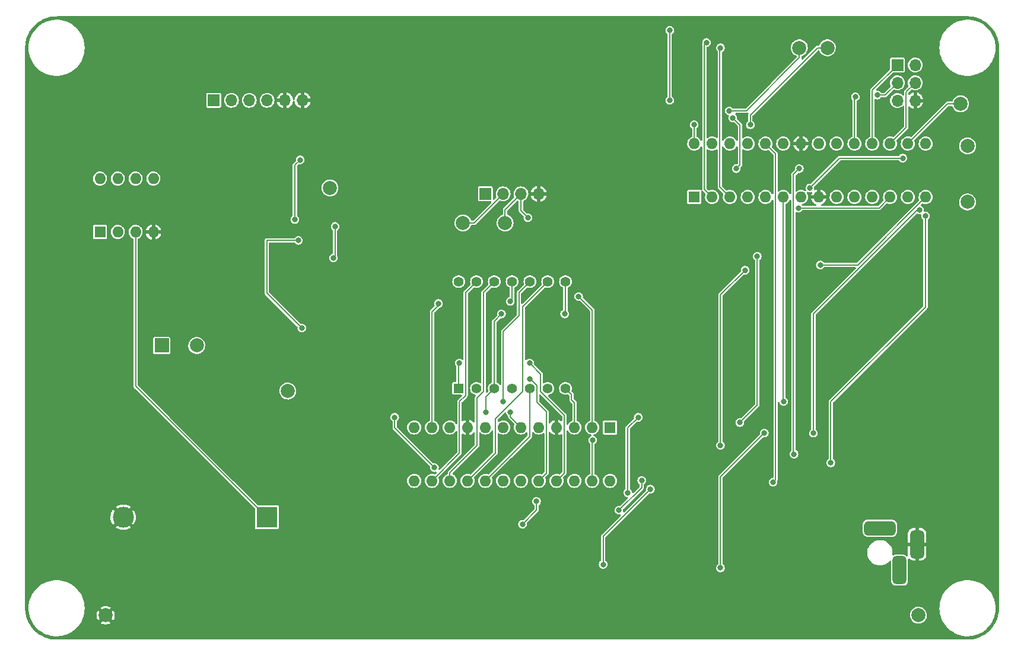
<source format=gbr>
%TF.GenerationSoftware,KiCad,Pcbnew,(6.0.5-0)*%
%TF.CreationDate,2022-07-19T21:11:46-04:00*%
%TF.ProjectId,raaid_clock_final,72616169-645f-4636-9c6f-636b5f66696e,rev?*%
%TF.SameCoordinates,PX4c4b400PY8a48640*%
%TF.FileFunction,Copper,L2,Bot*%
%TF.FilePolarity,Positive*%
%FSLAX46Y46*%
G04 Gerber Fmt 4.6, Leading zero omitted, Abs format (unit mm)*
G04 Created by KiCad (PCBNEW (6.0.5-0)) date 2022-07-19 21:11:46*
%MOMM*%
%LPD*%
G01*
G04 APERTURE LIST*
G04 Aperture macros list*
%AMRoundRect*
0 Rectangle with rounded corners*
0 $1 Rounding radius*
0 $2 $3 $4 $5 $6 $7 $8 $9 X,Y pos of 4 corners*
0 Add a 4 corners polygon primitive as box body*
4,1,4,$2,$3,$4,$5,$6,$7,$8,$9,$2,$3,0*
0 Add four circle primitives for the rounded corners*
1,1,$1+$1,$2,$3*
1,1,$1+$1,$4,$5*
1,1,$1+$1,$6,$7*
1,1,$1+$1,$8,$9*
0 Add four rect primitives between the rounded corners*
20,1,$1+$1,$2,$3,$4,$5,0*
20,1,$1+$1,$4,$5,$6,$7,0*
20,1,$1+$1,$6,$7,$8,$9,0*
20,1,$1+$1,$8,$9,$2,$3,0*%
G04 Aperture macros list end*
%TA.AperFunction,ComponentPad*%
%ADD10C,2.000000*%
%TD*%
%TA.AperFunction,ComponentPad*%
%ADD11R,2.000000X2.000000*%
%TD*%
%TA.AperFunction,ComponentPad*%
%ADD12R,1.700000X1.700000*%
%TD*%
%TA.AperFunction,ComponentPad*%
%ADD13O,1.700000X1.700000*%
%TD*%
%TA.AperFunction,ComponentPad*%
%ADD14R,1.600000X1.600000*%
%TD*%
%TA.AperFunction,ComponentPad*%
%ADD15O,1.600000X1.600000*%
%TD*%
%TA.AperFunction,ComponentPad*%
%ADD16R,1.400000X1.400000*%
%TD*%
%TA.AperFunction,ComponentPad*%
%ADD17C,1.400000*%
%TD*%
%TA.AperFunction,ComponentPad*%
%ADD18R,3.000000X3.000000*%
%TD*%
%TA.AperFunction,ComponentPad*%
%ADD19C,3.000000*%
%TD*%
%TA.AperFunction,ComponentPad*%
%ADD20RoundRect,0.500000X1.750000X0.500000X-1.750000X0.500000X-1.750000X-0.500000X1.750000X-0.500000X0*%
%TD*%
%TA.AperFunction,ComponentPad*%
%ADD21RoundRect,0.500000X-0.500000X1.500000X-0.500000X-1.500000X0.500000X-1.500000X0.500000X1.500000X0*%
%TD*%
%TA.AperFunction,ViaPad*%
%ADD22C,0.812800*%
%TD*%
%TA.AperFunction,Conductor*%
%ADD23C,0.203200*%
%TD*%
G04 APERTURE END LIST*
D10*
%TO.P,TP11,1,1*%
%TO.N,SCL*%
X111000000Y85000000D03*
%TD*%
%TO.P,TP10,1,1*%
%TO.N,SDA*%
X115000000Y85000000D03*
%TD*%
%TO.P,TP9,1,1*%
%TO.N,ALRM_STS*%
X44000000Y65000000D03*
%TD*%
%TO.P,TP8,1,1*%
%TO.N,ECHO*%
X69000000Y60000000D03*
%TD*%
%TO.P,TP7,1,1*%
%TO.N,Net-(Q1-Pad1)*%
X38000000Y36000000D03*
%TD*%
%TO.P,TP6,1,1*%
%TO.N,TRIG*%
X63000000Y60000000D03*
%TD*%
%TO.P,TP5,1,1*%
%TO.N,VCC*%
X128000000Y4000000D03*
%TD*%
%TO.P,TP4,1,1*%
%TO.N,DISP_DATA*%
X134000000Y77000000D03*
%TD*%
%TO.P,TP3,1,1*%
%TO.N,GND*%
X12000000Y4000000D03*
%TD*%
%TO.P,TP2,1,1*%
%TO.N,DISP_CLK*%
X135000000Y71000000D03*
%TD*%
%TO.P,TP1,1,1*%
%TO.N,DISP_LOAD*%
X135000000Y63000000D03*
%TD*%
D11*
%TO.P,BZ1,1,-*%
%TO.N,VCC*%
X20000000Y42500000D03*
D10*
%TO.P,BZ1,2,+*%
%TO.N,Net-(BZ1-Pad2)*%
X25000000Y42500000D03*
%TD*%
D12*
%TO.P,U4,1,VCC*%
%TO.N,VCC*%
X66190000Y64150000D03*
D13*
%TO.P,U4,2,TRIG*%
%TO.N,TRIG*%
X68730000Y64150000D03*
%TO.P,U4,3,ECHO*%
%TO.N,ECHO*%
X71270000Y64150000D03*
%TO.P,U4,4,GND*%
%TO.N,GND*%
X73810000Y64150000D03*
%TD*%
D14*
%TO.P,U5,1,X1*%
%TO.N,Net-(U5-Pad1)*%
X11200000Y58700000D03*
D15*
%TO.P,U5,2,X2*%
%TO.N,Net-(U5-Pad2)*%
X13740000Y58700000D03*
%TO.P,U5,3,VBAT*%
%TO.N,Net-(BT1-Pad1)*%
X16280000Y58700000D03*
%TO.P,U5,4,GND*%
%TO.N,GND*%
X18820000Y58700000D03*
%TO.P,U5,5,SDA*%
%TO.N,SDA*%
X18820000Y66320000D03*
%TO.P,U5,6,SCL*%
%TO.N,SCL*%
X16280000Y66320000D03*
%TO.P,U5,7,SQW/OUT*%
%TO.N,unconnected-(U5-Pad7)*%
X13740000Y66320000D03*
%TO.P,U5,8,VCC*%
%TO.N,VCC*%
X11200000Y66320000D03*
%TD*%
D14*
%TO.P,U1,1,~{RESET}/PC6*%
%TO.N,RESET*%
X96000000Y63700000D03*
D15*
%TO.P,U1,2,PD0*%
%TO.N,RXD*%
X98540000Y63700000D03*
%TO.P,U1,3,PD1*%
%TO.N,TXD*%
X101080000Y63700000D03*
%TO.P,U1,4,PD2*%
%TO.N,TRIG*%
X103620000Y63700000D03*
%TO.P,U1,5,PD3*%
%TO.N,ECHO*%
X106160000Y63700000D03*
%TO.P,U1,6,PD4*%
%TO.N,BTN_UP*%
X108700000Y63700000D03*
%TO.P,U1,7,VCC*%
%TO.N,VCC*%
X111240000Y63700000D03*
%TO.P,U1,8,GND*%
%TO.N,GND*%
X113780000Y63700000D03*
%TO.P,U1,9,XTAL1/PB6*%
%TO.N,Net-(C4-Pad1)*%
X116320000Y63700000D03*
%TO.P,U1,10,XTAL2/PB7*%
%TO.N,Net-(C5-Pad1)*%
X118860000Y63700000D03*
%TO.P,U1,11,PD5*%
%TO.N,BTN_DWN*%
X121400000Y63700000D03*
%TO.P,U1,12,PD6*%
%TO.N,BZZR*%
X123940000Y63700000D03*
%TO.P,U1,13,PD7*%
%TO.N,BTN_ALRM*%
X126480000Y63700000D03*
%TO.P,U1,14,PB0*%
%TO.N,DISP_LOAD*%
X129020000Y63700000D03*
%TO.P,U1,15,PB1*%
%TO.N,DISP_CLK*%
X129020000Y71320000D03*
%TO.P,U1,16,PB2*%
%TO.N,DISP_DATA*%
X126480000Y71320000D03*
%TO.P,U1,17,PB3*%
%TO.N,MOSI*%
X123940000Y71320000D03*
%TO.P,U1,18,PB4*%
%TO.N,MISO*%
X121400000Y71320000D03*
%TO.P,U1,19,PB5*%
%TO.N,LED_SCK*%
X118860000Y71320000D03*
%TO.P,U1,20,AVCC*%
%TO.N,VCC*%
X116320000Y71320000D03*
%TO.P,U1,21,AREF*%
%TO.N,Net-(C1-Pad1)*%
X113780000Y71320000D03*
%TO.P,U1,22,GND*%
%TO.N,GND*%
X111240000Y71320000D03*
%TO.P,U1,23,PC0*%
%TO.N,unconnected-(U1-Pad23)*%
X108700000Y71320000D03*
%TO.P,U1,24,PC1*%
%TO.N,BTN_SEL*%
X106160000Y71320000D03*
%TO.P,U1,25,PC2*%
%TO.N,ALRM_STS*%
X103620000Y71320000D03*
%TO.P,U1,26,PC3*%
%TO.N,unconnected-(U1-Pad26)*%
X101080000Y71320000D03*
%TO.P,U1,27,PC4*%
%TO.N,SDA*%
X98540000Y71320000D03*
%TO.P,U1,28,PC5*%
%TO.N,SCL*%
X96000000Y71320000D03*
%TD*%
D14*
%TO.P,U3,1,DIN*%
%TO.N,DISP_DATA*%
X83975000Y30800000D03*
D15*
%TO.P,U3,2,DIG_0*%
%TO.N,Net-(DS1-Pad14)*%
X81435000Y30800000D03*
%TO.P,U3,3,DIG_4*%
%TO.N,Net-(DS1-Pad7)*%
X78895000Y30800000D03*
%TO.P,U3,4,GND*%
%TO.N,GND*%
X76355000Y30800000D03*
%TO.P,U3,5,DIG_6*%
%TO.N,unconnected-(U3-Pad5)*%
X73815000Y30800000D03*
%TO.P,U3,6,DIG_2*%
%TO.N,Net-(DS1-Pad10)*%
X71275000Y30800000D03*
%TO.P,U3,7,DIG_3*%
%TO.N,Net-(DS1-Pad6)*%
X68735000Y30800000D03*
%TO.P,U3,8,DIG_7*%
%TO.N,unconnected-(U3-Pad8)*%
X66195000Y30800000D03*
%TO.P,U3,9,GND*%
%TO.N,GND*%
X63655000Y30800000D03*
%TO.P,U3,10,DIG_5*%
%TO.N,unconnected-(U3-Pad10)*%
X61115000Y30800000D03*
%TO.P,U3,11,DIG_1*%
%TO.N,Net-(DS1-Pad11)*%
X58575000Y30800000D03*
%TO.P,U3,12,LOAD*%
%TO.N,DISP_LOAD*%
X56035000Y30800000D03*
%TO.P,U3,13,CLK*%
%TO.N,DISP_CLK*%
X56035000Y23180000D03*
%TO.P,U3,14,SEG_A*%
%TO.N,Net-(DS1-Pad13)*%
X58575000Y23180000D03*
%TO.P,U3,15,SEG_F*%
%TO.N,Net-(DS1-Pad12)*%
X61115000Y23180000D03*
%TO.P,U3,16,SEG_B*%
%TO.N,Net-(DS1-Pad9)*%
X63655000Y23180000D03*
%TO.P,U3,17,SEG_G*%
%TO.N,Net-(DS1-Pad5)*%
X66195000Y23180000D03*
%TO.P,U3,18,ISET*%
%TO.N,Net-(R7-Pad2)*%
X68735000Y23180000D03*
%TO.P,U3,19,V+*%
%TO.N,VCC*%
X71275000Y23180000D03*
%TO.P,U3,20,SEG_C*%
%TO.N,Net-(DS1-Pad4)*%
X73815000Y23180000D03*
%TO.P,U3,21,SEG_E*%
%TO.N,Net-(DS1-Pad1)*%
X76355000Y23180000D03*
%TO.P,U3,22,SEG_DP*%
%TO.N,Net-(DS1-Pad3)*%
X78895000Y23180000D03*
%TO.P,U3,23,SEG_D*%
%TO.N,Net-(DS1-Pad2)*%
X81435000Y23180000D03*
%TO.P,U3,24,DOUT*%
%TO.N,unconnected-(U3-Pad24)*%
X83975000Y23180000D03*
%TD*%
D16*
%TO.P,DS1,1,E*%
%TO.N,Net-(DS1-Pad1)*%
X62380000Y36380000D03*
D17*
%TO.P,DS1,2,D*%
%TO.N,Net-(DS1-Pad2)*%
X64920000Y36380000D03*
%TO.P,DS1,3,DP*%
%TO.N,Net-(DS1-Pad3)*%
X67460000Y36380000D03*
%TO.P,DS1,4,C*%
%TO.N,Net-(DS1-Pad4)*%
X70000000Y36380000D03*
%TO.P,DS1,5,G*%
%TO.N,Net-(DS1-Pad5)*%
X72540000Y36380000D03*
%TO.P,DS1,6,COM_DIG.4*%
%TO.N,Net-(DS1-Pad6)*%
X75080000Y36380000D03*
%TO.P,DS1,7,COM_COLON*%
%TO.N,Net-(DS1-Pad7)*%
X77620000Y36380000D03*
%TO.P,DS1,8,COLON*%
%TO.N,Net-(DS1-Pad3)*%
X77620000Y51620000D03*
%TO.P,DS1,9,B*%
%TO.N,Net-(DS1-Pad9)*%
X75080000Y51620000D03*
%TO.P,DS1,10,COM_DIG.3*%
%TO.N,Net-(DS1-Pad10)*%
X72540000Y51620000D03*
%TO.P,DS1,11,COM_DIG.2*%
%TO.N,Net-(DS1-Pad11)*%
X70000000Y51620000D03*
%TO.P,DS1,12,F*%
%TO.N,Net-(DS1-Pad12)*%
X67460000Y51620000D03*
%TO.P,DS1,13,A*%
%TO.N,Net-(DS1-Pad13)*%
X64920000Y51620000D03*
%TO.P,DS1,14,COM_DIG.1*%
%TO.N,Net-(DS1-Pad14)*%
X62380000Y51620000D03*
%TD*%
D12*
%TO.P,J3,1,Pin_1*%
%TO.N,MISO*%
X125000000Y82540000D03*
D13*
%TO.P,J3,2,Pin_2*%
%TO.N,VCC*%
X127540000Y82540000D03*
%TO.P,J3,3,Pin_3*%
%TO.N,LED_SCK*%
X125000000Y80000000D03*
%TO.P,J3,4,Pin_4*%
%TO.N,MOSI*%
X127540000Y80000000D03*
%TO.P,J3,5,Pin_5*%
%TO.N,RESET*%
X125000000Y77460000D03*
%TO.P,J3,6,Pin_6*%
%TO.N,GND*%
X127540000Y77460000D03*
%TD*%
D18*
%TO.P,BT1,1,+*%
%TO.N,Net-(BT1-Pad1)*%
X35000000Y18000016D03*
D19*
%TO.P,BT1,2,-*%
%TO.N,GND*%
X14510000Y18000016D03*
%TD*%
D20*
%TO.P,J2,1,POLE*%
%TO.N,Net-(C6-Pad1)*%
X122500000Y16420000D03*
D21*
%TO.P,J2,2,OUT*%
%TO.N,GND*%
X127800000Y14120000D03*
%TO.P,J2,3,OUT*%
%TO.N,unconnected-(J2-Pad3)*%
X125300000Y10420000D03*
%TD*%
D12*
%TO.P,J1,1,Pin_1*%
%TO.N,Net-(C3-Pad1)*%
X27420000Y77500000D03*
D13*
%TO.P,J1,2,Pin_2*%
%TO.N,Net-(J1-Pad2)*%
X29960000Y77500000D03*
%TO.P,J1,3,Pin_3*%
%TO.N,Net-(J1-Pad3)*%
X32500000Y77500000D03*
%TO.P,J1,4,Pin_4*%
%TO.N,unconnected-(J1-Pad4)*%
X35040000Y77500000D03*
%TO.P,J1,5,Pin_5*%
%TO.N,GND*%
X37580000Y77500000D03*
%TO.P,J1,6,Pin_6*%
X40120000Y77500000D03*
%TD*%
D22*
%TO.N,SDA*%
X104000000Y74000000D03*
%TO.N,SCL*%
X96000000Y74000000D03*
X101000000Y76000000D03*
%TO.N,GND*%
X15000000Y4000000D03*
X132500000Y30000000D03*
X117500000Y30000000D03*
X87500000Y17500000D03*
X67500000Y12500000D03*
X106750000Y80500000D03*
X106750000Y75750000D03*
X94250000Y81000000D03*
X97500000Y17500000D03*
X125000000Y47500000D03*
X50000000Y30000000D03*
X113000000Y76500000D03*
X42500000Y17500000D03*
X104250000Y80250000D03*
X82500000Y17500000D03*
X40000000Y52500000D03*
X115000000Y47500000D03*
X36000000Y45000000D03*
X57500000Y12500000D03*
X50000000Y22500000D03*
X52500000Y17500000D03*
X72500000Y12500000D03*
%TO.N,BZZR*%
X40000000Y45000000D03*
X39500000Y57500000D03*
X110872459Y62127541D03*
%TO.N,RESET*%
X101500000Y75000000D03*
X102000000Y67750000D03*
X92500000Y87500000D03*
X92500000Y77500000D03*
%TO.N,Net-(D2-Pad2)*%
X44500000Y55000000D03*
X44750000Y59500000D03*
%TO.N,Net-(DS1-Pad1)*%
X72500000Y40000000D03*
X62500000Y40000000D03*
%TO.N,Net-(DS1-Pad2)*%
X81500000Y29000000D03*
%TO.N,Net-(DS1-Pad3)*%
X77500000Y47000000D03*
X68500000Y47000000D03*
X66250000Y33000000D03*
X58930041Y25069959D03*
X53250000Y32250000D03*
%TO.N,Net-(DS1-Pad4)*%
X72493276Y37688268D03*
%TO.N,Net-(DS1-Pad10)*%
X69750000Y33000000D03*
X68750000Y34500000D03*
%TO.N,Net-(DS1-Pad11)*%
X69750000Y48789300D03*
X59500000Y48500000D03*
%TO.N,Net-(DS1-Pad14)*%
X79500000Y49500000D03*
%TO.N,LED_SCK*%
X119000000Y78000000D03*
X122110700Y78250000D03*
%TO.N,RXD*%
X97750000Y85750000D03*
%TO.N,TXD*%
X99750000Y85000000D03*
%TO.N,ALRM_STS*%
X39000000Y60500000D03*
X39750000Y69000000D03*
%TO.N,BTN_UP*%
X71497459Y17002541D03*
X73500000Y20250000D03*
X86500000Y21500000D03*
X88000000Y32250000D03*
X108750000Y34500000D03*
%TO.N,BTN_DWN*%
X129000000Y61000000D03*
X88500000Y23250000D03*
X85250000Y19000000D03*
X115500000Y25750000D03*
%TO.N,BTN_SEL*%
X83000000Y11250000D03*
X107250000Y23000000D03*
X89750000Y22000000D03*
%TO.N,BTN_ALRM*%
X106000000Y30000000D03*
X128162541Y61837459D03*
X99750000Y10750000D03*
X113000000Y30000000D03*
%TO.N,DISP_CLK*%
X110250000Y27000000D03*
X111000000Y67750000D03*
%TO.N,DISP_DATA*%
X125750000Y69250000D03*
X102500000Y31500000D03*
X105000000Y55250000D03*
X112500000Y65000000D03*
%TO.N,ECHO*%
X72250000Y60750000D03*
%TO.N,DISP_LOAD*%
X103250000Y53250000D03*
X114000000Y54000000D03*
X99750000Y28250000D03*
%TD*%
D23*
%TO.N,ECHO*%
X69000000Y60000000D02*
X69000000Y61880000D01*
X69000000Y61880000D02*
X71270000Y64150000D01*
%TO.N,TRIG*%
X63000000Y60000000D02*
X64580000Y60000000D01*
X64580000Y60000000D02*
X68730000Y64150000D01*
%TO.N,SDA*%
X104000000Y75414213D02*
X104000000Y74000000D01*
X113585787Y85000000D02*
X104000000Y75414213D01*
X115000000Y85000000D02*
X113585787Y85000000D01*
%TO.N,SCL*%
X96000000Y74000000D02*
X96000000Y71320000D01*
X103414213Y76000000D02*
X101000000Y76000000D01*
X111000000Y83585787D02*
X103414213Y76000000D01*
X111000000Y85000000D02*
X111000000Y83585787D01*
%TO.N,DISP_DATA*%
X134000000Y77000000D02*
X132160000Y77000000D01*
X132160000Y77000000D02*
X126480000Y71320000D01*
%TO.N,Net-(BT1-Pad1)*%
X16280000Y58700000D02*
X16280000Y36720016D01*
X16280000Y36720016D02*
X35000000Y18000016D01*
%TO.N,BZZR*%
X35000000Y57500000D02*
X39500000Y57500000D01*
X122367541Y62127541D02*
X123940000Y63700000D01*
X40000000Y45000000D02*
X35000000Y50000000D01*
X35000000Y50000000D02*
X35000000Y57500000D01*
X110872459Y62127541D02*
X122367541Y62127541D01*
%TO.N,RESET*%
X102515689Y68265689D02*
X102515689Y73984311D01*
X92500000Y87500000D02*
X92500000Y77500000D01*
X102000000Y67750000D02*
X102515689Y68265689D01*
X102515689Y73984311D02*
X101500000Y75000000D01*
%TO.N,Net-(D2-Pad2)*%
X44750000Y59500000D02*
X44750000Y55250000D01*
X44750000Y55250000D02*
X44500000Y55000000D01*
%TO.N,Net-(DS1-Pad1)*%
X77459311Y24284311D02*
X77459311Y32540689D01*
X62380000Y39880000D02*
X62380000Y36380000D01*
X76355000Y23180000D02*
X77459311Y24284311D01*
X77459311Y32540689D02*
X74075689Y35924311D01*
X62500000Y40000000D02*
X62380000Y39880000D01*
X74075689Y35924311D02*
X74075689Y38424311D01*
X74075689Y38424311D02*
X72500000Y40000000D01*
%TO.N,Net-(DS1-Pad2)*%
X81435000Y28935000D02*
X81435000Y23180000D01*
X81500000Y29000000D02*
X81435000Y28935000D01*
%TO.N,Net-(DS1-Pad3)*%
X67460000Y36380000D02*
X67460000Y45960000D01*
X53250000Y32250000D02*
X53250000Y30750000D01*
X77620000Y47120000D02*
X77620000Y51620000D01*
X77500000Y47000000D02*
X77620000Y47120000D01*
X67460000Y36380000D02*
X66250000Y35170000D01*
X53250000Y30750000D02*
X58930041Y25069959D01*
X66250000Y35170000D02*
X66250000Y33000000D01*
X67460000Y45960000D02*
X68500000Y47000000D01*
%TO.N,Net-(DS1-Pad4)*%
X74919311Y24284311D02*
X74919311Y33026609D01*
X74919311Y33026609D02*
X73544311Y34401609D01*
X72652043Y37688268D02*
X72493276Y37688268D01*
X73544311Y34401609D02*
X73544311Y36796000D01*
X73544311Y36796000D02*
X72652043Y37688268D01*
X73815000Y23180000D02*
X74919311Y24284311D01*
%TO.N,Net-(DS1-Pad5)*%
X66195000Y23180000D02*
X72540000Y29525000D01*
X72540000Y29525000D02*
X72540000Y36380000D01*
%TO.N,Net-(DS1-Pad7)*%
X77620000Y36380000D02*
X78500000Y35500000D01*
X78500000Y35500000D02*
X78500000Y34750000D01*
X78500000Y34750000D02*
X78895000Y34355000D01*
X78895000Y34355000D02*
X78895000Y30800000D01*
%TO.N,Net-(DS1-Pad9)*%
X63655000Y23180000D02*
X67630689Y27155689D01*
X71535689Y48075689D02*
X75080000Y51620000D01*
X67630689Y27155689D02*
X67630689Y32059000D01*
X71535689Y35964000D02*
X71535689Y48075689D01*
X67630689Y32059000D02*
X71535689Y35964000D01*
%TO.N,Net-(DS1-Pad10)*%
X71000000Y50080000D02*
X72540000Y51620000D01*
X71275000Y30800000D02*
X69750000Y32325000D01*
X68750000Y44500000D02*
X71000000Y46750000D01*
X68750000Y34500000D02*
X68750000Y44500000D01*
X71000000Y46750000D02*
X71000000Y50080000D01*
X69750000Y32325000D02*
X69750000Y33000000D01*
%TO.N,Net-(DS1-Pad11)*%
X58575000Y47325000D02*
X59500000Y48250000D01*
X70000000Y49039300D02*
X70000000Y51620000D01*
X58575000Y30800000D02*
X58575000Y47325000D01*
X69750000Y48789300D02*
X70000000Y49039300D01*
X59500000Y48250000D02*
X59500000Y48500000D01*
%TO.N,Net-(DS1-Pad12)*%
X65924311Y50084311D02*
X67460000Y51620000D01*
X65000000Y28196370D02*
X65000000Y35039689D01*
X65000000Y35039689D02*
X65924311Y35964000D01*
X65924311Y35964000D02*
X65924311Y50084311D01*
X61115000Y24311370D02*
X65000000Y28196370D01*
X61115000Y23180000D02*
X61115000Y24311370D01*
%TO.N,Net-(DS1-Pad13)*%
X63384311Y35375689D02*
X63384311Y50084311D01*
X63384311Y50084311D02*
X64920000Y51620000D01*
X62500000Y27105000D02*
X62500000Y34491378D01*
X62500000Y34491378D02*
X63384311Y35375689D01*
X58575000Y23180000D02*
X62500000Y27105000D01*
%TO.N,Net-(DS1-Pad14)*%
X81435000Y30800000D02*
X81435000Y47565000D01*
X81435000Y47565000D02*
X79500000Y49500000D01*
%TO.N,MISO*%
X121400000Y78940000D02*
X125000000Y82540000D01*
X121400000Y71320000D02*
X121400000Y78940000D01*
%TO.N,LED_SCK*%
X125000000Y80000000D02*
X123250000Y78250000D01*
X119000000Y78000000D02*
X118860000Y77860000D01*
X123250000Y78250000D02*
X122110700Y78250000D01*
X118860000Y77860000D02*
X118860000Y71320000D01*
%TO.N,MOSI*%
X126250000Y73630000D02*
X126250000Y78710000D01*
X126250000Y78710000D02*
X127540000Y80000000D01*
X123940000Y71320000D02*
X126250000Y73630000D01*
%TO.N,RXD*%
X97435689Y64804311D02*
X98540000Y63700000D01*
X97750000Y85750000D02*
X97435689Y85435689D01*
X97435689Y85435689D02*
X97435689Y64804311D01*
%TO.N,TXD*%
X99644311Y84894311D02*
X99644311Y65135689D01*
X99750000Y85000000D02*
X99644311Y84894311D01*
X99644311Y65135689D02*
X101080000Y63700000D01*
%TO.N,ALRM_STS*%
X39000000Y68250000D02*
X39750000Y69000000D01*
X39000000Y60500000D02*
X39000000Y68250000D01*
%TO.N,BTN_UP*%
X108750000Y34500000D02*
X108700000Y34550000D01*
X108700000Y34550000D02*
X108700000Y63700000D01*
X86500000Y21500000D02*
X86500000Y30750000D01*
X73500000Y19005082D02*
X73500000Y20250000D01*
X71497459Y17002541D02*
X73500000Y19005082D01*
X86500000Y30750000D02*
X88000000Y32250000D01*
%TO.N,BTN_DWN*%
X85250000Y19000000D02*
X88500000Y22250000D01*
X88500000Y22250000D02*
X88500000Y23250000D01*
X115500000Y25750000D02*
X115500000Y34500000D01*
X115500000Y34500000D02*
X129000000Y48000000D01*
X129000000Y48000000D02*
X129000000Y61000000D01*
%TO.N,BTN_SEL*%
X83000000Y11250000D02*
X83000000Y15250000D01*
X83000000Y15250000D02*
X89750000Y22000000D01*
X107595689Y69884311D02*
X106160000Y71320000D01*
X107250000Y23000000D02*
X107595689Y23345689D01*
X107595689Y23345689D02*
X107595689Y69884311D01*
%TO.N,BTN_ALRM*%
X113000000Y47000000D02*
X127837459Y61837459D01*
X127837459Y61837459D02*
X128162541Y61837459D01*
X113000000Y30000000D02*
X113000000Y47000000D01*
X99750000Y10750000D02*
X99750000Y23750000D01*
X99750000Y23750000D02*
X106000000Y30000000D01*
%TO.N,DISP_CLK*%
X110135689Y27114311D02*
X110135689Y66885689D01*
X110250000Y27000000D02*
X110135689Y27114311D01*
X110135689Y66885689D02*
X111000000Y67750000D01*
%TO.N,DISP_DATA*%
X105000000Y34000000D02*
X102500000Y31500000D01*
X116750000Y69250000D02*
X125750000Y69250000D01*
X112500000Y65000000D02*
X116750000Y69250000D01*
X105000000Y55250000D02*
X105000000Y34000000D01*
%TO.N,ECHO*%
X71270000Y61730000D02*
X72250000Y60750000D01*
X71270000Y64150000D02*
X71270000Y61730000D01*
%TO.N,DISP_LOAD*%
X119320000Y54000000D02*
X129020000Y63700000D01*
X114000000Y54000000D02*
X119320000Y54000000D01*
X99750000Y49750000D02*
X99750000Y28250000D01*
X103250000Y53250000D02*
X99750000Y49750000D01*
%TD*%
%TA.AperFunction,Conductor*%
%TO.N,GND*%
G36*
X134970018Y89490000D02*
G01*
X134984851Y89487690D01*
X134984855Y89487690D01*
X134993724Y89486309D01*
X135014183Y89488984D01*
X135036007Y89489928D01*
X135385965Y89474648D01*
X135396913Y89473690D01*
X135774498Y89423981D01*
X135785307Y89422074D01*
X136157114Y89339647D01*
X136167731Y89336802D01*
X136530939Y89222282D01*
X136541254Y89218529D01*
X136893123Y89072780D01*
X136903067Y89068142D01*
X137111825Y88959470D01*
X137240867Y88892295D01*
X137250387Y88886799D01*
X137571574Y88682180D01*
X137580578Y88675876D01*
X137882716Y88444038D01*
X137891137Y88436972D01*
X138171914Y88179686D01*
X138179686Y88171914D01*
X138436972Y87891137D01*
X138444038Y87882716D01*
X138675876Y87580578D01*
X138682180Y87571574D01*
X138886799Y87250387D01*
X138892294Y87240868D01*
X139049515Y86938851D01*
X139068138Y86903076D01*
X139072780Y86893123D01*
X139202203Y86580668D01*
X139218526Y86541261D01*
X139222282Y86530939D01*
X139326411Y86200689D01*
X139336802Y86167732D01*
X139339647Y86157115D01*
X139417875Y85804253D01*
X139422073Y85785315D01*
X139423981Y85774498D01*
X139467997Y85440157D01*
X139473690Y85396914D01*
X139474648Y85385965D01*
X139485622Y85134635D01*
X139489603Y85043448D01*
X139488223Y85018571D01*
X139486309Y85006276D01*
X139487473Y84997374D01*
X139487473Y84997372D01*
X139490436Y84974717D01*
X139491500Y84958379D01*
X139491500Y5049367D01*
X139490000Y5029982D01*
X139487690Y5015149D01*
X139487690Y5015145D01*
X139486309Y5006276D01*
X139488984Y4985817D01*
X139489928Y4963993D01*
X139478959Y4712780D01*
X139474648Y4614036D01*
X139473690Y4603087D01*
X139424028Y4225857D01*
X139423982Y4225510D01*
X139422074Y4214693D01*
X139371638Y3987188D01*
X139339647Y3842886D01*
X139336802Y3832269D01*
X139233072Y3503279D01*
X139222285Y3469068D01*
X139218529Y3458746D01*
X139088658Y3145209D01*
X139072784Y3106886D01*
X139068142Y3096933D01*
X138927312Y2826400D01*
X138892295Y2759133D01*
X138886800Y2749615D01*
X138869958Y2723178D01*
X138682180Y2428426D01*
X138675876Y2419422D01*
X138444038Y2117284D01*
X138436972Y2108863D01*
X138179686Y1828086D01*
X138171914Y1820314D01*
X137891137Y1563028D01*
X137882716Y1555962D01*
X137580578Y1324124D01*
X137571574Y1317820D01*
X137466609Y1250950D01*
X137274727Y1128707D01*
X137250387Y1113201D01*
X137240868Y1107706D01*
X136903067Y931858D01*
X136893123Y927220D01*
X136541254Y781471D01*
X136530939Y777718D01*
X136167732Y663198D01*
X136157115Y660353D01*
X135785307Y577926D01*
X135774498Y576019D01*
X135396914Y526310D01*
X135385965Y525352D01*
X135043446Y510397D01*
X135018571Y511777D01*
X135006276Y513691D01*
X134997374Y512527D01*
X134997372Y512527D01*
X134982323Y510559D01*
X134974714Y509564D01*
X134958379Y508500D01*
X5049367Y508500D01*
X5029982Y510000D01*
X5015149Y512310D01*
X5015145Y512310D01*
X5006276Y513691D01*
X4985817Y511016D01*
X4963993Y510072D01*
X4614035Y525352D01*
X4603086Y526310D01*
X4225502Y576019D01*
X4214693Y577926D01*
X3842885Y660353D01*
X3832268Y663198D01*
X3469061Y777718D01*
X3458746Y781471D01*
X3106877Y927220D01*
X3096933Y931858D01*
X2759132Y1107706D01*
X2749613Y1113201D01*
X2725274Y1128707D01*
X2533391Y1250950D01*
X2428426Y1317820D01*
X2419422Y1324124D01*
X2117284Y1555962D01*
X2108863Y1563028D01*
X1828086Y1820314D01*
X1820314Y1828086D01*
X1563028Y2108863D01*
X1555962Y2117284D01*
X1324124Y2419422D01*
X1317820Y2428426D01*
X1130042Y2723178D01*
X1113200Y2749615D01*
X1107705Y2759133D01*
X1072688Y2826400D01*
X931858Y3096933D01*
X927216Y3106886D01*
X911343Y3145209D01*
X781471Y3458746D01*
X777715Y3469068D01*
X766929Y3503279D01*
X663198Y3832269D01*
X660353Y3842886D01*
X628362Y3987188D01*
X577926Y4214693D01*
X576018Y4225510D01*
X575973Y4225857D01*
X526310Y4603087D01*
X525352Y4614036D01*
X521041Y4712780D01*
X510561Y4952794D01*
X512188Y4979195D01*
X512769Y4982648D01*
X512770Y4982655D01*
X513576Y4987448D01*
X513729Y5000000D01*
X511727Y5013981D01*
X994883Y5013981D01*
X995033Y5010800D01*
X1012915Y4631626D01*
X1013974Y4609167D01*
X1014445Y4606014D01*
X1014446Y4606006D01*
X1035877Y4462610D01*
X1073876Y4208354D01*
X1074662Y4205272D01*
X1074662Y4205270D01*
X1126985Y4000000D01*
X1173975Y3815648D01*
X1313248Y3435067D01*
X1384688Y3287942D01*
X1477442Y3096924D01*
X1490268Y3070509D01*
X1491940Y3067802D01*
X1491941Y3067800D01*
X1688458Y2749613D01*
X1703223Y2725706D01*
X1705155Y2723188D01*
X1705162Y2723178D01*
X1947991Y2406717D01*
X1949932Y2404188D01*
X1952114Y2401872D01*
X1952123Y2401862D01*
X2108597Y2235817D01*
X2227869Y2109249D01*
X2534189Y1843906D01*
X2536799Y1842071D01*
X2536805Y1842067D01*
X2736373Y1701808D01*
X2865755Y1610877D01*
X3219173Y1412548D01*
X3222087Y1411281D01*
X3222091Y1411279D01*
X3375386Y1344625D01*
X3590825Y1250950D01*
X3774813Y1192232D01*
X3973860Y1128707D01*
X3973869Y1128705D01*
X3976904Y1127736D01*
X4192469Y1082309D01*
X4370339Y1044826D01*
X4370344Y1044825D01*
X4373458Y1044169D01*
X4776427Y1001104D01*
X4779614Y1001087D01*
X4779620Y1001087D01*
X4963626Y1000124D01*
X5181685Y998982D01*
X5334498Y1013696D01*
X5581918Y1037520D01*
X5581923Y1037521D01*
X5585083Y1037825D01*
X5588202Y1038448D01*
X5588207Y1038449D01*
X5784157Y1077604D01*
X5982491Y1117235D01*
X6251745Y1200068D01*
X6366794Y1235462D01*
X6366798Y1235464D01*
X6369839Y1236399D01*
X6372775Y1237639D01*
X6372780Y1237641D01*
X6577514Y1324124D01*
X6743162Y1394096D01*
X7098637Y1588714D01*
X7432626Y1818257D01*
X7462870Y1843906D01*
X7739278Y2078317D01*
X7739280Y2078319D01*
X7741708Y2080378D01*
X8022718Y2372391D01*
X8272781Y2691307D01*
X8309641Y2749613D01*
X8414975Y2916236D01*
X11280790Y2916236D01*
X11290086Y2904221D01*
X11340603Y2868848D01*
X11350093Y2863369D01*
X11547045Y2771529D01*
X11557337Y2767783D01*
X11767243Y2711539D01*
X11778038Y2709636D01*
X11994525Y2690695D01*
X12005475Y2690695D01*
X12221962Y2709636D01*
X12232757Y2711539D01*
X12442663Y2767783D01*
X12452955Y2771529D01*
X12649907Y2863369D01*
X12659397Y2868848D01*
X12710753Y2904808D01*
X12719127Y2915284D01*
X12712058Y2928732D01*
X12012812Y3627978D01*
X11998868Y3635592D01*
X11997035Y3635461D01*
X11990420Y3631210D01*
X11287220Y2928010D01*
X11280790Y2916236D01*
X8414975Y2916236D01*
X8428503Y2937636D01*
X8489334Y3033861D01*
X8490754Y3036710D01*
X8490759Y3036718D01*
X8668742Y3393698D01*
X8670162Y3396546D01*
X8793712Y3723512D01*
X8812288Y3772672D01*
X8812289Y3772675D01*
X8813412Y3775647D01*
X8822791Y3810893D01*
X8871651Y3994525D01*
X10690695Y3994525D01*
X10709636Y3778038D01*
X10711539Y3767243D01*
X10767783Y3557337D01*
X10771529Y3547045D01*
X10863369Y3350093D01*
X10868848Y3340603D01*
X10904808Y3289247D01*
X10915284Y3280873D01*
X10928732Y3287942D01*
X11627978Y3987188D01*
X11634356Y3998868D01*
X12364408Y3998868D01*
X12364539Y3997035D01*
X12368790Y3990420D01*
X13071990Y3287220D01*
X13083764Y3280790D01*
X13095779Y3290086D01*
X13131152Y3340603D01*
X13136631Y3350093D01*
X13228471Y3547045D01*
X13232217Y3557337D01*
X13288461Y3767243D01*
X13290364Y3778038D01*
X13309305Y3994525D01*
X13309305Y4005475D01*
X13307015Y4031644D01*
X126791557Y4031644D01*
X126806026Y3810893D01*
X126860481Y3596475D01*
X126953099Y3395572D01*
X127080778Y3214910D01*
X127239242Y3060542D01*
X127423183Y2937636D01*
X127428486Y2935358D01*
X127428489Y2935356D01*
X127514335Y2898474D01*
X127626443Y2850309D01*
X127732105Y2826400D01*
X127836576Y2802760D01*
X127836579Y2802760D01*
X127842212Y2801485D01*
X127847983Y2801258D01*
X127847985Y2801258D01*
X127916461Y2798568D01*
X128063267Y2792800D01*
X128172735Y2808672D01*
X128276488Y2823715D01*
X128276493Y2823716D01*
X128282202Y2824544D01*
X128287666Y2826399D01*
X128287671Y2826400D01*
X128486218Y2893798D01*
X128491686Y2895654D01*
X128684704Y3003749D01*
X128749131Y3057332D01*
X128850353Y3141518D01*
X128854791Y3145209D01*
X128996251Y3315296D01*
X129104346Y3508314D01*
X129134273Y3596475D01*
X129173600Y3712329D01*
X129173601Y3712334D01*
X129175456Y3717798D01*
X129176284Y3723507D01*
X129176285Y3723512D01*
X129206667Y3933059D01*
X129207200Y3936733D01*
X129208857Y4000000D01*
X129189996Y4205270D01*
X129189144Y4214543D01*
X129189143Y4214546D01*
X129188615Y4220297D01*
X129128565Y4433216D01*
X129123907Y4442663D01*
X129033275Y4626445D01*
X129030720Y4631626D01*
X128898356Y4808883D01*
X128735906Y4959051D01*
X128648847Y5013981D01*
X130994883Y5013981D01*
X130995033Y5010800D01*
X131012915Y4631626D01*
X131013974Y4609167D01*
X131014445Y4606014D01*
X131014446Y4606006D01*
X131035877Y4462610D01*
X131073876Y4208354D01*
X131074662Y4205272D01*
X131074662Y4205270D01*
X131126985Y4000000D01*
X131173975Y3815648D01*
X131313248Y3435067D01*
X131384688Y3287942D01*
X131477442Y3096924D01*
X131490268Y3070509D01*
X131491940Y3067802D01*
X131491941Y3067800D01*
X131688458Y2749613D01*
X131703223Y2725706D01*
X131705155Y2723188D01*
X131705162Y2723178D01*
X131947991Y2406717D01*
X131949932Y2404188D01*
X131952114Y2401872D01*
X131952123Y2401862D01*
X132108597Y2235817D01*
X132227869Y2109249D01*
X132534189Y1843906D01*
X132536799Y1842071D01*
X132536805Y1842067D01*
X132736373Y1701808D01*
X132865755Y1610877D01*
X133219173Y1412548D01*
X133222087Y1411281D01*
X133222091Y1411279D01*
X133375386Y1344625D01*
X133590825Y1250950D01*
X133774813Y1192232D01*
X133973860Y1128707D01*
X133973869Y1128705D01*
X133976904Y1127736D01*
X134192469Y1082309D01*
X134370339Y1044826D01*
X134370344Y1044825D01*
X134373458Y1044169D01*
X134776427Y1001104D01*
X134779614Y1001087D01*
X134779620Y1001087D01*
X134963626Y1000124D01*
X135181685Y998982D01*
X135334498Y1013696D01*
X135581918Y1037520D01*
X135581923Y1037521D01*
X135585083Y1037825D01*
X135588202Y1038448D01*
X135588207Y1038449D01*
X135784157Y1077604D01*
X135982491Y1117235D01*
X136251745Y1200068D01*
X136366794Y1235462D01*
X136366798Y1235464D01*
X136369839Y1236399D01*
X136372775Y1237639D01*
X136372780Y1237641D01*
X136577514Y1324124D01*
X136743162Y1394096D01*
X137098637Y1588714D01*
X137432626Y1818257D01*
X137462870Y1843906D01*
X137739278Y2078317D01*
X137739280Y2078319D01*
X137741708Y2080378D01*
X138022718Y2372391D01*
X138272781Y2691307D01*
X138309641Y2749613D01*
X138428503Y2937636D01*
X138489334Y3033861D01*
X138490754Y3036710D01*
X138490759Y3036718D01*
X138668742Y3393698D01*
X138670162Y3396546D01*
X138793712Y3723512D01*
X138812288Y3772672D01*
X138812289Y3772675D01*
X138813412Y3775647D01*
X138822791Y3810893D01*
X138916798Y4164199D01*
X138917619Y4167284D01*
X138923704Y4205270D01*
X138981210Y4564296D01*
X138981715Y4567447D01*
X138984085Y4608540D01*
X139004945Y4970344D01*
X139005043Y4972039D01*
X139005051Y4974176D01*
X139005135Y4998304D01*
X139005141Y5000000D01*
X139003622Y5029982D01*
X138984799Y5401572D01*
X138984798Y5401577D01*
X138984638Y5404745D01*
X138923337Y5805345D01*
X138821867Y6197701D01*
X138816935Y6211034D01*
X138682376Y6574796D01*
X138682373Y6574802D01*
X138681267Y6577793D01*
X138502975Y6941731D01*
X138288818Y7285788D01*
X138040989Y7606442D01*
X137762024Y7900410D01*
X137454779Y8164682D01*
X137122401Y8396552D01*
X136768293Y8593646D01*
X136765373Y8594904D01*
X136765368Y8594906D01*
X136399014Y8752684D01*
X136399004Y8752688D01*
X136396080Y8753947D01*
X136009573Y8875812D01*
X135725282Y8934686D01*
X135615855Y8957347D01*
X135615852Y8957347D01*
X135612730Y8957994D01*
X135301937Y8990111D01*
X135212769Y8999326D01*
X135212766Y8999326D01*
X135209613Y8999652D01*
X135206447Y8999658D01*
X135206438Y8999658D01*
X135006225Y9000007D01*
X134804350Y9000359D01*
X134604617Y8980423D01*
X134404274Y8960427D01*
X134404270Y8960426D01*
X134401090Y8960109D01*
X134397950Y8959470D01*
X134397949Y8959470D01*
X134007096Y8879950D01*
X134007089Y8879948D01*
X134003962Y8879312D01*
X133617032Y8758797D01*
X133614092Y8757543D01*
X133247199Y8601050D01*
X133247195Y8601048D01*
X133244262Y8599797D01*
X132889468Y8403940D01*
X132886847Y8402125D01*
X132886842Y8402122D01*
X132631050Y8225003D01*
X132556283Y8173232D01*
X132553855Y8171158D01*
X132553852Y8171156D01*
X132546272Y8164682D01*
X132248118Y7910034D01*
X132245918Y7907732D01*
X132245915Y7907729D01*
X132238921Y7900410D01*
X131968128Y7617042D01*
X131719181Y7297255D01*
X131717485Y7294551D01*
X131717482Y7294547D01*
X131710288Y7283079D01*
X131503824Y6953947D01*
X131324263Y6590633D01*
X131182337Y6211034D01*
X131079498Y5819036D01*
X131016800Y5418651D01*
X131016629Y5415485D01*
X131016628Y5415480D01*
X131005183Y5204151D01*
X130994883Y5013981D01*
X128648847Y5013981D01*
X128553694Y5074018D01*
X128553689Y5074020D01*
X128548810Y5077099D01*
X128343334Y5159076D01*
X128337674Y5160202D01*
X128337670Y5160203D01*
X128132027Y5201108D01*
X128132024Y5201108D01*
X128126360Y5202235D01*
X128120585Y5202311D01*
X128120581Y5202311D01*
X128009855Y5203760D01*
X127905154Y5205130D01*
X127899457Y5204151D01*
X127899456Y5204151D01*
X127692815Y5168644D01*
X127692812Y5168643D01*
X127687125Y5167666D01*
X127479574Y5091097D01*
X127459643Y5079239D01*
X127294420Y4980942D01*
X127294417Y4980940D01*
X127289452Y4977986D01*
X127123126Y4832122D01*
X127119551Y4827587D01*
X127119550Y4827586D01*
X127026785Y4709914D01*
X126986167Y4658391D01*
X126883162Y4462610D01*
X126817559Y4251336D01*
X126791557Y4031644D01*
X13307015Y4031644D01*
X13290364Y4221962D01*
X13288461Y4232757D01*
X13232217Y4442663D01*
X13228471Y4452955D01*
X13136631Y4649907D01*
X13131152Y4659397D01*
X13095192Y4710753D01*
X13084716Y4719127D01*
X13071268Y4712058D01*
X12372022Y4012812D01*
X12364408Y3998868D01*
X11634356Y3998868D01*
X11635592Y4001132D01*
X11635461Y4002965D01*
X11631210Y4009580D01*
X10928010Y4712780D01*
X10916236Y4719210D01*
X10904221Y4709914D01*
X10868848Y4659397D01*
X10863369Y4649907D01*
X10771529Y4452955D01*
X10767783Y4442663D01*
X10711539Y4232757D01*
X10709636Y4221962D01*
X10690695Y4005475D01*
X10690695Y3994525D01*
X8871651Y3994525D01*
X8916798Y4164199D01*
X8917619Y4167284D01*
X8923704Y4205270D01*
X8981210Y4564296D01*
X8981715Y4567447D01*
X8984085Y4608540D01*
X9004945Y4970344D01*
X9005043Y4972039D01*
X9005051Y4974176D01*
X9005135Y4998304D01*
X9005141Y5000000D01*
X9003622Y5029982D01*
X9000849Y5084716D01*
X11280873Y5084716D01*
X11287942Y5071268D01*
X11987188Y4372022D01*
X12001132Y4364408D01*
X12002965Y4364539D01*
X12009580Y4368790D01*
X12712780Y5071990D01*
X12719210Y5083764D01*
X12709914Y5095779D01*
X12659397Y5131152D01*
X12649907Y5136631D01*
X12452955Y5228471D01*
X12442663Y5232217D01*
X12232757Y5288461D01*
X12221962Y5290364D01*
X12005475Y5309305D01*
X11994525Y5309305D01*
X11778038Y5290364D01*
X11767243Y5288461D01*
X11557337Y5232217D01*
X11547045Y5228471D01*
X11350093Y5136631D01*
X11340603Y5131152D01*
X11289247Y5095192D01*
X11280873Y5084716D01*
X9000849Y5084716D01*
X8984799Y5401572D01*
X8984798Y5401577D01*
X8984638Y5404745D01*
X8923337Y5805345D01*
X8821867Y6197701D01*
X8816935Y6211034D01*
X8682376Y6574796D01*
X8682373Y6574802D01*
X8681267Y6577793D01*
X8502975Y6941731D01*
X8288818Y7285788D01*
X8040989Y7606442D01*
X7762024Y7900410D01*
X7454779Y8164682D01*
X7122401Y8396552D01*
X6768293Y8593646D01*
X6765373Y8594904D01*
X6765368Y8594906D01*
X6399014Y8752684D01*
X6399004Y8752688D01*
X6396080Y8753947D01*
X6009573Y8875812D01*
X5725282Y8934686D01*
X5615855Y8957347D01*
X5615852Y8957347D01*
X5612730Y8957994D01*
X5301937Y8990111D01*
X5212769Y8999326D01*
X5212766Y8999326D01*
X5209613Y8999652D01*
X5206447Y8999658D01*
X5206438Y8999658D01*
X5006225Y9000007D01*
X4804350Y9000359D01*
X4604617Y8980423D01*
X4404274Y8960427D01*
X4404270Y8960426D01*
X4401090Y8960109D01*
X4397950Y8959470D01*
X4397949Y8959470D01*
X4007096Y8879950D01*
X4007089Y8879948D01*
X4003962Y8879312D01*
X3617032Y8758797D01*
X3614092Y8757543D01*
X3247199Y8601050D01*
X3247195Y8601048D01*
X3244262Y8599797D01*
X2889468Y8403940D01*
X2886847Y8402125D01*
X2886842Y8402122D01*
X2631050Y8225003D01*
X2556283Y8173232D01*
X2553855Y8171158D01*
X2553852Y8171156D01*
X2546272Y8164682D01*
X2248118Y7910034D01*
X2245918Y7907732D01*
X2245915Y7907729D01*
X2238921Y7900410D01*
X1968128Y7617042D01*
X1719181Y7297255D01*
X1717485Y7294551D01*
X1717482Y7294547D01*
X1710288Y7283079D01*
X1503824Y6953947D01*
X1324263Y6590633D01*
X1182337Y6211034D01*
X1079498Y5819036D01*
X1016800Y5418651D01*
X1016629Y5415485D01*
X1016628Y5415480D01*
X1005183Y5204151D01*
X994883Y5013981D01*
X511727Y5013981D01*
X509773Y5027624D01*
X508500Y5045486D01*
X508500Y11250000D01*
X82384635Y11250000D01*
X82405603Y11090732D01*
X82408762Y11083105D01*
X82408763Y11083102D01*
X82422453Y11050052D01*
X82467078Y10942318D01*
X82564871Y10814871D01*
X82692317Y10717078D01*
X82766524Y10686341D01*
X82833102Y10658763D01*
X82833105Y10658762D01*
X82840732Y10655603D01*
X83000000Y10634635D01*
X83008188Y10635713D01*
X83151080Y10654525D01*
X83159268Y10655603D01*
X83166895Y10658762D01*
X83166898Y10658763D01*
X83233476Y10686341D01*
X83307683Y10717078D01*
X83350588Y10750000D01*
X99134635Y10750000D01*
X99135713Y10741812D01*
X99147205Y10654525D01*
X99155603Y10590732D01*
X99217078Y10442318D01*
X99314871Y10314871D01*
X99442317Y10217078D01*
X99516524Y10186341D01*
X99583102Y10158763D01*
X99583105Y10158762D01*
X99590732Y10155603D01*
X99750000Y10134635D01*
X99758188Y10135713D01*
X99901080Y10154525D01*
X99909268Y10155603D01*
X99916895Y10158762D01*
X99916898Y10158763D01*
X99983476Y10186341D01*
X100057683Y10217078D01*
X100185129Y10314871D01*
X100282922Y10442318D01*
X100344397Y10590732D01*
X100352796Y10654525D01*
X100364287Y10741812D01*
X100365365Y10750000D01*
X100344397Y10909268D01*
X100330708Y10942318D01*
X100286082Y11050052D01*
X100282922Y11057682D01*
X100185129Y11185129D01*
X100104594Y11246926D01*
X100062729Y11304261D01*
X100055300Y11346886D01*
X100055300Y13030195D01*
X120698320Y13030195D01*
X120701822Y12762680D01*
X120702573Y12758069D01*
X120741066Y12521716D01*
X120744827Y12498620D01*
X120746252Y12494169D01*
X120798056Y12332334D01*
X120826390Y12243817D01*
X120828454Y12239632D01*
X120828455Y12239629D01*
X120925456Y12042931D01*
X120944719Y12003869D01*
X121097215Y11784047D01*
X121280528Y11589180D01*
X121490631Y11423548D01*
X121515616Y11409268D01*
X121647843Y11333694D01*
X121722907Y11290791D01*
X121727258Y11289099D01*
X121727260Y11289098D01*
X121848856Y11241812D01*
X121972255Y11193825D01*
X122233197Y11134780D01*
X122237845Y11134435D01*
X122237849Y11134434D01*
X122466708Y11117427D01*
X122500000Y11114953D01*
X122539457Y11115986D01*
X122591313Y11117344D01*
X122591320Y11117345D01*
X122594469Y11117427D01*
X122597595Y11117825D01*
X122597599Y11117825D01*
X122855230Y11150600D01*
X122859868Y11151190D01*
X122864369Y11152459D01*
X122864372Y11152460D01*
X123007384Y11192794D01*
X123117362Y11223811D01*
X123361294Y11333694D01*
X123381804Y11346886D01*
X123582371Y11475895D01*
X123582373Y11475896D01*
X123586304Y11478425D01*
X123589814Y11481504D01*
X123589819Y11481507D01*
X123783940Y11651747D01*
X123787451Y11654826D01*
X123874133Y11757219D01*
X123933413Y11796287D01*
X124004405Y11797103D01*
X124064569Y11759409D01*
X124094803Y11695172D01*
X124096300Y11675807D01*
X124096301Y10222107D01*
X124096301Y8863758D01*
X124096564Y8860900D01*
X124096564Y8860891D01*
X124099822Y8825438D01*
X124103002Y8790819D01*
X124153935Y8628291D01*
X124157869Y8621796D01*
X124157869Y8621795D01*
X124198051Y8555447D01*
X124242167Y8482603D01*
X124362603Y8362167D01*
X124508291Y8273935D01*
X124515538Y8271664D01*
X124515540Y8271663D01*
X124582079Y8250811D01*
X124670819Y8223002D01*
X124743757Y8216300D01*
X124746655Y8216300D01*
X125301443Y8216301D01*
X125856242Y8216301D01*
X125859100Y8216564D01*
X125859109Y8216564D01*
X125894562Y8219822D01*
X125929181Y8223002D01*
X125935566Y8225003D01*
X126084460Y8271663D01*
X126084462Y8271664D01*
X126091709Y8273935D01*
X126237397Y8362167D01*
X126357833Y8482603D01*
X126401949Y8555447D01*
X126442131Y8621795D01*
X126442131Y8621796D01*
X126446065Y8628291D01*
X126496998Y8790819D01*
X126503700Y8863757D01*
X126503699Y11967860D01*
X126523701Y12035981D01*
X126577357Y12082474D01*
X126647631Y12092578D01*
X126712211Y12063084D01*
X126718794Y12056955D01*
X126732818Y12042931D01*
X126862924Y11939069D01*
X126874772Y11931608D01*
X127024643Y11859158D01*
X127037846Y11854508D01*
X127201716Y11816675D01*
X127211640Y11815254D01*
X127213509Y11815200D01*
X127527885Y11815200D01*
X127543124Y11819675D01*
X127544329Y11821065D01*
X127546000Y11828748D01*
X127546000Y11833316D01*
X128054000Y11833316D01*
X128058475Y11818077D01*
X128059865Y11816872D01*
X128067548Y11815201D01*
X128386522Y11815201D01*
X128388343Y11815253D01*
X128398293Y11816677D01*
X128562154Y11854508D01*
X128575357Y11859158D01*
X128725228Y11931608D01*
X128737076Y11939069D01*
X128867182Y12042931D01*
X128877069Y12052818D01*
X128980931Y12182924D01*
X128988392Y12194772D01*
X129060842Y12344643D01*
X129065492Y12357846D01*
X129103325Y12521716D01*
X129104746Y12531640D01*
X129104800Y12533509D01*
X129104800Y13847885D01*
X129100325Y13863124D01*
X129098935Y13864329D01*
X129091252Y13866000D01*
X128072115Y13866000D01*
X128056876Y13861525D01*
X128055671Y13860135D01*
X128054000Y13852452D01*
X128054000Y11833316D01*
X127546000Y11833316D01*
X127546000Y13847885D01*
X127541525Y13863124D01*
X127540135Y13864329D01*
X127532452Y13866000D01*
X126513316Y13866000D01*
X126498077Y13861525D01*
X126496872Y13860135D01*
X126495201Y13852452D01*
X126495201Y12533478D01*
X126495356Y12528069D01*
X126494512Y12528045D01*
X126479128Y12461989D01*
X126428197Y12412527D01*
X126358610Y12398451D01*
X126292460Y12424231D01*
X126280340Y12434890D01*
X126237397Y12477833D01*
X126091709Y12566065D01*
X126084462Y12568336D01*
X126084460Y12568337D01*
X126011962Y12591056D01*
X125929181Y12616998D01*
X125856243Y12623700D01*
X125853345Y12623700D01*
X125298557Y12623699D01*
X124743758Y12623699D01*
X124740900Y12623436D01*
X124740891Y12623436D01*
X124705438Y12620178D01*
X124670819Y12616998D01*
X124664440Y12614999D01*
X124515540Y12568337D01*
X124515538Y12568336D01*
X124508291Y12566065D01*
X124473613Y12545063D01*
X124404983Y12526884D01*
X124337420Y12548694D01*
X124292373Y12603569D01*
X124283090Y12666556D01*
X124303438Y12852359D01*
X124303947Y12857005D01*
X124293444Y13124337D01*
X124243542Y13387181D01*
X124155337Y13639761D01*
X124071550Y13799013D01*
X124032945Y13872390D01*
X124032943Y13872394D01*
X124030767Y13876529D01*
X124028002Y13880300D01*
X123875330Y14088519D01*
X123875327Y14088522D01*
X123872569Y14092284D01*
X123869281Y14095601D01*
X123687503Y14278972D01*
X123687497Y14278977D01*
X123684217Y14282286D01*
X123680485Y14285073D01*
X123680479Y14285078D01*
X123537139Y14392115D01*
X126495200Y14392115D01*
X126499675Y14376876D01*
X126501065Y14375671D01*
X126508748Y14374000D01*
X127527885Y14374000D01*
X127543124Y14378475D01*
X127544329Y14379865D01*
X127546000Y14387548D01*
X127546000Y14392115D01*
X128054000Y14392115D01*
X128058475Y14376876D01*
X128059865Y14375671D01*
X128067548Y14374000D01*
X129086684Y14374000D01*
X129101923Y14378475D01*
X129103128Y14379865D01*
X129104799Y14387548D01*
X129104799Y15706522D01*
X129104747Y15708343D01*
X129103323Y15718293D01*
X129065492Y15882154D01*
X129060842Y15895357D01*
X128988392Y16045228D01*
X128980931Y16057076D01*
X128877069Y16187182D01*
X128867182Y16197069D01*
X128737076Y16300931D01*
X128725228Y16308392D01*
X128575357Y16380842D01*
X128562154Y16385492D01*
X128398284Y16423325D01*
X128388360Y16424746D01*
X128386491Y16424800D01*
X128072115Y16424800D01*
X128056876Y16420325D01*
X128055671Y16418935D01*
X128054000Y16411252D01*
X128054000Y14392115D01*
X127546000Y14392115D01*
X127546000Y16406684D01*
X127541525Y16421923D01*
X127540135Y16423128D01*
X127532452Y16424799D01*
X127213478Y16424799D01*
X127211657Y16424747D01*
X127201707Y16423323D01*
X127037846Y16385492D01*
X127024643Y16380842D01*
X126874772Y16308392D01*
X126862924Y16300931D01*
X126732818Y16197069D01*
X126722931Y16187182D01*
X126619069Y16057076D01*
X126611608Y16045228D01*
X126539158Y15895357D01*
X126534508Y15882154D01*
X126496675Y15718284D01*
X126495254Y15708360D01*
X126495200Y15706491D01*
X126495200Y14392115D01*
X123537139Y14392115D01*
X123473597Y14439564D01*
X123473594Y14439566D01*
X123469851Y14442361D01*
X123234179Y14568992D01*
X122982378Y14659398D01*
X122719980Y14711592D01*
X122578378Y14718394D01*
X122457420Y14724204D01*
X122457415Y14724204D01*
X122452749Y14724428D01*
X122186557Y14697624D01*
X122060731Y14665669D01*
X121931785Y14632921D01*
X121931782Y14632920D01*
X121927250Y14631769D01*
X121922940Y14629962D01*
X121922935Y14629960D01*
X121772259Y14566776D01*
X121680526Y14528309D01*
X121451804Y14389517D01*
X121246109Y14218442D01*
X121067960Y14018843D01*
X121065398Y14014935D01*
X121065394Y14014930D01*
X120966656Y13864329D01*
X120921270Y13795104D01*
X120809263Y13552141D01*
X120734398Y13295290D01*
X120698320Y13030195D01*
X100055300Y13030195D01*
X100055300Y16976243D01*
X120046300Y16976243D01*
X120046301Y15863758D01*
X120046564Y15860900D01*
X120046564Y15860891D01*
X120049822Y15825438D01*
X120053002Y15790819D01*
X120103935Y15628291D01*
X120192167Y15482603D01*
X120312603Y15362167D01*
X120345373Y15342321D01*
X120414203Y15300636D01*
X120458291Y15273935D01*
X120465538Y15271664D01*
X120465540Y15271663D01*
X120523046Y15253642D01*
X120620819Y15223002D01*
X120693757Y15216300D01*
X120696655Y15216300D01*
X122504686Y15216301D01*
X124306242Y15216301D01*
X124309100Y15216564D01*
X124309109Y15216564D01*
X124344562Y15219822D01*
X124379181Y15223002D01*
X124398458Y15229043D01*
X124534460Y15271663D01*
X124534462Y15271664D01*
X124541709Y15273935D01*
X124585798Y15300636D01*
X124654627Y15342321D01*
X124687397Y15362167D01*
X124807833Y15482603D01*
X124896065Y15628291D01*
X124946998Y15790819D01*
X124953700Y15863757D01*
X124953699Y16976242D01*
X124953434Y16979134D01*
X124947609Y17042527D01*
X124946998Y17049181D01*
X124896065Y17211709D01*
X124807833Y17357397D01*
X124687397Y17477833D01*
X124541709Y17566065D01*
X124534462Y17568336D01*
X124534460Y17568337D01*
X124446342Y17595951D01*
X124379181Y17616998D01*
X124306243Y17623700D01*
X124303345Y17623700D01*
X122495314Y17623699D01*
X120693758Y17623699D01*
X120690900Y17623436D01*
X120690891Y17623436D01*
X120655438Y17620178D01*
X120620819Y17616998D01*
X120614440Y17614999D01*
X120465540Y17568337D01*
X120465538Y17568336D01*
X120458291Y17566065D01*
X120312603Y17477833D01*
X120192167Y17357397D01*
X120103935Y17211709D01*
X120053002Y17049181D01*
X120046300Y16976243D01*
X100055300Y16976243D01*
X100055300Y23571351D01*
X100075302Y23639472D01*
X100092205Y23660446D01*
X105793818Y29362058D01*
X105856130Y29396084D01*
X105899357Y29397885D01*
X106000000Y29384635D01*
X106008188Y29385713D01*
X106151080Y29404525D01*
X106159268Y29405603D01*
X106166895Y29408762D01*
X106166898Y29408763D01*
X106242689Y29440157D01*
X106307683Y29467078D01*
X106435129Y29564871D01*
X106456785Y29593093D01*
X106527895Y29685767D01*
X106532922Y29692318D01*
X106573058Y29789214D01*
X106591237Y29833102D01*
X106591238Y29833105D01*
X106594397Y29840732D01*
X106615365Y30000000D01*
X106594397Y30159268D01*
X106576246Y30203090D01*
X106544037Y30280847D01*
X106532922Y30307682D01*
X106464088Y30397389D01*
X106440156Y30428578D01*
X106440155Y30428579D01*
X106435129Y30435129D01*
X106307683Y30532922D01*
X106233475Y30563660D01*
X106166898Y30591237D01*
X106166895Y30591238D01*
X106159268Y30594397D01*
X106000000Y30615365D01*
X105840732Y30594397D01*
X105833105Y30591238D01*
X105833102Y30591237D01*
X105776538Y30567807D01*
X105692318Y30532922D01*
X105564871Y30435129D01*
X105467078Y30307682D01*
X105455963Y30280847D01*
X105423755Y30203090D01*
X105405603Y30159268D01*
X105384635Y30000000D01*
X105397885Y29899358D01*
X105386946Y29829211D01*
X105362058Y29793818D01*
X99571800Y24003560D01*
X99569655Y24001709D01*
X99564820Y23999345D01*
X99556908Y23990816D01*
X99556907Y23990815D01*
X99530978Y23962863D01*
X99527698Y23959458D01*
X99514043Y23945803D01*
X99511286Y23941784D01*
X99508834Y23938992D01*
X99495384Y23924493D01*
X99495382Y23924490D01*
X99487472Y23915963D01*
X99483162Y23905161D01*
X99480932Y23901633D01*
X99474316Y23889240D01*
X99472627Y23885428D01*
X99466044Y23875832D01*
X99463358Y23864513D01*
X99460226Y23851317D01*
X99454663Y23833730D01*
X99445327Y23810327D01*
X99444700Y23803932D01*
X99444700Y23800636D01*
X99444682Y23800483D01*
X99444550Y23797780D01*
X99444367Y23797789D01*
X99442897Y23785232D01*
X99442470Y23776493D01*
X99439783Y23765172D01*
X99441352Y23753643D01*
X99441352Y23753642D01*
X99443549Y23737500D01*
X99444700Y23720509D01*
X99444700Y11346887D01*
X99424698Y11278766D01*
X99395404Y11246924D01*
X99363629Y11222542D01*
X99314871Y11185129D01*
X99217078Y11057682D01*
X99213918Y11050052D01*
X99169293Y10942318D01*
X99155603Y10909268D01*
X99134635Y10750000D01*
X83350588Y10750000D01*
X83435129Y10814871D01*
X83532922Y10942318D01*
X83577547Y11050052D01*
X83591237Y11083102D01*
X83591238Y11083105D01*
X83594397Y11090732D01*
X83615365Y11250000D01*
X83594397Y11409268D01*
X83587285Y11426440D01*
X83536082Y11550052D01*
X83532922Y11557682D01*
X83435129Y11685129D01*
X83354594Y11746926D01*
X83312729Y11804261D01*
X83305300Y11846886D01*
X83305300Y15071351D01*
X83325302Y15139472D01*
X83342205Y15160446D01*
X89543817Y21362058D01*
X89606129Y21396084D01*
X89649357Y21397885D01*
X89750000Y21384635D01*
X89758188Y21385713D01*
X89901080Y21404525D01*
X89909268Y21405603D01*
X89916895Y21408762D01*
X89916898Y21408763D01*
X89983476Y21436341D01*
X90057683Y21467078D01*
X90185129Y21564871D01*
X90282922Y21692318D01*
X90327547Y21800052D01*
X90341237Y21833102D01*
X90341238Y21833105D01*
X90344397Y21840732D01*
X90365365Y22000000D01*
X90344397Y22159268D01*
X90339067Y22172137D01*
X90308323Y22246358D01*
X90282922Y22307682D01*
X90185129Y22435129D01*
X90057683Y22532922D01*
X89964735Y22571422D01*
X89916898Y22591237D01*
X89916895Y22591238D01*
X89909268Y22594397D01*
X89750000Y22615365D01*
X89590732Y22594397D01*
X89583105Y22591238D01*
X89583102Y22591237D01*
X89535265Y22571422D01*
X89442318Y22532922D01*
X89314871Y22435129D01*
X89217078Y22307682D01*
X89191677Y22246358D01*
X89160934Y22172137D01*
X89155603Y22159268D01*
X89134635Y22000000D01*
X89147885Y21899358D01*
X89136946Y21829211D01*
X89112058Y21793818D01*
X86059169Y18740929D01*
X85996857Y18706903D01*
X85926042Y18711968D01*
X85869206Y18754515D01*
X85844395Y18821035D01*
X85845152Y18846466D01*
X85865365Y19000000D01*
X85852115Y19100642D01*
X85863054Y19170790D01*
X85887942Y19206183D01*
X88678200Y21996440D01*
X88680345Y21998291D01*
X88685180Y22000655D01*
X88719022Y22037137D01*
X88722302Y22040542D01*
X88735957Y22054197D01*
X88738714Y22058216D01*
X88741166Y22061008D01*
X88754616Y22075507D01*
X88754618Y22075510D01*
X88762528Y22084037D01*
X88766838Y22094839D01*
X88769068Y22098367D01*
X88775684Y22110760D01*
X88777373Y22114572D01*
X88783956Y22124168D01*
X88789774Y22148683D01*
X88795338Y22166275D01*
X88795587Y22166898D01*
X88804673Y22189673D01*
X88805300Y22196068D01*
X88805300Y22199364D01*
X88805318Y22199517D01*
X88805450Y22202220D01*
X88805633Y22202211D01*
X88807103Y22214768D01*
X88807530Y22223507D01*
X88810217Y22234828D01*
X88807623Y22253892D01*
X88806451Y22262500D01*
X88805300Y22279491D01*
X88805300Y22653114D01*
X88825302Y22721235D01*
X88854592Y22753073D01*
X88935129Y22814871D01*
X89032922Y22942318D01*
X89094397Y23090732D01*
X89115365Y23250000D01*
X89094397Y23409268D01*
X89086397Y23428583D01*
X89036082Y23550052D01*
X89032922Y23557682D01*
X88935129Y23685129D01*
X88807683Y23782922D01*
X88733476Y23813659D01*
X88666898Y23841237D01*
X88666895Y23841238D01*
X88659268Y23844397D01*
X88500000Y23865365D01*
X88340732Y23844397D01*
X88333105Y23841238D01*
X88333102Y23841237D01*
X88314967Y23833725D01*
X88192318Y23782922D01*
X88064871Y23685129D01*
X87967078Y23557682D01*
X87963918Y23550052D01*
X87913604Y23428583D01*
X87905603Y23409268D01*
X87884635Y23250000D01*
X87905603Y23090732D01*
X87967078Y22942318D01*
X88064871Y22814871D01*
X88145406Y22753074D01*
X88187271Y22695739D01*
X88194700Y22653114D01*
X88194700Y22428649D01*
X88174698Y22360528D01*
X88157799Y22339558D01*
X87319632Y21501392D01*
X87257322Y21467368D01*
X87186506Y21472433D01*
X87129671Y21514980D01*
X87105617Y21574043D01*
X87095475Y21651080D01*
X87094397Y21659268D01*
X87080708Y21692318D01*
X87063659Y21733475D01*
X87032922Y21807682D01*
X86984025Y21871406D01*
X86940156Y21928578D01*
X86940155Y21928579D01*
X86935129Y21935129D01*
X86854594Y21996926D01*
X86812729Y22054261D01*
X86805300Y22096886D01*
X86805300Y28250000D01*
X99134635Y28250000D01*
X99155603Y28090732D01*
X99158762Y28083105D01*
X99158763Y28083102D01*
X99169523Y28057125D01*
X99217078Y27942318D01*
X99314871Y27814871D01*
X99442317Y27717078D01*
X99516525Y27686340D01*
X99583102Y27658763D01*
X99583105Y27658762D01*
X99590732Y27655603D01*
X99750000Y27634635D01*
X99758188Y27635713D01*
X99901080Y27654525D01*
X99909268Y27655603D01*
X99916895Y27658762D01*
X99916898Y27658763D01*
X99983475Y27686340D01*
X100057683Y27717078D01*
X100185129Y27814871D01*
X100282922Y27942318D01*
X100330477Y28057125D01*
X100341237Y28083102D01*
X100341238Y28083105D01*
X100344397Y28090732D01*
X100365365Y28250000D01*
X100344397Y28409268D01*
X100332013Y28439167D01*
X100286082Y28550052D01*
X100282922Y28557682D01*
X100185129Y28685129D01*
X100104594Y28746926D01*
X100062729Y28804261D01*
X100055300Y28846886D01*
X100055300Y31500000D01*
X101884635Y31500000D01*
X101905603Y31340732D01*
X101908762Y31333105D01*
X101908763Y31333102D01*
X101927426Y31288047D01*
X101967078Y31192318D01*
X102064871Y31064871D01*
X102192317Y30967078D01*
X102233760Y30949912D01*
X102333102Y30908763D01*
X102333105Y30908762D01*
X102340732Y30905603D01*
X102500000Y30884635D01*
X102508188Y30885713D01*
X102651080Y30904525D01*
X102659268Y30905603D01*
X102666895Y30908762D01*
X102666898Y30908763D01*
X102766240Y30949912D01*
X102807683Y30967078D01*
X102935129Y31064871D01*
X103032922Y31192318D01*
X103072574Y31288047D01*
X103091237Y31333102D01*
X103091238Y31333105D01*
X103094397Y31340732D01*
X103115365Y31500000D01*
X103102115Y31600642D01*
X103113054Y31670790D01*
X103137942Y31706183D01*
X104137053Y32705293D01*
X105178200Y33746440D01*
X105180345Y33748291D01*
X105185180Y33750655D01*
X105219022Y33787137D01*
X105222302Y33790542D01*
X105235957Y33804197D01*
X105238714Y33808216D01*
X105241166Y33811008D01*
X105254616Y33825507D01*
X105254618Y33825510D01*
X105262528Y33834037D01*
X105266838Y33844839D01*
X105269068Y33848367D01*
X105275684Y33860760D01*
X105277373Y33864572D01*
X105283956Y33874168D01*
X105289774Y33898683D01*
X105295338Y33916275D01*
X105304673Y33939673D01*
X105305300Y33946068D01*
X105305300Y33949364D01*
X105305318Y33949517D01*
X105305450Y33952220D01*
X105305633Y33952211D01*
X105307103Y33964768D01*
X105307530Y33973507D01*
X105310217Y33984828D01*
X105306451Y34012500D01*
X105305300Y34029491D01*
X105305300Y54653114D01*
X105325302Y54721235D01*
X105354592Y54753073D01*
X105435129Y54814871D01*
X105532922Y54942318D01*
X105594397Y55090732D01*
X105615365Y55250000D01*
X105594397Y55409268D01*
X105586397Y55428583D01*
X105536082Y55550052D01*
X105532922Y55557682D01*
X105435129Y55685129D01*
X105307683Y55782922D01*
X105233476Y55813659D01*
X105166898Y55841237D01*
X105166895Y55841238D01*
X105159268Y55844397D01*
X105000000Y55865365D01*
X104840732Y55844397D01*
X104833105Y55841238D01*
X104833102Y55841237D01*
X104766525Y55813660D01*
X104692318Y55782922D01*
X104564871Y55685129D01*
X104467078Y55557682D01*
X104463918Y55550052D01*
X104413604Y55428583D01*
X104405603Y55409268D01*
X104384635Y55250000D01*
X104405603Y55090732D01*
X104467078Y54942318D01*
X104564871Y54814871D01*
X104645406Y54753074D01*
X104687271Y54695739D01*
X104694700Y54653114D01*
X104694700Y34178649D01*
X104674698Y34110528D01*
X104657795Y34089554D01*
X102706182Y32137942D01*
X102643870Y32103916D01*
X102600643Y32102115D01*
X102500000Y32115365D01*
X102458102Y32109849D01*
X102375088Y32098920D01*
X102340732Y32094397D01*
X102333105Y32091238D01*
X102333102Y32091237D01*
X102313463Y32083102D01*
X102192318Y32032922D01*
X102064871Y31935129D01*
X101967078Y31807682D01*
X101944460Y31753077D01*
X101908934Y31667309D01*
X101905603Y31659268D01*
X101884635Y31500000D01*
X100055300Y31500000D01*
X100055300Y49571351D01*
X100075302Y49639472D01*
X100092205Y49660446D01*
X103043817Y52612058D01*
X103106129Y52646084D01*
X103149357Y52647885D01*
X103250000Y52634635D01*
X103258188Y52635713D01*
X103401080Y52654525D01*
X103409268Y52655603D01*
X103416895Y52658762D01*
X103416898Y52658763D01*
X103483475Y52686340D01*
X103557683Y52717078D01*
X103685129Y52814871D01*
X103782922Y52942318D01*
X103824964Y53043817D01*
X103841237Y53083102D01*
X103841238Y53083105D01*
X103844397Y53090732D01*
X103865365Y53250000D01*
X103844397Y53409268D01*
X103782922Y53557682D01*
X103685129Y53685129D01*
X103557683Y53782922D01*
X103436537Y53833102D01*
X103416898Y53841237D01*
X103416895Y53841238D01*
X103409268Y53844397D01*
X103374913Y53848920D01*
X103258188Y53864287D01*
X103250000Y53865365D01*
X103241812Y53864287D01*
X103125088Y53848920D01*
X103090732Y53844397D01*
X103083105Y53841238D01*
X103083102Y53841237D01*
X103063463Y53833102D01*
X102942318Y53782922D01*
X102814871Y53685129D01*
X102717078Y53557682D01*
X102655603Y53409268D01*
X102634635Y53250000D01*
X102635713Y53241813D01*
X102647885Y53149359D01*
X102636946Y53079210D01*
X102612058Y53043817D01*
X99571800Y50003560D01*
X99569655Y50001709D01*
X99564820Y49999345D01*
X99556908Y49990816D01*
X99556907Y49990815D01*
X99530978Y49962863D01*
X99527698Y49959458D01*
X99514043Y49945803D01*
X99511286Y49941784D01*
X99508834Y49938992D01*
X99495384Y49924493D01*
X99495382Y49924490D01*
X99487472Y49915963D01*
X99483162Y49905161D01*
X99480932Y49901633D01*
X99474316Y49889240D01*
X99472627Y49885428D01*
X99466044Y49875832D01*
X99463358Y49864513D01*
X99460226Y49851317D01*
X99454663Y49833730D01*
X99445327Y49810327D01*
X99444700Y49803932D01*
X99444700Y49800636D01*
X99444682Y49800483D01*
X99444550Y49797780D01*
X99444367Y49797789D01*
X99442897Y49785232D01*
X99442470Y49776493D01*
X99439783Y49765172D01*
X99441352Y49753643D01*
X99441352Y49753642D01*
X99443549Y49737500D01*
X99444700Y49720509D01*
X99444700Y28846887D01*
X99424698Y28778766D01*
X99395404Y28746924D01*
X99324240Y28692318D01*
X99314871Y28685129D01*
X99217078Y28557682D01*
X99213918Y28550052D01*
X99167988Y28439167D01*
X99155603Y28409268D01*
X99134635Y28250000D01*
X86805300Y28250000D01*
X86805300Y30571351D01*
X86825302Y30639472D01*
X86842205Y30660446D01*
X87793817Y31612058D01*
X87856129Y31646084D01*
X87899357Y31647885D01*
X88000000Y31634635D01*
X88008188Y31635713D01*
X88151080Y31654525D01*
X88159268Y31655603D01*
X88166895Y31658762D01*
X88166898Y31658763D01*
X88251535Y31693821D01*
X88307683Y31717078D01*
X88435129Y31814871D01*
X88461128Y31848753D01*
X88525420Y31932541D01*
X88532922Y31942318D01*
X88587538Y32074172D01*
X88591237Y32083102D01*
X88591238Y32083105D01*
X88594397Y32090732D01*
X88615365Y32250000D01*
X88594397Y32409268D01*
X88532922Y32557682D01*
X88435129Y32685129D01*
X88307683Y32782922D01*
X88186537Y32833102D01*
X88166898Y32841237D01*
X88166895Y32841238D01*
X88159268Y32844397D01*
X88124913Y32848920D01*
X88079634Y32854881D01*
X88000000Y32865365D01*
X87920366Y32854881D01*
X87875088Y32848920D01*
X87840732Y32844397D01*
X87833105Y32841238D01*
X87833102Y32841237D01*
X87813463Y32833102D01*
X87692318Y32782922D01*
X87564871Y32685129D01*
X87467078Y32557682D01*
X87405603Y32409268D01*
X87384635Y32250000D01*
X87397627Y32151321D01*
X87397885Y32149359D01*
X87386946Y32079210D01*
X87362058Y32043817D01*
X86841220Y31522980D01*
X86321800Y31003560D01*
X86319655Y31001709D01*
X86314820Y30999345D01*
X86306908Y30990816D01*
X86306907Y30990815D01*
X86280978Y30962863D01*
X86277698Y30959458D01*
X86264043Y30945803D01*
X86261286Y30941784D01*
X86258834Y30938992D01*
X86245384Y30924493D01*
X86245382Y30924490D01*
X86237472Y30915963D01*
X86233162Y30905161D01*
X86230932Y30901633D01*
X86224316Y30889240D01*
X86222627Y30885428D01*
X86216044Y30875832D01*
X86213358Y30864513D01*
X86210226Y30851317D01*
X86204663Y30833730D01*
X86195327Y30810327D01*
X86194700Y30803932D01*
X86194700Y30800636D01*
X86194682Y30800483D01*
X86194550Y30797780D01*
X86194367Y30797789D01*
X86192897Y30785232D01*
X86192470Y30776493D01*
X86189783Y30765172D01*
X86191352Y30753643D01*
X86191352Y30753642D01*
X86193549Y30737500D01*
X86194700Y30720509D01*
X86194700Y22096887D01*
X86174698Y22028766D01*
X86145404Y21996924D01*
X86064871Y21935129D01*
X85967078Y21807682D01*
X85936340Y21733475D01*
X85919293Y21692318D01*
X85905603Y21659268D01*
X85884635Y21500000D01*
X85885713Y21491812D01*
X85897205Y21404525D01*
X85905603Y21340732D01*
X85967078Y21192318D01*
X86064871Y21064871D01*
X86192317Y20967078D01*
X86230496Y20951264D01*
X86333102Y20908763D01*
X86333105Y20908762D01*
X86340732Y20905603D01*
X86425959Y20894383D01*
X86490885Y20865661D01*
X86529977Y20806396D01*
X86530822Y20735404D01*
X86498607Y20680366D01*
X85917160Y20098920D01*
X85456182Y19637942D01*
X85393870Y19603916D01*
X85350643Y19602115D01*
X85250000Y19615365D01*
X85090732Y19594397D01*
X85083105Y19591238D01*
X85083102Y19591237D01*
X85025374Y19567325D01*
X84942318Y19532922D01*
X84814871Y19435129D01*
X84717078Y19307682D01*
X84713918Y19300052D01*
X84660376Y19170790D01*
X84655603Y19159268D01*
X84634635Y19000000D01*
X84655603Y18840732D01*
X84658762Y18833105D01*
X84658763Y18833102D01*
X84665283Y18817362D01*
X84717078Y18692318D01*
X84814871Y18564871D01*
X84942317Y18467078D01*
X85016524Y18436341D01*
X85083102Y18408763D01*
X85083105Y18408762D01*
X85090732Y18405603D01*
X85250000Y18384635D01*
X85403531Y18404848D01*
X85473678Y18393909D01*
X85526777Y18346781D01*
X85545967Y18278427D01*
X85525156Y18210549D01*
X85509071Y18190831D01*
X82821800Y15503560D01*
X82819655Y15501709D01*
X82814820Y15499345D01*
X82806908Y15490816D01*
X82806907Y15490815D01*
X82780978Y15462863D01*
X82777698Y15459458D01*
X82764043Y15445803D01*
X82761286Y15441784D01*
X82758834Y15438992D01*
X82745384Y15424493D01*
X82745382Y15424490D01*
X82737472Y15415963D01*
X82733162Y15405161D01*
X82730932Y15401633D01*
X82724316Y15389240D01*
X82722627Y15385428D01*
X82716044Y15375832D01*
X82713358Y15364513D01*
X82710226Y15351317D01*
X82704663Y15333730D01*
X82695327Y15310327D01*
X82694700Y15303932D01*
X82694700Y15300636D01*
X82694682Y15300483D01*
X82694550Y15297780D01*
X82694367Y15297789D01*
X82692897Y15285232D01*
X82692470Y15276493D01*
X82689783Y15265172D01*
X82691352Y15253643D01*
X82691352Y15253642D01*
X82693549Y15237500D01*
X82694700Y15220509D01*
X82694700Y11846887D01*
X82674698Y11778766D01*
X82645404Y11746924D01*
X82564871Y11685129D01*
X82467078Y11557682D01*
X82463918Y11550052D01*
X82412716Y11426440D01*
X82405603Y11409268D01*
X82384635Y11250000D01*
X508500Y11250000D01*
X508500Y16557399D01*
X13432129Y16557399D01*
X13440841Y16545880D01*
X13547146Y16467934D01*
X13555065Y16462986D01*
X13784170Y16342448D01*
X13792744Y16338720D01*
X14037158Y16253367D01*
X14046167Y16250953D01*
X14300531Y16202660D01*
X14309785Y16201606D01*
X14568495Y16191441D01*
X14577809Y16191767D01*
X14835168Y16219951D01*
X14844345Y16221652D01*
X15094710Y16287568D01*
X15103530Y16290605D01*
X15341407Y16392805D01*
X15349679Y16397112D01*
X15569833Y16533347D01*
X15577376Y16538827D01*
X15582288Y16542985D01*
X15590726Y16555788D01*
X15584661Y16566144D01*
X14522810Y17627996D01*
X14508869Y17635608D01*
X14507034Y17635477D01*
X14500420Y17631226D01*
X13438787Y16569592D01*
X13432129Y16557399D01*
X508500Y16557399D01*
X508500Y18042721D01*
X12700983Y18042721D01*
X12713405Y17784119D01*
X12714541Y17774864D01*
X12765053Y17520929D01*
X12767541Y17511957D01*
X12855027Y17268288D01*
X12858827Y17259753D01*
X12981365Y17031699D01*
X12986376Y17023832D01*
X13056006Y16930587D01*
X13067264Y16922138D01*
X13079683Y16928910D01*
X14137980Y17987206D01*
X14144357Y17998885D01*
X14874408Y17998885D01*
X14874539Y17997050D01*
X14878790Y17990436D01*
X15943779Y16925448D01*
X15956159Y16918688D01*
X15964500Y16924931D01*
X16098009Y17132495D01*
X16102456Y17140686D01*
X16208792Y17376743D01*
X16211983Y17385510D01*
X16282258Y17634684D01*
X16284118Y17643826D01*
X16316983Y17902164D01*
X16317464Y17908452D01*
X16319778Y17996856D01*
X16319627Y18003165D01*
X16300327Y18262878D01*
X16298950Y18272084D01*
X16241810Y18524611D01*
X16239086Y18533522D01*
X16145247Y18774828D01*
X16141236Y18783237D01*
X16012767Y19008011D01*
X16007543Y19015756D01*
X15964719Y19070078D01*
X15952792Y19078550D01*
X15941259Y19072064D01*
X14882020Y18012826D01*
X14874408Y17998885D01*
X14144357Y17998885D01*
X14145592Y18001147D01*
X14145461Y18002982D01*
X14141210Y18009596D01*
X13078087Y19072718D01*
X13064779Y19079985D01*
X13054740Y19072862D01*
X13039555Y19054604D01*
X13034138Y19047009D01*
X12899827Y18825673D01*
X12895593Y18817362D01*
X12795475Y18578607D01*
X12792515Y18569761D01*
X12728788Y18318834D01*
X12727166Y18309637D01*
X12701228Y18052047D01*
X12700983Y18042721D01*
X508500Y18042721D01*
X508500Y19445016D01*
X13429414Y19445016D01*
X13433987Y19435240D01*
X14497190Y18372036D01*
X14511131Y18364424D01*
X14512966Y18364555D01*
X14519580Y18368806D01*
X15582049Y19431276D01*
X15588433Y19442967D01*
X15579022Y19455076D01*
X15432412Y19556783D01*
X15424383Y19561512D01*
X15192174Y19676025D01*
X15183541Y19679513D01*
X14936955Y19758445D01*
X14927894Y19760621D01*
X14672351Y19802239D01*
X14663064Y19803051D01*
X14404188Y19806440D01*
X14394877Y19805870D01*
X14138340Y19770957D01*
X14129221Y19769019D01*
X13880672Y19696573D01*
X13871919Y19693301D01*
X13636808Y19584913D01*
X13628653Y19580393D01*
X13438551Y19455757D01*
X13429414Y19445016D01*
X508500Y19445016D01*
X508500Y57879936D01*
X10196300Y57879936D01*
X10208119Y57820520D01*
X10253140Y57753140D01*
X10320520Y57708119D01*
X10379936Y57696300D01*
X12020064Y57696300D01*
X12079480Y57708119D01*
X12146860Y57753140D01*
X12191881Y57820520D01*
X12203700Y57879936D01*
X12203700Y58714082D01*
X12731542Y58714082D01*
X12748013Y58517936D01*
X12749712Y58512011D01*
X12773835Y58427885D01*
X12802268Y58328726D01*
X12805087Y58323241D01*
X12889424Y58159139D01*
X12889427Y58159134D01*
X12892242Y58153657D01*
X13014506Y57999398D01*
X13019200Y57995403D01*
X13154873Y57879936D01*
X13164403Y57871825D01*
X13169781Y57868819D01*
X13169783Y57868818D01*
X13256203Y57820520D01*
X13336226Y57775797D01*
X13342085Y57773893D01*
X13342088Y57773892D01*
X13401909Y57754455D01*
X13523427Y57714971D01*
X13529537Y57714242D01*
X13529539Y57714242D01*
X13596203Y57706293D01*
X13718878Y57691665D01*
X13725013Y57692137D01*
X13725015Y57692137D01*
X13908992Y57706293D01*
X13908996Y57706294D01*
X13915134Y57706766D01*
X14104719Y57759699D01*
X14280411Y57848448D01*
X14310333Y57871825D01*
X14430659Y57965834D01*
X14430660Y57965835D01*
X14435520Y57969632D01*
X14564136Y58118636D01*
X14576567Y58140518D01*
X14658316Y58284420D01*
X14658318Y58284425D01*
X14661362Y58289783D01*
X14723493Y58476556D01*
X14729496Y58524078D01*
X14747721Y58668336D01*
X14747722Y58668345D01*
X14748163Y58671839D01*
X14748556Y58700000D01*
X14747175Y58714082D01*
X15271542Y58714082D01*
X15288013Y58517936D01*
X15289712Y58512011D01*
X15313835Y58427885D01*
X15342268Y58328726D01*
X15345087Y58323241D01*
X15429424Y58159139D01*
X15429427Y58159134D01*
X15432242Y58153657D01*
X15554506Y57999398D01*
X15559200Y57995403D01*
X15694873Y57879936D01*
X15704403Y57871825D01*
X15709781Y57868819D01*
X15709783Y57868818D01*
X15796203Y57820520D01*
X15876226Y57775797D01*
X15882083Y57773894D01*
X15882092Y57773890D01*
X15887639Y57772088D01*
X15946244Y57732013D01*
X15973879Y57666616D01*
X15974700Y57652256D01*
X15974700Y36773306D01*
X15974493Y36770481D01*
X15972744Y36765388D01*
X15973181Y36753761D01*
X15974611Y36715660D01*
X15974700Y36710933D01*
X15974700Y36691623D01*
X15975592Y36686836D01*
X15975833Y36683118D01*
X15977011Y36651734D01*
X15981605Y36641042D01*
X15982525Y36636957D01*
X15986601Y36623541D01*
X15988106Y36619642D01*
X15990236Y36608205D01*
X16003453Y36586763D01*
X16011961Y36570384D01*
X16018393Y36555412D01*
X16018396Y36555408D01*
X16021906Y36547237D01*
X16025985Y36542272D01*
X16028311Y36539946D01*
X16028402Y36539831D01*
X16030223Y36537823D01*
X16030087Y36537700D01*
X16037940Y36527766D01*
X16043810Y36521293D01*
X16049915Y36511388D01*
X16072158Y36494474D01*
X16084977Y36483280D01*
X33259395Y19308861D01*
X33293421Y19246549D01*
X33296300Y19219766D01*
X33296300Y16479952D01*
X33308119Y16420536D01*
X33353140Y16353156D01*
X33420520Y16308135D01*
X33479936Y16296316D01*
X36520064Y16296316D01*
X36579480Y16308135D01*
X36646860Y16353156D01*
X36691881Y16420536D01*
X36703700Y16479952D01*
X36703700Y17002541D01*
X70882094Y17002541D01*
X70903062Y16843273D01*
X70964537Y16694859D01*
X71062330Y16567412D01*
X71189776Y16469619D01*
X71263983Y16438882D01*
X71330561Y16411304D01*
X71330564Y16411303D01*
X71338191Y16408144D01*
X71497459Y16387176D01*
X71505647Y16388254D01*
X71540216Y16392805D01*
X71656727Y16408144D01*
X71664354Y16411303D01*
X71664357Y16411304D01*
X71730935Y16438882D01*
X71805142Y16469619D01*
X71932588Y16567412D01*
X72030381Y16694859D01*
X72091856Y16843273D01*
X72112824Y17002541D01*
X72099574Y17103183D01*
X72110513Y17173331D01*
X72135401Y17208724D01*
X73678200Y18751522D01*
X73680345Y18753373D01*
X73685180Y18755737D01*
X73702890Y18774828D01*
X73719022Y18792219D01*
X73722302Y18795624D01*
X73735957Y18809279D01*
X73738714Y18813298D01*
X73741166Y18816090D01*
X73754615Y18830587D01*
X73754618Y18830592D01*
X73762528Y18839119D01*
X73766838Y18849923D01*
X73769080Y18853469D01*
X73775684Y18865837D01*
X73777378Y18869660D01*
X73783957Y18879250D01*
X73786642Y18890564D01*
X73786643Y18890567D01*
X73789774Y18903764D01*
X73795339Y18921359D01*
X73804673Y18944755D01*
X73805300Y18951150D01*
X73805300Y18954446D01*
X73805318Y18954599D01*
X73805450Y18957302D01*
X73805633Y18957293D01*
X73807103Y18969850D01*
X73807530Y18978589D01*
X73810217Y18989910D01*
X73807730Y19008188D01*
X73806451Y19017582D01*
X73805300Y19034573D01*
X73805300Y19653114D01*
X73825302Y19721235D01*
X73854592Y19753073D01*
X73935129Y19814871D01*
X74032922Y19942318D01*
X74094397Y20090732D01*
X74115365Y20250000D01*
X74094397Y20409268D01*
X74032922Y20557682D01*
X73935129Y20685129D01*
X73807683Y20782922D01*
X73733476Y20813659D01*
X73666898Y20841237D01*
X73666895Y20841238D01*
X73659268Y20844397D01*
X73500000Y20865365D01*
X73340732Y20844397D01*
X73333105Y20841238D01*
X73333102Y20841237D01*
X73266525Y20813660D01*
X73192318Y20782922D01*
X73064871Y20685129D01*
X72967078Y20557682D01*
X72905603Y20409268D01*
X72884635Y20250000D01*
X72905603Y20090732D01*
X72967078Y19942318D01*
X73064871Y19814871D01*
X73145406Y19753074D01*
X73187271Y19695739D01*
X73194700Y19653114D01*
X73194700Y19183732D01*
X73174698Y19115611D01*
X73157795Y19094637D01*
X71703641Y17640483D01*
X71641329Y17606457D01*
X71598102Y17604656D01*
X71497459Y17617906D01*
X71338191Y17596938D01*
X71330564Y17593779D01*
X71330561Y17593778D01*
X71269142Y17568337D01*
X71189777Y17535463D01*
X71062330Y17437670D01*
X70964537Y17310223D01*
X70961377Y17302593D01*
X70907835Y17173331D01*
X70903062Y17161809D01*
X70882094Y17002541D01*
X36703700Y17002541D01*
X36703700Y19520080D01*
X36691881Y19579496D01*
X36646860Y19646876D01*
X36579480Y19691897D01*
X36520064Y19703716D01*
X33780249Y19703716D01*
X33712128Y19723718D01*
X33691154Y19740621D01*
X30237693Y23194082D01*
X55026542Y23194082D01*
X55043013Y22997936D01*
X55044712Y22992011D01*
X55095506Y22814871D01*
X55097268Y22808726D01*
X55100087Y22803241D01*
X55184424Y22639139D01*
X55184427Y22639134D01*
X55187242Y22633657D01*
X55309506Y22479398D01*
X55314200Y22475403D01*
X55420852Y22384635D01*
X55459403Y22351825D01*
X55631226Y22255797D01*
X55637085Y22253893D01*
X55637088Y22253892D01*
X55695761Y22234828D01*
X55818427Y22194971D01*
X55824537Y22194242D01*
X55824539Y22194242D01*
X55891203Y22186293D01*
X56013878Y22171665D01*
X56020013Y22172137D01*
X56020015Y22172137D01*
X56203992Y22186293D01*
X56203996Y22186294D01*
X56210134Y22186766D01*
X56399719Y22239699D01*
X56575411Y22328448D01*
X56605333Y22351825D01*
X56725659Y22445834D01*
X56725660Y22445835D01*
X56730520Y22449632D01*
X56859136Y22598636D01*
X56868027Y22614287D01*
X56953316Y22764420D01*
X56953318Y22764425D01*
X56956362Y22769783D01*
X57018493Y22956556D01*
X57025016Y23008188D01*
X57042721Y23148336D01*
X57042722Y23148345D01*
X57043163Y23151839D01*
X57043556Y23180000D01*
X57024348Y23375896D01*
X57022031Y23383572D01*
X57000527Y23454794D01*
X56967456Y23564331D01*
X56875048Y23738126D01*
X56805182Y23823790D01*
X56754537Y23885888D01*
X56754534Y23885891D01*
X56750642Y23890663D01*
X56745755Y23894706D01*
X56603727Y24012202D01*
X56603723Y24012204D01*
X56598977Y24016131D01*
X56425831Y24109751D01*
X56311703Y24145079D01*
X56243685Y24166134D01*
X56243682Y24166135D01*
X56237798Y24167956D01*
X56231673Y24168600D01*
X56231672Y24168600D01*
X56048169Y24187887D01*
X56048168Y24187887D01*
X56042041Y24188531D01*
X55969275Y24181909D01*
X55852153Y24171251D01*
X55852149Y24171250D01*
X55846015Y24170692D01*
X55657188Y24115117D01*
X55482752Y24023924D01*
X55477952Y24020064D01*
X55477951Y24020064D01*
X55476705Y24019062D01*
X55329350Y23900586D01*
X55202827Y23749801D01*
X55108001Y23577312D01*
X55048483Y23389691D01*
X55026542Y23194082D01*
X30237693Y23194082D01*
X21181776Y32250000D01*
X52634635Y32250000D01*
X52655603Y32090732D01*
X52658762Y32083105D01*
X52658763Y32083102D01*
X52662462Y32074172D01*
X52717078Y31942318D01*
X52724580Y31932541D01*
X52788873Y31848753D01*
X52814871Y31814871D01*
X52895406Y31753074D01*
X52937271Y31695739D01*
X52944700Y31653114D01*
X52944700Y30803290D01*
X52944493Y30800465D01*
X52942744Y30795372D01*
X52943628Y30771839D01*
X52944611Y30745644D01*
X52944700Y30740917D01*
X52944700Y30721607D01*
X52945592Y30716820D01*
X52945833Y30713102D01*
X52947011Y30681718D01*
X52951605Y30671026D01*
X52952525Y30666941D01*
X52956601Y30653525D01*
X52958106Y30649626D01*
X52960236Y30638189D01*
X52972720Y30617936D01*
X52973453Y30616747D01*
X52981961Y30600368D01*
X52988393Y30585396D01*
X52988396Y30585392D01*
X52991906Y30577221D01*
X52995985Y30572256D01*
X52998311Y30569930D01*
X52998402Y30569815D01*
X53000223Y30567807D01*
X53000087Y30567684D01*
X53007940Y30557750D01*
X53013810Y30551277D01*
X53019915Y30541372D01*
X53042158Y30524458D01*
X53054977Y30513264D01*
X58292099Y25276141D01*
X58326125Y25213829D01*
X58327926Y25170602D01*
X58314676Y25069959D01*
X58335644Y24910691D01*
X58397119Y24762277D01*
X58494912Y24634830D01*
X58622358Y24537037D01*
X58684537Y24511282D01*
X58763143Y24478722D01*
X58763146Y24478721D01*
X58770773Y24475562D01*
X58930041Y24454594D01*
X58938229Y24455672D01*
X58941435Y24456094D01*
X59089309Y24475562D01*
X59096936Y24478721D01*
X59096939Y24478722D01*
X59100704Y24480282D01*
X59104138Y24480651D01*
X59104917Y24480860D01*
X59104950Y24480738D01*
X59171294Y24487872D01*
X59234781Y24456094D01*
X59271010Y24395037D01*
X59268477Y24324085D01*
X59238019Y24274779D01*
X59100687Y24137447D01*
X59038375Y24103421D01*
X58965938Y24110096D01*
X58965831Y24109751D01*
X58964201Y24110256D01*
X58964199Y24110256D01*
X58881876Y24135739D01*
X58783685Y24166134D01*
X58783682Y24166135D01*
X58777798Y24167956D01*
X58771673Y24168600D01*
X58771672Y24168600D01*
X58588169Y24187887D01*
X58588168Y24187887D01*
X58582041Y24188531D01*
X58509275Y24181909D01*
X58392153Y24171251D01*
X58392149Y24171250D01*
X58386015Y24170692D01*
X58197188Y24115117D01*
X58022752Y24023924D01*
X58017952Y24020064D01*
X58017951Y24020064D01*
X58016705Y24019062D01*
X57869350Y23900586D01*
X57742827Y23749801D01*
X57648001Y23577312D01*
X57588483Y23389691D01*
X57566542Y23194082D01*
X57583013Y22997936D01*
X57584712Y22992011D01*
X57635506Y22814871D01*
X57637268Y22808726D01*
X57640087Y22803241D01*
X57724424Y22639139D01*
X57724427Y22639134D01*
X57727242Y22633657D01*
X57849506Y22479398D01*
X57854200Y22475403D01*
X57960852Y22384635D01*
X57999403Y22351825D01*
X58171226Y22255797D01*
X58177085Y22253893D01*
X58177088Y22253892D01*
X58235761Y22234828D01*
X58358427Y22194971D01*
X58364537Y22194242D01*
X58364539Y22194242D01*
X58431203Y22186293D01*
X58553878Y22171665D01*
X58560013Y22172137D01*
X58560015Y22172137D01*
X58743992Y22186293D01*
X58743996Y22186294D01*
X58750134Y22186766D01*
X58939719Y22239699D01*
X59115411Y22328448D01*
X59145333Y22351825D01*
X59265659Y22445834D01*
X59265660Y22445835D01*
X59270520Y22449632D01*
X59399136Y22598636D01*
X59408027Y22614287D01*
X59493316Y22764420D01*
X59493318Y22764425D01*
X59496362Y22769783D01*
X59558493Y22956556D01*
X59565016Y23008188D01*
X59582721Y23148336D01*
X59582722Y23148345D01*
X59583163Y23151839D01*
X59583556Y23180000D01*
X59582175Y23194082D01*
X60106542Y23194082D01*
X60123013Y22997936D01*
X60124712Y22992011D01*
X60175506Y22814871D01*
X60177268Y22808726D01*
X60180087Y22803241D01*
X60264424Y22639139D01*
X60264427Y22639134D01*
X60267242Y22633657D01*
X60389506Y22479398D01*
X60394200Y22475403D01*
X60500852Y22384635D01*
X60539403Y22351825D01*
X60711226Y22255797D01*
X60717085Y22253893D01*
X60717088Y22253892D01*
X60775761Y22234828D01*
X60898427Y22194971D01*
X60904537Y22194242D01*
X60904539Y22194242D01*
X60971203Y22186293D01*
X61093878Y22171665D01*
X61100013Y22172137D01*
X61100015Y22172137D01*
X61283992Y22186293D01*
X61283996Y22186294D01*
X61290134Y22186766D01*
X61479719Y22239699D01*
X61655411Y22328448D01*
X61685333Y22351825D01*
X61805659Y22445834D01*
X61805660Y22445835D01*
X61810520Y22449632D01*
X61939136Y22598636D01*
X61948027Y22614287D01*
X62033316Y22764420D01*
X62033318Y22764425D01*
X62036362Y22769783D01*
X62098493Y22956556D01*
X62105016Y23008188D01*
X62122721Y23148336D01*
X62122722Y23148345D01*
X62123163Y23151839D01*
X62123556Y23180000D01*
X62104348Y23375896D01*
X62102031Y23383572D01*
X62080527Y23454794D01*
X62047456Y23564331D01*
X61955048Y23738126D01*
X61885182Y23823790D01*
X61834537Y23885888D01*
X61834534Y23885891D01*
X61830642Y23890663D01*
X61825755Y23894706D01*
X61683727Y24012202D01*
X61683723Y24012204D01*
X61678977Y24016131D01*
X61673556Y24019062D01*
X61673552Y24019065D01*
X61550231Y24085744D01*
X61499822Y24135739D01*
X61484444Y24205050D01*
X61508980Y24271672D01*
X61521064Y24285675D01*
X65178200Y27942810D01*
X65180345Y27944661D01*
X65185180Y27947025D01*
X65219022Y27983507D01*
X65222302Y27986912D01*
X65235957Y28000567D01*
X65238714Y28004586D01*
X65241166Y28007378D01*
X65254615Y28021875D01*
X65254618Y28021880D01*
X65262528Y28030407D01*
X65266838Y28041211D01*
X65269080Y28044757D01*
X65275684Y28057125D01*
X65277378Y28060948D01*
X65283957Y28070538D01*
X65286642Y28081852D01*
X65286643Y28081855D01*
X65289774Y28095052D01*
X65295339Y28112647D01*
X65304673Y28136043D01*
X65305300Y28142438D01*
X65305300Y28145734D01*
X65305318Y28145887D01*
X65305450Y28148590D01*
X65305633Y28148581D01*
X65307103Y28161138D01*
X65307530Y28169877D01*
X65310217Y28181198D01*
X65306451Y28208870D01*
X65305300Y28225861D01*
X65305300Y29966459D01*
X65325302Y30034580D01*
X65378958Y30081073D01*
X65449232Y30091177D01*
X65512963Y30062413D01*
X65609873Y29979936D01*
X65619403Y29971825D01*
X65624781Y29968819D01*
X65624783Y29968818D01*
X65697973Y29927914D01*
X65791226Y29875797D01*
X65797085Y29873893D01*
X65797088Y29873892D01*
X65857201Y29854360D01*
X65978427Y29814971D01*
X65984537Y29814242D01*
X65984539Y29814242D01*
X66051203Y29806293D01*
X66173878Y29791665D01*
X66180013Y29792137D01*
X66180015Y29792137D01*
X66363992Y29806293D01*
X66363996Y29806294D01*
X66370134Y29806766D01*
X66559719Y29859699D01*
X66735411Y29948448D01*
X66746866Y29957397D01*
X66885659Y30065834D01*
X66885660Y30065835D01*
X66890520Y30069632D01*
X67019136Y30218636D01*
X67027671Y30233659D01*
X67089833Y30343084D01*
X67140872Y30392435D01*
X67210491Y30406357D01*
X67276584Y30380431D01*
X67318169Y30322887D01*
X67325389Y30280847D01*
X67325389Y27334338D01*
X67305387Y27266217D01*
X67288484Y27245243D01*
X64180687Y24137447D01*
X64118375Y24103421D01*
X64045938Y24110096D01*
X64045831Y24109751D01*
X64044201Y24110256D01*
X64044199Y24110256D01*
X63961876Y24135739D01*
X63863685Y24166134D01*
X63863682Y24166135D01*
X63857798Y24167956D01*
X63851673Y24168600D01*
X63851672Y24168600D01*
X63668169Y24187887D01*
X63668168Y24187887D01*
X63662041Y24188531D01*
X63589275Y24181909D01*
X63472153Y24171251D01*
X63472149Y24171250D01*
X63466015Y24170692D01*
X63277188Y24115117D01*
X63102752Y24023924D01*
X63097952Y24020064D01*
X63097951Y24020064D01*
X63096705Y24019062D01*
X62949350Y23900586D01*
X62822827Y23749801D01*
X62728001Y23577312D01*
X62668483Y23389691D01*
X62646542Y23194082D01*
X62663013Y22997936D01*
X62664712Y22992011D01*
X62715506Y22814871D01*
X62717268Y22808726D01*
X62720087Y22803241D01*
X62804424Y22639139D01*
X62804427Y22639134D01*
X62807242Y22633657D01*
X62929506Y22479398D01*
X62934200Y22475403D01*
X63040852Y22384635D01*
X63079403Y22351825D01*
X63251226Y22255797D01*
X63257085Y22253893D01*
X63257088Y22253892D01*
X63315761Y22234828D01*
X63438427Y22194971D01*
X63444537Y22194242D01*
X63444539Y22194242D01*
X63511203Y22186293D01*
X63633878Y22171665D01*
X63640013Y22172137D01*
X63640015Y22172137D01*
X63823992Y22186293D01*
X63823996Y22186294D01*
X63830134Y22186766D01*
X64019719Y22239699D01*
X64195411Y22328448D01*
X64225333Y22351825D01*
X64345659Y22445834D01*
X64345660Y22445835D01*
X64350520Y22449632D01*
X64479136Y22598636D01*
X64488027Y22614287D01*
X64573316Y22764420D01*
X64573318Y22764425D01*
X64576362Y22769783D01*
X64638493Y22956556D01*
X64645016Y23008188D01*
X64662721Y23148336D01*
X64662722Y23148345D01*
X64663163Y23151839D01*
X64663556Y23180000D01*
X64644348Y23375896D01*
X64642031Y23383572D01*
X64620527Y23454794D01*
X64587456Y23564331D01*
X64585018Y23568917D01*
X64577587Y23639186D01*
X64612451Y23705692D01*
X67808885Y26902126D01*
X67811032Y26903980D01*
X67815869Y26906344D01*
X67838284Y26930507D01*
X67849724Y26942840D01*
X67853004Y26946245D01*
X67866645Y26959886D01*
X67869400Y26963902D01*
X67871855Y26966698D01*
X67885304Y26981196D01*
X67893217Y26989726D01*
X67897528Y27000532D01*
X67899763Y27004067D01*
X67906370Y27016440D01*
X67908065Y27020265D01*
X67914645Y27029857D01*
X67920410Y27054151D01*
X67920461Y27054364D01*
X67926026Y27071960D01*
X67932067Y27087102D01*
X67932068Y27087105D01*
X67935362Y27095362D01*
X67935989Y27101757D01*
X67935989Y27105051D01*
X67936007Y27105202D01*
X67936139Y27107909D01*
X67936322Y27107900D01*
X67937792Y27120455D01*
X67938219Y27129196D01*
X67940906Y27140516D01*
X67937140Y27168189D01*
X67935989Y27185179D01*
X67935989Y29889276D01*
X67955991Y29957397D01*
X68009647Y30003890D01*
X68079921Y30013994D01*
X68143652Y29985230D01*
X68154710Y29975819D01*
X68159403Y29971825D01*
X68164781Y29968819D01*
X68164783Y29968818D01*
X68237973Y29927914D01*
X68331226Y29875797D01*
X68337085Y29873893D01*
X68337088Y29873892D01*
X68397201Y29854360D01*
X68518427Y29814971D01*
X68524537Y29814242D01*
X68524539Y29814242D01*
X68591203Y29806293D01*
X68713878Y29791665D01*
X68720013Y29792137D01*
X68720015Y29792137D01*
X68903992Y29806293D01*
X68903996Y29806294D01*
X68910134Y29806766D01*
X69099719Y29859699D01*
X69275411Y29948448D01*
X69286866Y29957397D01*
X69425659Y30065834D01*
X69425660Y30065835D01*
X69430520Y30069632D01*
X69559136Y30218636D01*
X69562180Y30223994D01*
X69653316Y30384420D01*
X69653318Y30384425D01*
X69656362Y30389783D01*
X69718493Y30576556D01*
X69726441Y30639472D01*
X69742721Y30768336D01*
X69742722Y30768345D01*
X69743163Y30771839D01*
X69743556Y30800000D01*
X69724348Y30995896D01*
X69722509Y31001989D01*
X69669237Y31178431D01*
X69667456Y31184331D01*
X69575048Y31358126D01*
X69467140Y31490435D01*
X69454537Y31505888D01*
X69454534Y31505891D01*
X69450642Y31510663D01*
X69445893Y31514592D01*
X69303727Y31632202D01*
X69303723Y31632204D01*
X69298977Y31636131D01*
X69125831Y31729751D01*
X69019556Y31762648D01*
X68943685Y31786134D01*
X68943682Y31786135D01*
X68937798Y31787956D01*
X68931673Y31788600D01*
X68931672Y31788600D01*
X68748169Y31807887D01*
X68748168Y31807887D01*
X68742041Y31808531D01*
X68675692Y31802493D01*
X68552153Y31791251D01*
X68552149Y31791250D01*
X68546015Y31790692D01*
X68357188Y31735117D01*
X68182752Y31643924D01*
X68177955Y31640068D01*
X68177944Y31640060D01*
X68140941Y31610308D01*
X68075319Y31583211D01*
X68005464Y31595894D01*
X67953556Y31644330D01*
X67935989Y31708504D01*
X67935989Y31880351D01*
X67955991Y31948472D01*
X67972890Y31969442D01*
X68938708Y32935259D01*
X69001018Y32969283D01*
X69071834Y32964218D01*
X69128669Y32921671D01*
X69152723Y32862608D01*
X69155603Y32840732D01*
X69217078Y32692318D01*
X69314871Y32564871D01*
X69395406Y32503074D01*
X69437271Y32445739D01*
X69444700Y32403114D01*
X69444700Y32378290D01*
X69444493Y32375465D01*
X69442744Y32370372D01*
X69443181Y32358745D01*
X69444611Y32320644D01*
X69444700Y32315917D01*
X69444700Y32296607D01*
X69445592Y32291820D01*
X69445833Y32288102D01*
X69447011Y32256718D01*
X69451605Y32246026D01*
X69452525Y32241941D01*
X69456601Y32228525D01*
X69458106Y32224626D01*
X69460236Y32213189D01*
X69469451Y32198240D01*
X69473453Y32191747D01*
X69481961Y32175368D01*
X69488393Y32160396D01*
X69488396Y32160392D01*
X69491906Y32152221D01*
X69495985Y32147256D01*
X69498311Y32144930D01*
X69498402Y32144815D01*
X69500223Y32142807D01*
X69500087Y32142684D01*
X69507940Y32132750D01*
X69513810Y32126277D01*
X69519915Y32116372D01*
X69536296Y32103916D01*
X69542145Y32099468D01*
X69554974Y32088267D01*
X70317517Y31325723D01*
X70351542Y31263411D01*
X70345293Y31198171D01*
X70348001Y31197312D01*
X70288483Y31009691D01*
X70266542Y30814082D01*
X70269793Y30775363D01*
X70281205Y30639472D01*
X70283013Y30617936D01*
X70284712Y30612011D01*
X70333992Y30440152D01*
X70337268Y30428726D01*
X70340087Y30423241D01*
X70424424Y30259139D01*
X70424427Y30259134D01*
X70427242Y30253657D01*
X70549506Y30099398D01*
X70554200Y30095403D01*
X70689873Y29979936D01*
X70699403Y29971825D01*
X70704781Y29968819D01*
X70704783Y29968818D01*
X70777973Y29927914D01*
X70871226Y29875797D01*
X70877085Y29873893D01*
X70877088Y29873892D01*
X70937201Y29854360D01*
X71058427Y29814971D01*
X71064537Y29814242D01*
X71064539Y29814242D01*
X71131203Y29806293D01*
X71253878Y29791665D01*
X71260013Y29792137D01*
X71260015Y29792137D01*
X71443992Y29806293D01*
X71443996Y29806294D01*
X71450134Y29806766D01*
X71639719Y29859699D01*
X71815411Y29948448D01*
X71826866Y29957397D01*
X71965659Y30065834D01*
X71965660Y30065835D01*
X71970520Y30069632D01*
X71974548Y30074298D01*
X71974553Y30074303D01*
X72013319Y30119214D01*
X72072972Y30157711D01*
X72143968Y30157846D01*
X72203767Y30119577D01*
X72233383Y30055052D01*
X72234700Y30036883D01*
X72234700Y29703649D01*
X72214698Y29635528D01*
X72197795Y29614554D01*
X66720687Y24137447D01*
X66658375Y24103421D01*
X66585938Y24110096D01*
X66585831Y24109751D01*
X66584201Y24110256D01*
X66584199Y24110256D01*
X66501876Y24135739D01*
X66403685Y24166134D01*
X66403682Y24166135D01*
X66397798Y24167956D01*
X66391673Y24168600D01*
X66391672Y24168600D01*
X66208169Y24187887D01*
X66208168Y24187887D01*
X66202041Y24188531D01*
X66129275Y24181909D01*
X66012153Y24171251D01*
X66012149Y24171250D01*
X66006015Y24170692D01*
X65817188Y24115117D01*
X65642752Y24023924D01*
X65637952Y24020064D01*
X65637951Y24020064D01*
X65636705Y24019062D01*
X65489350Y23900586D01*
X65362827Y23749801D01*
X65268001Y23577312D01*
X65208483Y23389691D01*
X65186542Y23194082D01*
X65203013Y22997936D01*
X65204712Y22992011D01*
X65255506Y22814871D01*
X65257268Y22808726D01*
X65260087Y22803241D01*
X65344424Y22639139D01*
X65344427Y22639134D01*
X65347242Y22633657D01*
X65469506Y22479398D01*
X65474200Y22475403D01*
X65580852Y22384635D01*
X65619403Y22351825D01*
X65791226Y22255797D01*
X65797085Y22253893D01*
X65797088Y22253892D01*
X65855761Y22234828D01*
X65978427Y22194971D01*
X65984537Y22194242D01*
X65984539Y22194242D01*
X66051203Y22186293D01*
X66173878Y22171665D01*
X66180013Y22172137D01*
X66180015Y22172137D01*
X66363992Y22186293D01*
X66363996Y22186294D01*
X66370134Y22186766D01*
X66559719Y22239699D01*
X66735411Y22328448D01*
X66765333Y22351825D01*
X66885659Y22445834D01*
X66885660Y22445835D01*
X66890520Y22449632D01*
X67019136Y22598636D01*
X67028027Y22614287D01*
X67113316Y22764420D01*
X67113318Y22764425D01*
X67116362Y22769783D01*
X67178493Y22956556D01*
X67185016Y23008188D01*
X67202721Y23148336D01*
X67202722Y23148345D01*
X67203163Y23151839D01*
X67203556Y23180000D01*
X67202175Y23194082D01*
X67726542Y23194082D01*
X67743013Y22997936D01*
X67744712Y22992011D01*
X67795506Y22814871D01*
X67797268Y22808726D01*
X67800087Y22803241D01*
X67884424Y22639139D01*
X67884427Y22639134D01*
X67887242Y22633657D01*
X68009506Y22479398D01*
X68014200Y22475403D01*
X68120852Y22384635D01*
X68159403Y22351825D01*
X68331226Y22255797D01*
X68337085Y22253893D01*
X68337088Y22253892D01*
X68395761Y22234828D01*
X68518427Y22194971D01*
X68524537Y22194242D01*
X68524539Y22194242D01*
X68591203Y22186293D01*
X68713878Y22171665D01*
X68720013Y22172137D01*
X68720015Y22172137D01*
X68903992Y22186293D01*
X68903996Y22186294D01*
X68910134Y22186766D01*
X69099719Y22239699D01*
X69275411Y22328448D01*
X69305333Y22351825D01*
X69425659Y22445834D01*
X69425660Y22445835D01*
X69430520Y22449632D01*
X69559136Y22598636D01*
X69568027Y22614287D01*
X69653316Y22764420D01*
X69653318Y22764425D01*
X69656362Y22769783D01*
X69718493Y22956556D01*
X69725016Y23008188D01*
X69742721Y23148336D01*
X69742722Y23148345D01*
X69743163Y23151839D01*
X69743556Y23180000D01*
X69742175Y23194082D01*
X70266542Y23194082D01*
X70283013Y22997936D01*
X70284712Y22992011D01*
X70335506Y22814871D01*
X70337268Y22808726D01*
X70340087Y22803241D01*
X70424424Y22639139D01*
X70424427Y22639134D01*
X70427242Y22633657D01*
X70549506Y22479398D01*
X70554200Y22475403D01*
X70660852Y22384635D01*
X70699403Y22351825D01*
X70871226Y22255797D01*
X70877085Y22253893D01*
X70877088Y22253892D01*
X70935761Y22234828D01*
X71058427Y22194971D01*
X71064537Y22194242D01*
X71064539Y22194242D01*
X71131203Y22186293D01*
X71253878Y22171665D01*
X71260013Y22172137D01*
X71260015Y22172137D01*
X71443992Y22186293D01*
X71443996Y22186294D01*
X71450134Y22186766D01*
X71639719Y22239699D01*
X71815411Y22328448D01*
X71845333Y22351825D01*
X71965659Y22445834D01*
X71965660Y22445835D01*
X71970520Y22449632D01*
X72099136Y22598636D01*
X72108027Y22614287D01*
X72193316Y22764420D01*
X72193318Y22764425D01*
X72196362Y22769783D01*
X72258493Y22956556D01*
X72265016Y23008188D01*
X72282721Y23148336D01*
X72282722Y23148345D01*
X72283163Y23151839D01*
X72283556Y23180000D01*
X72264348Y23375896D01*
X72262031Y23383572D01*
X72240527Y23454794D01*
X72207456Y23564331D01*
X72115048Y23738126D01*
X72045182Y23823790D01*
X71994537Y23885888D01*
X71994534Y23885891D01*
X71990642Y23890663D01*
X71985755Y23894706D01*
X71843727Y24012202D01*
X71843723Y24012204D01*
X71838977Y24016131D01*
X71665831Y24109751D01*
X71551703Y24145079D01*
X71483685Y24166134D01*
X71483682Y24166135D01*
X71477798Y24167956D01*
X71471673Y24168600D01*
X71471672Y24168600D01*
X71288169Y24187887D01*
X71288168Y24187887D01*
X71282041Y24188531D01*
X71209275Y24181909D01*
X71092153Y24171251D01*
X71092149Y24171250D01*
X71086015Y24170692D01*
X70897188Y24115117D01*
X70722752Y24023924D01*
X70717952Y24020064D01*
X70717951Y24020064D01*
X70716705Y24019062D01*
X70569350Y23900586D01*
X70442827Y23749801D01*
X70348001Y23577312D01*
X70288483Y23389691D01*
X70266542Y23194082D01*
X69742175Y23194082D01*
X69724348Y23375896D01*
X69722031Y23383572D01*
X69700527Y23454794D01*
X69667456Y23564331D01*
X69575048Y23738126D01*
X69505182Y23823790D01*
X69454537Y23885888D01*
X69454534Y23885891D01*
X69450642Y23890663D01*
X69445755Y23894706D01*
X69303727Y24012202D01*
X69303723Y24012204D01*
X69298977Y24016131D01*
X69125831Y24109751D01*
X69011703Y24145079D01*
X68943685Y24166134D01*
X68943682Y24166135D01*
X68937798Y24167956D01*
X68931673Y24168600D01*
X68931672Y24168600D01*
X68748169Y24187887D01*
X68748168Y24187887D01*
X68742041Y24188531D01*
X68669275Y24181909D01*
X68552153Y24171251D01*
X68552149Y24171250D01*
X68546015Y24170692D01*
X68357188Y24115117D01*
X68182752Y24023924D01*
X68177952Y24020064D01*
X68177951Y24020064D01*
X68176705Y24019062D01*
X68029350Y23900586D01*
X67902827Y23749801D01*
X67808001Y23577312D01*
X67748483Y23389691D01*
X67726542Y23194082D01*
X67202175Y23194082D01*
X67184348Y23375896D01*
X67182031Y23383572D01*
X67160527Y23454794D01*
X67127456Y23564331D01*
X67125018Y23568917D01*
X67117587Y23639186D01*
X67152451Y23705692D01*
X69910678Y26463918D01*
X72718200Y29271440D01*
X72720345Y29273291D01*
X72725180Y29275655D01*
X72759022Y29312137D01*
X72762302Y29315542D01*
X72775957Y29329197D01*
X72778714Y29333216D01*
X72781166Y29336008D01*
X72794616Y29350507D01*
X72794618Y29350510D01*
X72802528Y29359037D01*
X72806838Y29369839D01*
X72809068Y29373367D01*
X72815684Y29385760D01*
X72817373Y29389572D01*
X72823956Y29399168D01*
X72829774Y29423683D01*
X72835338Y29441275D01*
X72844673Y29464673D01*
X72845300Y29471068D01*
X72845300Y29474364D01*
X72845318Y29474517D01*
X72845450Y29477220D01*
X72845633Y29477211D01*
X72847103Y29489768D01*
X72847530Y29498507D01*
X72850217Y29509828D01*
X72847759Y29527893D01*
X72846451Y29537500D01*
X72845300Y29554491D01*
X72845300Y30045687D01*
X72865302Y30113808D01*
X72918958Y30160301D01*
X72989232Y30170405D01*
X73053812Y30140911D01*
X73070043Y30123954D01*
X73089506Y30099398D01*
X73094200Y30095403D01*
X73229873Y29979936D01*
X73239403Y29971825D01*
X73244781Y29968819D01*
X73244783Y29968818D01*
X73317973Y29927914D01*
X73411226Y29875797D01*
X73417085Y29873893D01*
X73417088Y29873892D01*
X73477201Y29854360D01*
X73598427Y29814971D01*
X73604537Y29814242D01*
X73604539Y29814242D01*
X73671203Y29806293D01*
X73793878Y29791665D01*
X73800013Y29792137D01*
X73800015Y29792137D01*
X73983992Y29806293D01*
X73983996Y29806294D01*
X73990134Y29806766D01*
X74179719Y29859699D01*
X74355411Y29948448D01*
X74410440Y29991441D01*
X74476432Y30017618D01*
X74546102Y30003961D01*
X74597329Y29954805D01*
X74614011Y29892151D01*
X74614011Y24462961D01*
X74594009Y24394840D01*
X74577106Y24373866D01*
X74340687Y24137447D01*
X74278375Y24103421D01*
X74205938Y24110096D01*
X74205831Y24109751D01*
X74204201Y24110256D01*
X74204199Y24110256D01*
X74121876Y24135739D01*
X74023685Y24166134D01*
X74023682Y24166135D01*
X74017798Y24167956D01*
X74011673Y24168600D01*
X74011672Y24168600D01*
X73828169Y24187887D01*
X73828168Y24187887D01*
X73822041Y24188531D01*
X73749275Y24181909D01*
X73632153Y24171251D01*
X73632149Y24171250D01*
X73626015Y24170692D01*
X73437188Y24115117D01*
X73262752Y24023924D01*
X73257952Y24020064D01*
X73257951Y24020064D01*
X73256705Y24019062D01*
X73109350Y23900586D01*
X72982827Y23749801D01*
X72888001Y23577312D01*
X72828483Y23389691D01*
X72806542Y23194082D01*
X72823013Y22997936D01*
X72824712Y22992011D01*
X72875506Y22814871D01*
X72877268Y22808726D01*
X72880087Y22803241D01*
X72964424Y22639139D01*
X72964427Y22639134D01*
X72967242Y22633657D01*
X73089506Y22479398D01*
X73094200Y22475403D01*
X73200852Y22384635D01*
X73239403Y22351825D01*
X73411226Y22255797D01*
X73417085Y22253893D01*
X73417088Y22253892D01*
X73475761Y22234828D01*
X73598427Y22194971D01*
X73604537Y22194242D01*
X73604539Y22194242D01*
X73671203Y22186293D01*
X73793878Y22171665D01*
X73800013Y22172137D01*
X73800015Y22172137D01*
X73983992Y22186293D01*
X73983996Y22186294D01*
X73990134Y22186766D01*
X74179719Y22239699D01*
X74355411Y22328448D01*
X74385333Y22351825D01*
X74505659Y22445834D01*
X74505660Y22445835D01*
X74510520Y22449632D01*
X74639136Y22598636D01*
X74648027Y22614287D01*
X74733316Y22764420D01*
X74733318Y22764425D01*
X74736362Y22769783D01*
X74798493Y22956556D01*
X74805016Y23008188D01*
X74822721Y23148336D01*
X74822722Y23148345D01*
X74823163Y23151839D01*
X74823556Y23180000D01*
X74804348Y23375896D01*
X74802031Y23383572D01*
X74749238Y23558429D01*
X74749237Y23558431D01*
X74747456Y23564331D01*
X74745016Y23568920D01*
X74737590Y23639192D01*
X74772452Y23705692D01*
X75097511Y24030751D01*
X75099656Y24032602D01*
X75104491Y24034966D01*
X75138333Y24071448D01*
X75141613Y24074853D01*
X75155268Y24088508D01*
X75158025Y24092527D01*
X75160477Y24095319D01*
X75173925Y24109816D01*
X75173926Y24109818D01*
X75181839Y24118348D01*
X75186151Y24129155D01*
X75188380Y24132681D01*
X75195000Y24145079D01*
X75196687Y24148886D01*
X75203268Y24158480D01*
X75209087Y24182999D01*
X75214649Y24200585D01*
X75220689Y24215723D01*
X75220690Y24215729D01*
X75223984Y24223984D01*
X75224611Y24230379D01*
X75224611Y24233675D01*
X75224629Y24233828D01*
X75224761Y24236531D01*
X75224944Y24236522D01*
X75226414Y24249079D01*
X75226841Y24257818D01*
X75229528Y24269139D01*
X75225762Y24296811D01*
X75224611Y24313802D01*
X75224611Y30088476D01*
X75244613Y30156597D01*
X75298269Y30203090D01*
X75368543Y30213194D01*
X75433123Y30183700D01*
X75453508Y30161196D01*
X75507972Y30084131D01*
X75515438Y30075389D01*
X75652614Y29941758D01*
X75661547Y29934524D01*
X75820773Y29828133D01*
X75830883Y29822643D01*
X76006828Y29747051D01*
X76017771Y29743496D01*
X76083331Y29728661D01*
X76097405Y29729550D01*
X76101000Y29738949D01*
X76101000Y31859311D01*
X76097194Y31872273D01*
X76082278Y31874209D01*
X76073528Y31872706D01*
X76062411Y31869727D01*
X75882750Y31803446D01*
X75872372Y31798496D01*
X75707798Y31700585D01*
X75698489Y31693821D01*
X75554512Y31567557D01*
X75546601Y31559221D01*
X75449561Y31436127D01*
X75391680Y31395014D01*
X75320759Y31391720D01*
X75259317Y31427292D01*
X75226860Y31490435D01*
X75224611Y31514133D01*
X75224611Y32973319D01*
X75224818Y32976144D01*
X75226567Y32981237D01*
X75224700Y33030966D01*
X75224611Y33035692D01*
X75224611Y33055002D01*
X75223719Y33059789D01*
X75223478Y33063508D01*
X75222736Y33083263D01*
X75222300Y33094891D01*
X75217706Y33105583D01*
X75216786Y33109668D01*
X75212709Y33123086D01*
X75211205Y33126983D01*
X75209075Y33138420D01*
X75195856Y33159864D01*
X75187350Y33176241D01*
X75180917Y33191214D01*
X75180915Y33191218D01*
X75177405Y33199387D01*
X75173327Y33204353D01*
X75170998Y33206682D01*
X75170908Y33206795D01*
X75169079Y33208813D01*
X75169216Y33208937D01*
X75161373Y33218858D01*
X75155500Y33225335D01*
X75149396Y33235237D01*
X75127166Y33252141D01*
X75114338Y33263342D01*
X73886516Y34491164D01*
X73852490Y34553476D01*
X73849611Y34580259D01*
X73849611Y35414440D01*
X73869613Y35482561D01*
X73923269Y35529054D01*
X73993543Y35539158D01*
X74058123Y35509664D01*
X74064706Y35503535D01*
X77117106Y32451135D01*
X77151132Y32388823D01*
X77154011Y32362040D01*
X77154011Y31830769D01*
X77134009Y31762648D01*
X77080353Y31716155D01*
X77010079Y31706051D01*
X76960776Y31724207D01*
X76863601Y31785520D01*
X76853353Y31790741D01*
X76675488Y31861702D01*
X76664461Y31864968D01*
X76626770Y31872465D01*
X76613894Y31871313D01*
X76609000Y31856160D01*
X76609000Y29738511D01*
X76612966Y29725005D01*
X76621746Y29723747D01*
X76800816Y29784533D01*
X76811334Y29789216D01*
X76966445Y29876083D01*
X77035653Y29891917D01*
X77102435Y29867820D01*
X77145588Y29811443D01*
X77154011Y29766149D01*
X77154011Y24462961D01*
X77134009Y24394840D01*
X77117106Y24373866D01*
X76880687Y24137447D01*
X76818375Y24103421D01*
X76745938Y24110096D01*
X76745831Y24109751D01*
X76744201Y24110256D01*
X76744199Y24110256D01*
X76661876Y24135739D01*
X76563685Y24166134D01*
X76563682Y24166135D01*
X76557798Y24167956D01*
X76551673Y24168600D01*
X76551672Y24168600D01*
X76368169Y24187887D01*
X76368168Y24187887D01*
X76362041Y24188531D01*
X76289275Y24181909D01*
X76172153Y24171251D01*
X76172149Y24171250D01*
X76166015Y24170692D01*
X75977188Y24115117D01*
X75802752Y24023924D01*
X75797952Y24020064D01*
X75797951Y24020064D01*
X75796705Y24019062D01*
X75649350Y23900586D01*
X75522827Y23749801D01*
X75428001Y23577312D01*
X75368483Y23389691D01*
X75346542Y23194082D01*
X75363013Y22997936D01*
X75364712Y22992011D01*
X75415506Y22814871D01*
X75417268Y22808726D01*
X75420087Y22803241D01*
X75504424Y22639139D01*
X75504427Y22639134D01*
X75507242Y22633657D01*
X75629506Y22479398D01*
X75634200Y22475403D01*
X75740852Y22384635D01*
X75779403Y22351825D01*
X75951226Y22255797D01*
X75957085Y22253893D01*
X75957088Y22253892D01*
X76015761Y22234828D01*
X76138427Y22194971D01*
X76144537Y22194242D01*
X76144539Y22194242D01*
X76211203Y22186293D01*
X76333878Y22171665D01*
X76340013Y22172137D01*
X76340015Y22172137D01*
X76523992Y22186293D01*
X76523996Y22186294D01*
X76530134Y22186766D01*
X76719719Y22239699D01*
X76895411Y22328448D01*
X76925333Y22351825D01*
X77045659Y22445834D01*
X77045660Y22445835D01*
X77050520Y22449632D01*
X77179136Y22598636D01*
X77188027Y22614287D01*
X77273316Y22764420D01*
X77273318Y22764425D01*
X77276362Y22769783D01*
X77338493Y22956556D01*
X77345016Y23008188D01*
X77362721Y23148336D01*
X77362722Y23148345D01*
X77363163Y23151839D01*
X77363556Y23180000D01*
X77362175Y23194082D01*
X77886542Y23194082D01*
X77903013Y22997936D01*
X77904712Y22992011D01*
X77955506Y22814871D01*
X77957268Y22808726D01*
X77960087Y22803241D01*
X78044424Y22639139D01*
X78044427Y22639134D01*
X78047242Y22633657D01*
X78169506Y22479398D01*
X78174200Y22475403D01*
X78280852Y22384635D01*
X78319403Y22351825D01*
X78491226Y22255797D01*
X78497085Y22253893D01*
X78497088Y22253892D01*
X78555761Y22234828D01*
X78678427Y22194971D01*
X78684537Y22194242D01*
X78684539Y22194242D01*
X78751203Y22186293D01*
X78873878Y22171665D01*
X78880013Y22172137D01*
X78880015Y22172137D01*
X79063992Y22186293D01*
X79063996Y22186294D01*
X79070134Y22186766D01*
X79259719Y22239699D01*
X79435411Y22328448D01*
X79465333Y22351825D01*
X79585659Y22445834D01*
X79585660Y22445835D01*
X79590520Y22449632D01*
X79719136Y22598636D01*
X79728027Y22614287D01*
X79813316Y22764420D01*
X79813318Y22764425D01*
X79816362Y22769783D01*
X79878493Y22956556D01*
X79885016Y23008188D01*
X79902721Y23148336D01*
X79902722Y23148345D01*
X79903163Y23151839D01*
X79903556Y23180000D01*
X79884348Y23375896D01*
X79882031Y23383572D01*
X79860527Y23454794D01*
X79827456Y23564331D01*
X79735048Y23738126D01*
X79665182Y23823790D01*
X79614537Y23885888D01*
X79614534Y23885891D01*
X79610642Y23890663D01*
X79605755Y23894706D01*
X79463727Y24012202D01*
X79463723Y24012204D01*
X79458977Y24016131D01*
X79285831Y24109751D01*
X79171703Y24145079D01*
X79103685Y24166134D01*
X79103682Y24166135D01*
X79097798Y24167956D01*
X79091673Y24168600D01*
X79091672Y24168600D01*
X78908169Y24187887D01*
X78908168Y24187887D01*
X78902041Y24188531D01*
X78829275Y24181909D01*
X78712153Y24171251D01*
X78712149Y24171250D01*
X78706015Y24170692D01*
X78517188Y24115117D01*
X78342752Y24023924D01*
X78337952Y24020064D01*
X78337951Y24020064D01*
X78336705Y24019062D01*
X78189350Y23900586D01*
X78062827Y23749801D01*
X77968001Y23577312D01*
X77908483Y23389691D01*
X77886542Y23194082D01*
X77362175Y23194082D01*
X77344348Y23375896D01*
X77342031Y23383572D01*
X77289238Y23558429D01*
X77289237Y23558431D01*
X77287456Y23564331D01*
X77285016Y23568920D01*
X77277590Y23639192D01*
X77312452Y23705692D01*
X77637511Y24030751D01*
X77639656Y24032602D01*
X77644491Y24034966D01*
X77678333Y24071448D01*
X77681613Y24074853D01*
X77695268Y24088508D01*
X77698025Y24092527D01*
X77700477Y24095319D01*
X77713925Y24109816D01*
X77713926Y24109818D01*
X77721839Y24118348D01*
X77726151Y24129155D01*
X77728380Y24132681D01*
X77735000Y24145079D01*
X77736687Y24148886D01*
X77743268Y24158480D01*
X77749087Y24182999D01*
X77754649Y24200585D01*
X77760689Y24215723D01*
X77760690Y24215729D01*
X77763984Y24223984D01*
X77764611Y24230379D01*
X77764611Y24233675D01*
X77764629Y24233828D01*
X77764761Y24236531D01*
X77764944Y24236522D01*
X77766414Y24249079D01*
X77766841Y24257818D01*
X77769528Y24269139D01*
X77765762Y24296811D01*
X77764611Y24313802D01*
X77764611Y30282775D01*
X77784613Y30350896D01*
X77838269Y30397389D01*
X77908543Y30407493D01*
X77973123Y30377999D01*
X78002677Y30340370D01*
X78044424Y30259139D01*
X78044427Y30259134D01*
X78047242Y30253657D01*
X78169506Y30099398D01*
X78174200Y30095403D01*
X78309873Y29979936D01*
X78319403Y29971825D01*
X78324781Y29968819D01*
X78324783Y29968818D01*
X78397973Y29927914D01*
X78491226Y29875797D01*
X78497085Y29873893D01*
X78497088Y29873892D01*
X78557201Y29854360D01*
X78678427Y29814971D01*
X78684537Y29814242D01*
X78684539Y29814242D01*
X78751203Y29806293D01*
X78873878Y29791665D01*
X78880013Y29792137D01*
X78880015Y29792137D01*
X79063992Y29806293D01*
X79063996Y29806294D01*
X79070134Y29806766D01*
X79259719Y29859699D01*
X79435411Y29948448D01*
X79446866Y29957397D01*
X79585659Y30065834D01*
X79585660Y30065835D01*
X79590520Y30069632D01*
X79719136Y30218636D01*
X79722180Y30223994D01*
X79813316Y30384420D01*
X79813318Y30384425D01*
X79816362Y30389783D01*
X79878493Y30576556D01*
X79886441Y30639472D01*
X79902721Y30768336D01*
X79902722Y30768345D01*
X79903163Y30771839D01*
X79903556Y30800000D01*
X79884348Y30995896D01*
X79882509Y31001989D01*
X79829237Y31178431D01*
X79827456Y31184331D01*
X79735048Y31358126D01*
X79627140Y31490435D01*
X79614537Y31505888D01*
X79614534Y31505891D01*
X79610642Y31510663D01*
X79605893Y31514592D01*
X79463727Y31632202D01*
X79463723Y31632204D01*
X79458977Y31636131D01*
X79285831Y31729751D01*
X79279947Y31731572D01*
X79277474Y31732612D01*
X79222427Y31777448D01*
X79200300Y31848767D01*
X79200300Y34301719D01*
X79200507Y34304538D01*
X79202255Y34309629D01*
X79201366Y34333327D01*
X79200389Y34359342D01*
X79200300Y34364068D01*
X79200300Y34383393D01*
X79199409Y34388179D01*
X79199167Y34391908D01*
X79198876Y34399665D01*
X79197989Y34423282D01*
X79193397Y34433971D01*
X79192478Y34438048D01*
X79188399Y34451475D01*
X79186894Y34455374D01*
X79184764Y34466811D01*
X79171547Y34488253D01*
X79163039Y34504632D01*
X79156607Y34519604D01*
X79156604Y34519608D01*
X79153094Y34527779D01*
X79149015Y34532744D01*
X79146689Y34535070D01*
X79146598Y34535185D01*
X79144777Y34537193D01*
X79144913Y34537316D01*
X79137060Y34547250D01*
X79131190Y34553723D01*
X79125085Y34563628D01*
X79102855Y34580532D01*
X79090026Y34591733D01*
X78842204Y34839556D01*
X78808179Y34901868D01*
X78805300Y34928651D01*
X78805300Y35446710D01*
X78805507Y35449535D01*
X78807256Y35454628D01*
X78805389Y35504357D01*
X78805300Y35509083D01*
X78805300Y35528393D01*
X78804408Y35533180D01*
X78804167Y35536899D01*
X78803921Y35543455D01*
X78802989Y35568282D01*
X78798395Y35578974D01*
X78797475Y35583059D01*
X78793399Y35596475D01*
X78791894Y35600374D01*
X78789764Y35611811D01*
X78776547Y35633253D01*
X78768039Y35649632D01*
X78761607Y35664604D01*
X78761604Y35664608D01*
X78758094Y35672779D01*
X78754015Y35677744D01*
X78751689Y35680070D01*
X78751598Y35680185D01*
X78749777Y35682193D01*
X78749913Y35682316D01*
X78742060Y35692250D01*
X78736190Y35698723D01*
X78730085Y35708628D01*
X78707855Y35725532D01*
X78695027Y35736733D01*
X78497662Y35934098D01*
X78463636Y35996410D01*
X78466924Y36062129D01*
X78506781Y36184796D01*
X78506781Y36184797D01*
X78508821Y36191075D01*
X78528678Y36380000D01*
X78515608Y36504350D01*
X78509511Y36562361D01*
X78509511Y36562362D01*
X78508821Y36568925D01*
X78450119Y36749593D01*
X78394184Y36846476D01*
X78358439Y36908387D01*
X78355136Y36914108D01*
X78341798Y36928921D01*
X78232439Y37050376D01*
X78232438Y37050377D01*
X78228024Y37055279D01*
X78166383Y37100064D01*
X78079681Y37163057D01*
X78079680Y37163058D01*
X78074339Y37166938D01*
X78068311Y37169622D01*
X78068309Y37169623D01*
X77906828Y37241519D01*
X77906827Y37241519D01*
X77900797Y37244204D01*
X77803021Y37264987D01*
X77721440Y37282328D01*
X77721436Y37282328D01*
X77714983Y37283700D01*
X77525017Y37283700D01*
X77518564Y37282328D01*
X77518560Y37282328D01*
X77436979Y37264987D01*
X77339203Y37244204D01*
X77333173Y37241519D01*
X77333172Y37241519D01*
X77171691Y37169623D01*
X77171689Y37169622D01*
X77165661Y37166938D01*
X77160320Y37163058D01*
X77160319Y37163057D01*
X77073617Y37100064D01*
X77011976Y37055279D01*
X77007562Y37050377D01*
X77007561Y37050376D01*
X76898202Y36928921D01*
X76884864Y36914108D01*
X76881561Y36908387D01*
X76845817Y36846476D01*
X76789881Y36749593D01*
X76731179Y36568925D01*
X76730489Y36562362D01*
X76730489Y36562361D01*
X76724392Y36504350D01*
X76711322Y36380000D01*
X76731179Y36191075D01*
X76789881Y36010407D01*
X76793184Y36004685D01*
X76793185Y36004684D01*
X76809457Y35976500D01*
X76884864Y35845892D01*
X76889282Y35840985D01*
X76889283Y35840984D01*
X77006827Y35710440D01*
X77011976Y35704721D01*
X77017315Y35700842D01*
X77153256Y35602075D01*
X77165661Y35593062D01*
X77171689Y35590378D01*
X77171691Y35590377D01*
X77333170Y35518482D01*
X77339203Y35515796D01*
X77432110Y35496048D01*
X77518560Y35477672D01*
X77518564Y35477672D01*
X77525017Y35476300D01*
X77714983Y35476300D01*
X77721436Y35477672D01*
X77721440Y35477672D01*
X77807890Y35496048D01*
X77900797Y35515796D01*
X77906830Y35518482D01*
X77906836Y35518484D01*
X77926618Y35527291D01*
X77996985Y35536725D01*
X78061281Y35506618D01*
X78066960Y35501279D01*
X78157795Y35410444D01*
X78191821Y35348132D01*
X78194700Y35321349D01*
X78194700Y34803290D01*
X78194493Y34800465D01*
X78192744Y34795372D01*
X78193181Y34783745D01*
X78194611Y34745644D01*
X78194700Y34740917D01*
X78194700Y34721607D01*
X78195592Y34716820D01*
X78195833Y34713102D01*
X78197011Y34681718D01*
X78201605Y34671026D01*
X78202525Y34666941D01*
X78206601Y34653525D01*
X78208106Y34649626D01*
X78210236Y34638189D01*
X78223168Y34617210D01*
X78223453Y34616747D01*
X78231961Y34600368D01*
X78238393Y34585396D01*
X78238396Y34585392D01*
X78241906Y34577221D01*
X78245985Y34572256D01*
X78248311Y34569930D01*
X78248402Y34569815D01*
X78250223Y34567807D01*
X78250087Y34567684D01*
X78257940Y34557750D01*
X78263810Y34551277D01*
X78269915Y34541372D01*
X78292158Y34524458D01*
X78304977Y34513264D01*
X78552795Y34265446D01*
X78586821Y34203134D01*
X78589700Y34176351D01*
X78589700Y31848753D01*
X78569698Y31780632D01*
X78516450Y31736528D01*
X78517188Y31735117D01*
X78342752Y31643924D01*
X78337952Y31640064D01*
X78337951Y31640064D01*
X78332385Y31635589D01*
X78189350Y31520586D01*
X78062827Y31369801D01*
X78059863Y31364409D01*
X78059860Y31364405D01*
X78001026Y31257385D01*
X77950680Y31207327D01*
X77881264Y31192433D01*
X77814814Y31217434D01*
X77772430Y31274391D01*
X77764611Y31318086D01*
X77764611Y32487408D01*
X77764818Y32490227D01*
X77766566Y32495318D01*
X77764700Y32545031D01*
X77764611Y32549757D01*
X77764611Y32569082D01*
X77763720Y32573868D01*
X77763478Y32577597D01*
X77762736Y32597347D01*
X77762300Y32608971D01*
X77757708Y32619660D01*
X77756789Y32623737D01*
X77752710Y32637164D01*
X77751205Y32641063D01*
X77749075Y32652500D01*
X77735858Y32673942D01*
X77727350Y32690321D01*
X77720918Y32705293D01*
X77720915Y32705297D01*
X77717405Y32713468D01*
X77713326Y32718433D01*
X77711000Y32720759D01*
X77710909Y32720874D01*
X77709088Y32722882D01*
X77709224Y32723005D01*
X77701371Y32732939D01*
X77695501Y32739412D01*
X77689396Y32749317D01*
X77667153Y32766231D01*
X77654334Y32777425D01*
X75158034Y35273725D01*
X75124008Y35336037D01*
X75129073Y35406852D01*
X75171620Y35463688D01*
X75220931Y35486067D01*
X75360797Y35515796D01*
X75366830Y35518482D01*
X75528309Y35590377D01*
X75528311Y35590378D01*
X75534339Y35593062D01*
X75546745Y35602075D01*
X75682685Y35700842D01*
X75688024Y35704721D01*
X75693174Y35710440D01*
X75810717Y35840984D01*
X75810718Y35840985D01*
X75815136Y35845892D01*
X75890543Y35976500D01*
X75906815Y36004684D01*
X75906816Y36004685D01*
X75910119Y36010407D01*
X75968821Y36191075D01*
X75988678Y36380000D01*
X75975608Y36504350D01*
X75969511Y36562361D01*
X75969511Y36562362D01*
X75968821Y36568925D01*
X75910119Y36749593D01*
X75854184Y36846476D01*
X75818439Y36908387D01*
X75815136Y36914108D01*
X75801798Y36928921D01*
X75692439Y37050376D01*
X75692438Y37050377D01*
X75688024Y37055279D01*
X75626383Y37100064D01*
X75539681Y37163057D01*
X75539680Y37163058D01*
X75534339Y37166938D01*
X75528311Y37169622D01*
X75528309Y37169623D01*
X75366828Y37241519D01*
X75366827Y37241519D01*
X75360797Y37244204D01*
X75263021Y37264987D01*
X75181440Y37282328D01*
X75181436Y37282328D01*
X75174983Y37283700D01*
X74985017Y37283700D01*
X74978564Y37282328D01*
X74978560Y37282328D01*
X74896979Y37264987D01*
X74799203Y37244204D01*
X74793173Y37241519D01*
X74793172Y37241519D01*
X74631691Y37169623D01*
X74631689Y37169622D01*
X74625661Y37166938D01*
X74620320Y37163058D01*
X74620319Y37163057D01*
X74581050Y37134526D01*
X74514183Y37110668D01*
X74445031Y37126748D01*
X74395551Y37177662D01*
X74380989Y37236462D01*
X74380989Y38371021D01*
X74381196Y38373846D01*
X74382945Y38378939D01*
X74381078Y38428668D01*
X74380989Y38433394D01*
X74380989Y38452704D01*
X74380097Y38457491D01*
X74379856Y38461210D01*
X74379114Y38480965D01*
X74378678Y38492593D01*
X74374084Y38503285D01*
X74373164Y38507370D01*
X74369088Y38520786D01*
X74367583Y38524685D01*
X74365453Y38536122D01*
X74352236Y38557564D01*
X74343728Y38573943D01*
X74337295Y38588917D01*
X74337293Y38588920D01*
X74333783Y38597090D01*
X74329705Y38602055D01*
X74327376Y38604384D01*
X74327288Y38604496D01*
X74325462Y38606509D01*
X74325598Y38606633D01*
X74317751Y38616560D01*
X74311878Y38623037D01*
X74305774Y38632939D01*
X74283544Y38649843D01*
X74270716Y38661044D01*
X73137942Y39793818D01*
X73103916Y39856130D01*
X73102115Y39899357D01*
X73115365Y40000000D01*
X73094397Y40159268D01*
X73032922Y40307682D01*
X72935129Y40435129D01*
X72807683Y40532922D01*
X72693478Y40580227D01*
X72666898Y40591237D01*
X72666895Y40591238D01*
X72659268Y40594397D01*
X72500000Y40615365D01*
X72340732Y40594397D01*
X72333105Y40591238D01*
X72333102Y40591237D01*
X72266525Y40563660D01*
X72192318Y40532922D01*
X72064871Y40435129D01*
X72059848Y40428583D01*
X72056084Y40424819D01*
X71993772Y40390793D01*
X71922957Y40395858D01*
X71866121Y40438405D01*
X71841310Y40504925D01*
X71840989Y40513914D01*
X71840989Y47897040D01*
X71860991Y47965161D01*
X71877894Y47986135D01*
X74633040Y50741280D01*
X74695352Y50775306D01*
X74766168Y50770241D01*
X74773382Y50767292D01*
X74774701Y50766705D01*
X74799203Y50755796D01*
X74897437Y50734916D01*
X74978560Y50717672D01*
X74978564Y50717672D01*
X74985017Y50716300D01*
X75174983Y50716300D01*
X75181436Y50717672D01*
X75181440Y50717672D01*
X75267890Y50736048D01*
X75360797Y50755796D01*
X75385299Y50766705D01*
X75528309Y50830377D01*
X75528311Y50830378D01*
X75534339Y50833062D01*
X75688024Y50944721D01*
X75815136Y51085892D01*
X75910119Y51250407D01*
X75968821Y51431075D01*
X75988678Y51620000D01*
X76711322Y51620000D01*
X76731179Y51431075D01*
X76789881Y51250407D01*
X76884864Y51085892D01*
X77011976Y50944721D01*
X77165661Y50833062D01*
X77171689Y50830378D01*
X77171691Y50830377D01*
X77196726Y50819231D01*
X77239950Y50799986D01*
X77294045Y50754007D01*
X77314700Y50684880D01*
X77314700Y47667805D01*
X77294698Y47599684D01*
X77236918Y47551396D01*
X77192318Y47532922D01*
X77064871Y47435129D01*
X77059848Y47428583D01*
X77048663Y47414006D01*
X76967078Y47307682D01*
X76905603Y47159268D01*
X76884635Y47000000D01*
X76905603Y46840732D01*
X76908762Y46833105D01*
X76908763Y46833102D01*
X76925036Y46793817D01*
X76967078Y46692318D01*
X77064871Y46564871D01*
X77192317Y46467078D01*
X77266524Y46436341D01*
X77333102Y46408763D01*
X77333105Y46408762D01*
X77340732Y46405603D01*
X77500000Y46384635D01*
X77508188Y46385713D01*
X77651080Y46404525D01*
X77659268Y46405603D01*
X77666895Y46408762D01*
X77666898Y46408763D01*
X77733475Y46436340D01*
X77807683Y46467078D01*
X77935129Y46564871D01*
X78032922Y46692318D01*
X78074964Y46793817D01*
X78091237Y46833102D01*
X78091238Y46833105D01*
X78094397Y46840732D01*
X78115365Y47000000D01*
X78094397Y47159268D01*
X78032922Y47307682D01*
X77951337Y47414006D01*
X77925737Y47480227D01*
X77925300Y47490710D01*
X77925300Y49500000D01*
X78884635Y49500000D01*
X78885713Y49491813D01*
X78885713Y49491812D01*
X78898145Y49397385D01*
X78905603Y49340732D01*
X78967078Y49192318D01*
X79064871Y49064871D01*
X79192317Y48967078D01*
X79256772Y48940380D01*
X79333102Y48908763D01*
X79333105Y48908762D01*
X79340732Y48905603D01*
X79500000Y48884635D01*
X79600642Y48897885D01*
X79670790Y48886946D01*
X79706183Y48862058D01*
X81092795Y47475446D01*
X81126821Y47413134D01*
X81129700Y47386351D01*
X81129700Y31848753D01*
X81109698Y31780632D01*
X81056450Y31736528D01*
X81057188Y31735117D01*
X80882752Y31643924D01*
X80877952Y31640064D01*
X80877951Y31640064D01*
X80872385Y31635589D01*
X80729350Y31520586D01*
X80602827Y31369801D01*
X80508001Y31197312D01*
X80506140Y31191445D01*
X80506139Y31191443D01*
X80503883Y31184331D01*
X80448483Y31009691D01*
X80426542Y30814082D01*
X80429793Y30775363D01*
X80441205Y30639472D01*
X80443013Y30617936D01*
X80444712Y30612011D01*
X80493992Y30440152D01*
X80497268Y30428726D01*
X80500087Y30423241D01*
X80584424Y30259139D01*
X80584427Y30259134D01*
X80587242Y30253657D01*
X80709506Y30099398D01*
X80714200Y30095403D01*
X80849873Y29979936D01*
X80859403Y29971825D01*
X80864781Y29968819D01*
X80864783Y29968818D01*
X80937973Y29927914D01*
X81031226Y29875797D01*
X81037085Y29873893D01*
X81037088Y29873892D01*
X81097201Y29854360D01*
X81218427Y29814971D01*
X81224539Y29814242D01*
X81224540Y29814242D01*
X81236892Y29812769D01*
X81248266Y29811413D01*
X81313539Y29783486D01*
X81353353Y29724703D01*
X81355065Y29653727D01*
X81318133Y29593093D01*
X81281566Y29569890D01*
X81257311Y29559843D01*
X81192318Y29532922D01*
X81064871Y29435129D01*
X80967078Y29307682D01*
X80905603Y29159268D01*
X80884635Y29000000D01*
X80905603Y28840732D01*
X80967078Y28692318D01*
X81064871Y28564871D01*
X81071417Y28559848D01*
X81071421Y28559844D01*
X81080404Y28552951D01*
X81122271Y28495613D01*
X81129700Y28452989D01*
X81129700Y24228753D01*
X81109698Y24160632D01*
X81056450Y24116528D01*
X81057188Y24115117D01*
X80882752Y24023924D01*
X80877952Y24020064D01*
X80877951Y24020064D01*
X80876705Y24019062D01*
X80729350Y23900586D01*
X80602827Y23749801D01*
X80508001Y23577312D01*
X80448483Y23389691D01*
X80426542Y23194082D01*
X80443013Y22997936D01*
X80444712Y22992011D01*
X80495506Y22814871D01*
X80497268Y22808726D01*
X80500087Y22803241D01*
X80584424Y22639139D01*
X80584427Y22639134D01*
X80587242Y22633657D01*
X80709506Y22479398D01*
X80714200Y22475403D01*
X80820852Y22384635D01*
X80859403Y22351825D01*
X81031226Y22255797D01*
X81037085Y22253893D01*
X81037088Y22253892D01*
X81095761Y22234828D01*
X81218427Y22194971D01*
X81224537Y22194242D01*
X81224539Y22194242D01*
X81291203Y22186293D01*
X81413878Y22171665D01*
X81420013Y22172137D01*
X81420015Y22172137D01*
X81603992Y22186293D01*
X81603996Y22186294D01*
X81610134Y22186766D01*
X81799719Y22239699D01*
X81975411Y22328448D01*
X82005333Y22351825D01*
X82125659Y22445834D01*
X82125660Y22445835D01*
X82130520Y22449632D01*
X82259136Y22598636D01*
X82268027Y22614287D01*
X82353316Y22764420D01*
X82353318Y22764425D01*
X82356362Y22769783D01*
X82418493Y22956556D01*
X82425016Y23008188D01*
X82442721Y23148336D01*
X82442722Y23148345D01*
X82443163Y23151839D01*
X82443556Y23180000D01*
X82442175Y23194082D01*
X82966542Y23194082D01*
X82983013Y22997936D01*
X82984712Y22992011D01*
X83035506Y22814871D01*
X83037268Y22808726D01*
X83040087Y22803241D01*
X83124424Y22639139D01*
X83124427Y22639134D01*
X83127242Y22633657D01*
X83249506Y22479398D01*
X83254200Y22475403D01*
X83360852Y22384635D01*
X83399403Y22351825D01*
X83571226Y22255797D01*
X83577085Y22253893D01*
X83577088Y22253892D01*
X83635761Y22234828D01*
X83758427Y22194971D01*
X83764537Y22194242D01*
X83764539Y22194242D01*
X83831203Y22186293D01*
X83953878Y22171665D01*
X83960013Y22172137D01*
X83960015Y22172137D01*
X84143992Y22186293D01*
X84143996Y22186294D01*
X84150134Y22186766D01*
X84339719Y22239699D01*
X84515411Y22328448D01*
X84545333Y22351825D01*
X84665659Y22445834D01*
X84665660Y22445835D01*
X84670520Y22449632D01*
X84799136Y22598636D01*
X84808027Y22614287D01*
X84893316Y22764420D01*
X84893318Y22764425D01*
X84896362Y22769783D01*
X84958493Y22956556D01*
X84965016Y23008188D01*
X84982721Y23148336D01*
X84982722Y23148345D01*
X84983163Y23151839D01*
X84983556Y23180000D01*
X84964348Y23375896D01*
X84962031Y23383572D01*
X84940527Y23454794D01*
X84907456Y23564331D01*
X84815048Y23738126D01*
X84745182Y23823790D01*
X84694537Y23885888D01*
X84694534Y23885891D01*
X84690642Y23890663D01*
X84685755Y23894706D01*
X84543727Y24012202D01*
X84543723Y24012204D01*
X84538977Y24016131D01*
X84365831Y24109751D01*
X84251703Y24145079D01*
X84183685Y24166134D01*
X84183682Y24166135D01*
X84177798Y24167956D01*
X84171673Y24168600D01*
X84171672Y24168600D01*
X83988169Y24187887D01*
X83988168Y24187887D01*
X83982041Y24188531D01*
X83909275Y24181909D01*
X83792153Y24171251D01*
X83792149Y24171250D01*
X83786015Y24170692D01*
X83597188Y24115117D01*
X83422752Y24023924D01*
X83417952Y24020064D01*
X83417951Y24020064D01*
X83416705Y24019062D01*
X83269350Y23900586D01*
X83142827Y23749801D01*
X83048001Y23577312D01*
X82988483Y23389691D01*
X82966542Y23194082D01*
X82442175Y23194082D01*
X82424348Y23375896D01*
X82422031Y23383572D01*
X82400527Y23454794D01*
X82367456Y23564331D01*
X82275048Y23738126D01*
X82205182Y23823790D01*
X82154537Y23885888D01*
X82154534Y23885891D01*
X82150642Y23890663D01*
X82145755Y23894706D01*
X82003727Y24012202D01*
X82003723Y24012204D01*
X81998977Y24016131D01*
X81825831Y24109751D01*
X81819947Y24111572D01*
X81817474Y24112612D01*
X81762427Y24157448D01*
X81740300Y24228767D01*
X81740300Y28356673D01*
X81760302Y28424794D01*
X81802316Y28464855D01*
X81807683Y28467078D01*
X81844871Y28495613D01*
X81871406Y28515975D01*
X81935129Y28564871D01*
X82032922Y28692318D01*
X82094397Y28840732D01*
X82115365Y29000000D01*
X82094397Y29159268D01*
X82032922Y29307682D01*
X81955360Y29408763D01*
X81940156Y29428578D01*
X81940155Y29428579D01*
X81935129Y29435129D01*
X81807683Y29532922D01*
X81670340Y29589811D01*
X81615059Y29634359D01*
X81592638Y29701723D01*
X81610196Y29770514D01*
X81662158Y29818892D01*
X81684664Y29827575D01*
X81799719Y29859699D01*
X81975411Y29948448D01*
X81986866Y29957397D01*
X82015715Y29979936D01*
X82971300Y29979936D01*
X82983119Y29920520D01*
X83028140Y29853140D01*
X83095520Y29808119D01*
X83154936Y29796300D01*
X84795064Y29796300D01*
X84854480Y29808119D01*
X84921860Y29853140D01*
X84966881Y29920520D01*
X84978700Y29979936D01*
X84978700Y31620064D01*
X84966881Y31679480D01*
X84954598Y31697864D01*
X84928752Y31736545D01*
X84921860Y31746860D01*
X84854480Y31791881D01*
X84795064Y31803700D01*
X83154936Y31803700D01*
X83095520Y31791881D01*
X83028140Y31746860D01*
X83021248Y31736545D01*
X82995403Y31697864D01*
X82983119Y31679480D01*
X82971300Y31620064D01*
X82971300Y29979936D01*
X82015715Y29979936D01*
X82125659Y30065834D01*
X82125660Y30065835D01*
X82130520Y30069632D01*
X82259136Y30218636D01*
X82262180Y30223994D01*
X82353316Y30384420D01*
X82353318Y30384425D01*
X82356362Y30389783D01*
X82418493Y30576556D01*
X82426441Y30639472D01*
X82442721Y30768336D01*
X82442722Y30768345D01*
X82443163Y30771839D01*
X82443556Y30800000D01*
X82424348Y30995896D01*
X82422509Y31001989D01*
X82369237Y31178431D01*
X82367456Y31184331D01*
X82275048Y31358126D01*
X82167140Y31490435D01*
X82154537Y31505888D01*
X82154534Y31505891D01*
X82150642Y31510663D01*
X82145893Y31514592D01*
X82003727Y31632202D01*
X82003723Y31632204D01*
X81998977Y31636131D01*
X81825831Y31729751D01*
X81819947Y31731572D01*
X81817474Y31732612D01*
X81762427Y31777448D01*
X81740300Y31848767D01*
X81740300Y47511719D01*
X81740507Y47514538D01*
X81742255Y47519629D01*
X81741699Y47534458D01*
X81740389Y47569342D01*
X81740300Y47574068D01*
X81740300Y47593393D01*
X81739409Y47598179D01*
X81739167Y47601908D01*
X81738702Y47614287D01*
X81737989Y47633282D01*
X81733397Y47643971D01*
X81732478Y47648048D01*
X81728399Y47661475D01*
X81726894Y47665374D01*
X81724764Y47676811D01*
X81711547Y47698253D01*
X81703039Y47714632D01*
X81696607Y47729604D01*
X81696604Y47729608D01*
X81693094Y47737779D01*
X81689015Y47742744D01*
X81686689Y47745070D01*
X81686598Y47745185D01*
X81684777Y47747193D01*
X81684913Y47747316D01*
X81677060Y47757250D01*
X81671190Y47763723D01*
X81665085Y47773628D01*
X81642842Y47790542D01*
X81630023Y47801736D01*
X80137942Y49293818D01*
X80103916Y49356130D01*
X80102115Y49399357D01*
X80115365Y49500000D01*
X80094397Y49659268D01*
X80032922Y49807682D01*
X79970341Y49889240D01*
X79940156Y49928578D01*
X79940155Y49928579D01*
X79935129Y49935129D01*
X79807683Y50032922D01*
X79713796Y50071811D01*
X79666898Y50091237D01*
X79666895Y50091238D01*
X79659268Y50094397D01*
X79500000Y50115365D01*
X79340732Y50094397D01*
X79333105Y50091238D01*
X79333102Y50091237D01*
X79286204Y50071811D01*
X79192318Y50032922D01*
X79109628Y49969472D01*
X79076637Y49944157D01*
X79064871Y49935129D01*
X78967078Y49807682D01*
X78905603Y49659268D01*
X78884635Y49500000D01*
X77925300Y49500000D01*
X77925300Y50684880D01*
X77945302Y50753001D01*
X78000050Y50799986D01*
X78043274Y50819231D01*
X78068309Y50830377D01*
X78068311Y50830378D01*
X78074339Y50833062D01*
X78228024Y50944721D01*
X78355136Y51085892D01*
X78450119Y51250407D01*
X78508821Y51431075D01*
X78528678Y51620000D01*
X78508821Y51808925D01*
X78450119Y51989593D01*
X78355136Y52154108D01*
X78228024Y52295279D01*
X78074339Y52406938D01*
X78068311Y52409622D01*
X78068309Y52409623D01*
X77906828Y52481519D01*
X77906827Y52481519D01*
X77900797Y52484204D01*
X77807890Y52503952D01*
X77721440Y52522328D01*
X77721436Y52522328D01*
X77714983Y52523700D01*
X77525017Y52523700D01*
X77518564Y52522328D01*
X77518560Y52522328D01*
X77432110Y52503952D01*
X77339203Y52484204D01*
X77333173Y52481519D01*
X77333172Y52481519D01*
X77171691Y52409623D01*
X77171689Y52409622D01*
X77165661Y52406938D01*
X77011976Y52295279D01*
X76884864Y52154108D01*
X76789881Y51989593D01*
X76731179Y51808925D01*
X76711322Y51620000D01*
X75988678Y51620000D01*
X75968821Y51808925D01*
X75910119Y51989593D01*
X75815136Y52154108D01*
X75688024Y52295279D01*
X75534339Y52406938D01*
X75528311Y52409622D01*
X75528309Y52409623D01*
X75366828Y52481519D01*
X75366827Y52481519D01*
X75360797Y52484204D01*
X75267890Y52503952D01*
X75181440Y52522328D01*
X75181436Y52522328D01*
X75174983Y52523700D01*
X74985017Y52523700D01*
X74978564Y52522328D01*
X74978560Y52522328D01*
X74892110Y52503952D01*
X74799203Y52484204D01*
X74793173Y52481519D01*
X74793172Y52481519D01*
X74631691Y52409623D01*
X74631689Y52409622D01*
X74625661Y52406938D01*
X74471976Y52295279D01*
X74344864Y52154108D01*
X74249881Y51989593D01*
X74191179Y51808925D01*
X74171322Y51620000D01*
X74191179Y51431075D01*
X74193219Y51424797D01*
X74193219Y51424796D01*
X74233076Y51302129D01*
X74235103Y51231161D01*
X74202338Y51174098D01*
X71520395Y48492155D01*
X71458083Y48458129D01*
X71387268Y48463194D01*
X71330432Y48505741D01*
X71305621Y48572261D01*
X71305300Y48581250D01*
X71305300Y49901351D01*
X71325302Y49969472D01*
X71342205Y49990446D01*
X72093039Y50741280D01*
X72155351Y50775306D01*
X72226166Y50770241D01*
X72233384Y50767291D01*
X72253168Y50758482D01*
X72253176Y50758479D01*
X72259203Y50755796D01*
X72352110Y50736048D01*
X72438560Y50717672D01*
X72438564Y50717672D01*
X72445017Y50716300D01*
X72634983Y50716300D01*
X72641436Y50717672D01*
X72641440Y50717672D01*
X72727890Y50736048D01*
X72820797Y50755796D01*
X72845299Y50766705D01*
X72988309Y50830377D01*
X72988311Y50830378D01*
X72994339Y50833062D01*
X73148024Y50944721D01*
X73275136Y51085892D01*
X73370119Y51250407D01*
X73428821Y51431075D01*
X73448678Y51620000D01*
X73428821Y51808925D01*
X73370119Y51989593D01*
X73275136Y52154108D01*
X73148024Y52295279D01*
X72994339Y52406938D01*
X72988311Y52409622D01*
X72988309Y52409623D01*
X72826828Y52481519D01*
X72826827Y52481519D01*
X72820797Y52484204D01*
X72727890Y52503952D01*
X72641440Y52522328D01*
X72641436Y52522328D01*
X72634983Y52523700D01*
X72445017Y52523700D01*
X72438564Y52522328D01*
X72438560Y52522328D01*
X72352110Y52503952D01*
X72259203Y52484204D01*
X72253173Y52481519D01*
X72253172Y52481519D01*
X72091691Y52409623D01*
X72091689Y52409622D01*
X72085661Y52406938D01*
X71931976Y52295279D01*
X71804864Y52154108D01*
X71709881Y51989593D01*
X71651179Y51808925D01*
X71631322Y51620000D01*
X71651179Y51431075D01*
X71653219Y51424797D01*
X71653219Y51424796D01*
X71693076Y51302129D01*
X71695103Y51231161D01*
X71662338Y51174098D01*
X70821800Y50333560D01*
X70819655Y50331709D01*
X70814820Y50329345D01*
X70806908Y50320816D01*
X70806907Y50320815D01*
X70780978Y50292863D01*
X70777698Y50289458D01*
X70764043Y50275803D01*
X70761286Y50271784D01*
X70758834Y50268992D01*
X70745384Y50254493D01*
X70745382Y50254490D01*
X70737472Y50245963D01*
X70733162Y50235161D01*
X70730932Y50231633D01*
X70724316Y50219240D01*
X70722627Y50215428D01*
X70716044Y50205832D01*
X70713358Y50194513D01*
X70710226Y50181317D01*
X70704663Y50163730D01*
X70695327Y50140327D01*
X70694700Y50133932D01*
X70694700Y50130636D01*
X70694682Y50130483D01*
X70694550Y50127780D01*
X70694367Y50127789D01*
X70692897Y50115232D01*
X70692470Y50106493D01*
X70689783Y50095172D01*
X70691352Y50083643D01*
X70691352Y50083642D01*
X70693549Y50067500D01*
X70694700Y50050509D01*
X70694700Y46928650D01*
X70674698Y46860529D01*
X70657795Y46839555D01*
X68571800Y44753560D01*
X68569655Y44751709D01*
X68564820Y44749345D01*
X68556908Y44740816D01*
X68556907Y44740815D01*
X68530978Y44712863D01*
X68527698Y44709458D01*
X68514043Y44695803D01*
X68511286Y44691784D01*
X68508834Y44688992D01*
X68495384Y44674493D01*
X68495382Y44674490D01*
X68487472Y44665963D01*
X68483162Y44655161D01*
X68480932Y44651633D01*
X68474316Y44639240D01*
X68472627Y44635428D01*
X68466044Y44625832D01*
X68463358Y44614513D01*
X68460226Y44601317D01*
X68454663Y44583730D01*
X68445327Y44560327D01*
X68444700Y44553932D01*
X68444700Y44550636D01*
X68444682Y44550483D01*
X68444550Y44547780D01*
X68444367Y44547789D01*
X68442897Y44535232D01*
X68442470Y44526493D01*
X68439783Y44515172D01*
X68441352Y44503643D01*
X68441352Y44503642D01*
X68443549Y44487500D01*
X68444700Y44470509D01*
X68444700Y36952089D01*
X68424698Y36883968D01*
X68371042Y36837475D01*
X68300768Y36827371D01*
X68236188Y36856865D01*
X68209581Y36889088D01*
X68204051Y36898666D01*
X68195136Y36914108D01*
X68181798Y36928921D01*
X68072439Y37050376D01*
X68072438Y37050377D01*
X68068024Y37055279D01*
X68006383Y37100064D01*
X67919681Y37163057D01*
X67919680Y37163058D01*
X67914339Y37166938D01*
X67908311Y37169622D01*
X67908309Y37169623D01*
X67860661Y37190837D01*
X67840050Y37200014D01*
X67785955Y37245993D01*
X67765300Y37315120D01*
X67765300Y45781351D01*
X67785302Y45849472D01*
X67802205Y45870446D01*
X68293817Y46362058D01*
X68356129Y46396084D01*
X68399357Y46397885D01*
X68500000Y46384635D01*
X68508188Y46385713D01*
X68651080Y46404525D01*
X68659268Y46405603D01*
X68666895Y46408762D01*
X68666898Y46408763D01*
X68733475Y46436340D01*
X68807683Y46467078D01*
X68935129Y46564871D01*
X69032922Y46692318D01*
X69074964Y46793817D01*
X69091237Y46833102D01*
X69091238Y46833105D01*
X69094397Y46840732D01*
X69115365Y47000000D01*
X69094397Y47159268D01*
X69032922Y47307682D01*
X68973343Y47385327D01*
X68940156Y47428578D01*
X68940155Y47428579D01*
X68935129Y47435129D01*
X68807683Y47532922D01*
X68728272Y47565815D01*
X68666898Y47591237D01*
X68666895Y47591238D01*
X68659268Y47594397D01*
X68500000Y47615365D01*
X68340732Y47594397D01*
X68333105Y47591238D01*
X68333102Y47591237D01*
X68298705Y47576989D01*
X68192318Y47532922D01*
X68064871Y47435129D01*
X68059848Y47428583D01*
X68048663Y47414006D01*
X67967078Y47307682D01*
X67905603Y47159268D01*
X67884635Y47000000D01*
X67897885Y46899358D01*
X67886946Y46829211D01*
X67862058Y46793817D01*
X67281796Y46213556D01*
X67279656Y46211709D01*
X67274820Y46209345D01*
X67266908Y46200816D01*
X67266907Y46200815D01*
X67240978Y46172863D01*
X67237698Y46169458D01*
X67224043Y46155803D01*
X67221286Y46151784D01*
X67218834Y46148992D01*
X67205384Y46134493D01*
X67205382Y46134490D01*
X67197472Y46125963D01*
X67193162Y46115161D01*
X67190932Y46111633D01*
X67184316Y46099240D01*
X67182627Y46095428D01*
X67176044Y46085832D01*
X67173358Y46074513D01*
X67170226Y46061317D01*
X67164663Y46043730D01*
X67155327Y46020327D01*
X67154700Y46013932D01*
X67154700Y46010636D01*
X67154682Y46010483D01*
X67154550Y46007780D01*
X67154367Y46007789D01*
X67152897Y45995232D01*
X67152470Y45986493D01*
X67149783Y45975172D01*
X67151352Y45963643D01*
X67151352Y45963642D01*
X67153549Y45947500D01*
X67154700Y45930509D01*
X67154700Y37315120D01*
X67134698Y37246999D01*
X67079950Y37200014D01*
X67059339Y37190837D01*
X67011691Y37169623D01*
X67011689Y37169622D01*
X67005661Y37166938D01*
X67000320Y37163058D01*
X67000319Y37163057D01*
X66913617Y37100064D01*
X66851976Y37055279D01*
X66847562Y37050377D01*
X66847561Y37050376D01*
X66738202Y36928921D01*
X66724864Y36914108D01*
X66721561Y36908387D01*
X66685817Y36846476D01*
X66629881Y36749593D01*
X66571179Y36568925D01*
X66570489Y36562362D01*
X66570489Y36562361D01*
X66564392Y36504350D01*
X66551322Y36380000D01*
X66571179Y36191075D01*
X66573219Y36184797D01*
X66573219Y36184796D01*
X66613076Y36062129D01*
X66615103Y35991161D01*
X66582338Y35934098D01*
X66441213Y35792973D01*
X66378901Y35758947D01*
X66308086Y35764012D01*
X66251250Y35806559D01*
X66226439Y35873079D01*
X66229003Y35903671D01*
X66228984Y35903673D01*
X66229117Y35905034D01*
X66229611Y35910068D01*
X66229611Y35913364D01*
X66229629Y35913517D01*
X66229761Y35916220D01*
X66229944Y35916211D01*
X66231414Y35928768D01*
X66231841Y35937507D01*
X66234528Y35948828D01*
X66230762Y35976500D01*
X66229611Y35993491D01*
X66229611Y49905662D01*
X66249613Y49973783D01*
X66266516Y49994757D01*
X67013039Y50741280D01*
X67075351Y50775306D01*
X67146166Y50770241D01*
X67153384Y50767291D01*
X67173168Y50758482D01*
X67173176Y50758479D01*
X67179203Y50755796D01*
X67272110Y50736048D01*
X67358560Y50717672D01*
X67358564Y50717672D01*
X67365017Y50716300D01*
X67554983Y50716300D01*
X67561436Y50717672D01*
X67561440Y50717672D01*
X67647890Y50736048D01*
X67740797Y50755796D01*
X67765299Y50766705D01*
X67908309Y50830377D01*
X67908311Y50830378D01*
X67914339Y50833062D01*
X68068024Y50944721D01*
X68195136Y51085892D01*
X68290119Y51250407D01*
X68348821Y51431075D01*
X68368678Y51620000D01*
X69091322Y51620000D01*
X69111179Y51431075D01*
X69169881Y51250407D01*
X69264864Y51085892D01*
X69391976Y50944721D01*
X69545661Y50833062D01*
X69551689Y50830378D01*
X69551691Y50830377D01*
X69576726Y50819231D01*
X69619950Y50799986D01*
X69674045Y50754007D01*
X69694700Y50684880D01*
X69694700Y49507123D01*
X69674698Y49439002D01*
X69621042Y49392509D01*
X69601313Y49385417D01*
X69598914Y49384774D01*
X69590732Y49383697D01*
X69442318Y49322222D01*
X69314871Y49224429D01*
X69217078Y49096982D01*
X69191193Y49034491D01*
X69158765Y48956201D01*
X69155603Y48948568D01*
X69134635Y48789300D01*
X69135713Y48781112D01*
X69150750Y48666898D01*
X69155603Y48630032D01*
X69217078Y48481618D01*
X69314871Y48354171D01*
X69442317Y48256378D01*
X69483417Y48239354D01*
X69583102Y48198063D01*
X69583105Y48198062D01*
X69590732Y48194903D01*
X69750000Y48173935D01*
X69758188Y48175013D01*
X69901080Y48193825D01*
X69909268Y48194903D01*
X69916895Y48198062D01*
X69916898Y48198063D01*
X70016583Y48239354D01*
X70057683Y48256378D01*
X70185129Y48354171D01*
X70282922Y48481618D01*
X70344397Y48630032D01*
X70349251Y48666898D01*
X70364287Y48781112D01*
X70365365Y48789300D01*
X70344397Y48948568D01*
X70341237Y48956198D01*
X70341236Y48956201D01*
X70315048Y49019425D01*
X70306611Y49050627D01*
X70306454Y49051779D01*
X70305300Y49068794D01*
X70305300Y50684880D01*
X70325302Y50753001D01*
X70380050Y50799986D01*
X70423274Y50819231D01*
X70448309Y50830377D01*
X70448311Y50830378D01*
X70454339Y50833062D01*
X70608024Y50944721D01*
X70735136Y51085892D01*
X70830119Y51250407D01*
X70888821Y51431075D01*
X70908678Y51620000D01*
X70888821Y51808925D01*
X70830119Y51989593D01*
X70735136Y52154108D01*
X70608024Y52295279D01*
X70454339Y52406938D01*
X70448311Y52409622D01*
X70448309Y52409623D01*
X70286828Y52481519D01*
X70286827Y52481519D01*
X70280797Y52484204D01*
X70187890Y52503952D01*
X70101440Y52522328D01*
X70101436Y52522328D01*
X70094983Y52523700D01*
X69905017Y52523700D01*
X69898564Y52522328D01*
X69898560Y52522328D01*
X69812110Y52503952D01*
X69719203Y52484204D01*
X69713173Y52481519D01*
X69713172Y52481519D01*
X69551691Y52409623D01*
X69551689Y52409622D01*
X69545661Y52406938D01*
X69391976Y52295279D01*
X69264864Y52154108D01*
X69169881Y51989593D01*
X69111179Y51808925D01*
X69091322Y51620000D01*
X68368678Y51620000D01*
X68348821Y51808925D01*
X68290119Y51989593D01*
X68195136Y52154108D01*
X68068024Y52295279D01*
X67914339Y52406938D01*
X67908311Y52409622D01*
X67908309Y52409623D01*
X67746828Y52481519D01*
X67746827Y52481519D01*
X67740797Y52484204D01*
X67647890Y52503952D01*
X67561440Y52522328D01*
X67561436Y52522328D01*
X67554983Y52523700D01*
X67365017Y52523700D01*
X67358564Y52522328D01*
X67358560Y52522328D01*
X67272110Y52503952D01*
X67179203Y52484204D01*
X67173173Y52481519D01*
X67173172Y52481519D01*
X67011691Y52409623D01*
X67011689Y52409622D01*
X67005661Y52406938D01*
X66851976Y52295279D01*
X66724864Y52154108D01*
X66629881Y51989593D01*
X66571179Y51808925D01*
X66551322Y51620000D01*
X66571179Y51431075D01*
X66573219Y51424797D01*
X66573219Y51424796D01*
X66613076Y51302129D01*
X66615103Y51231161D01*
X66582338Y51174098D01*
X65746111Y50337871D01*
X65743966Y50336020D01*
X65739131Y50333656D01*
X65731219Y50325127D01*
X65731218Y50325126D01*
X65705289Y50297174D01*
X65702009Y50293769D01*
X65688354Y50280114D01*
X65685597Y50276095D01*
X65683145Y50273303D01*
X65669695Y50258804D01*
X65669693Y50258801D01*
X65661783Y50250274D01*
X65657473Y50239472D01*
X65655243Y50235944D01*
X65648627Y50223551D01*
X65646938Y50219739D01*
X65640355Y50210143D01*
X65637669Y50198824D01*
X65634537Y50185628D01*
X65628974Y50168041D01*
X65619638Y50144638D01*
X65619011Y50138243D01*
X65619011Y50134947D01*
X65618993Y50134794D01*
X65618861Y50132091D01*
X65618678Y50132100D01*
X65617208Y50119543D01*
X65616781Y50110804D01*
X65614094Y50099483D01*
X65615663Y50087954D01*
X65615663Y50087953D01*
X65617860Y50071811D01*
X65619011Y50054820D01*
X65619011Y37236462D01*
X65599009Y37168341D01*
X65545353Y37121848D01*
X65475079Y37111744D01*
X65418950Y37134526D01*
X65379681Y37163057D01*
X65379680Y37163058D01*
X65374339Y37166938D01*
X65368311Y37169622D01*
X65368309Y37169623D01*
X65206828Y37241519D01*
X65206827Y37241519D01*
X65200797Y37244204D01*
X65103021Y37264987D01*
X65021440Y37282328D01*
X65021436Y37282328D01*
X65014983Y37283700D01*
X64825017Y37283700D01*
X64818564Y37282328D01*
X64818560Y37282328D01*
X64736979Y37264987D01*
X64639203Y37244204D01*
X64633173Y37241519D01*
X64633172Y37241519D01*
X64471691Y37169623D01*
X64471689Y37169622D01*
X64465661Y37166938D01*
X64460320Y37163058D01*
X64460319Y37163057D01*
X64373617Y37100064D01*
X64311976Y37055279D01*
X64307562Y37050377D01*
X64307561Y37050376D01*
X64198202Y36928921D01*
X64184864Y36914108D01*
X64181561Y36908387D01*
X64145817Y36846476D01*
X64089881Y36749593D01*
X64031179Y36568925D01*
X64030489Y36562362D01*
X64030489Y36562361D01*
X64024392Y36504350D01*
X64011322Y36380000D01*
X64031179Y36191075D01*
X64089881Y36010407D01*
X64093184Y36004685D01*
X64093185Y36004684D01*
X64109457Y35976500D01*
X64184864Y35845892D01*
X64189282Y35840985D01*
X64189283Y35840984D01*
X64306827Y35710440D01*
X64311976Y35704721D01*
X64317315Y35700842D01*
X64453256Y35602075D01*
X64465661Y35593062D01*
X64471689Y35590378D01*
X64471691Y35590377D01*
X64633170Y35518482D01*
X64639203Y35515796D01*
X64645664Y35514423D01*
X64645669Y35514421D01*
X64744429Y35493428D01*
X64806903Y35459700D01*
X64841224Y35397550D01*
X64836496Y35326711D01*
X64810609Y35284495D01*
X64780954Y35252526D01*
X64777698Y35249147D01*
X64764043Y35235492D01*
X64761286Y35231473D01*
X64758834Y35228681D01*
X64745384Y35214182D01*
X64745382Y35214179D01*
X64737472Y35205652D01*
X64733162Y35194850D01*
X64730932Y35191322D01*
X64724316Y35178929D01*
X64722627Y35175117D01*
X64716044Y35165521D01*
X64710226Y35141006D01*
X64704663Y35123419D01*
X64695327Y35100016D01*
X64694700Y35093621D01*
X64694700Y35090325D01*
X64694682Y35090172D01*
X64694550Y35087469D01*
X64694367Y35087478D01*
X64692897Y35074921D01*
X64692470Y35066182D01*
X64689783Y35054861D01*
X64691352Y35043332D01*
X64691352Y35043331D01*
X64693549Y35027189D01*
X64694700Y35010198D01*
X64694700Y31630918D01*
X64674698Y31562797D01*
X64621042Y31516304D01*
X64550768Y31506200D01*
X64486188Y31535694D01*
X64475835Y31545850D01*
X64334686Y31676328D01*
X64325554Y31683335D01*
X64163601Y31785520D01*
X64153353Y31790741D01*
X63975488Y31861702D01*
X63964461Y31864968D01*
X63926770Y31872465D01*
X63913894Y31871313D01*
X63909000Y31856160D01*
X63909000Y29738511D01*
X63912966Y29725005D01*
X63921746Y29723747D01*
X64100816Y29784533D01*
X64111329Y29789214D01*
X64278408Y29882783D01*
X64287887Y29889298D01*
X64435120Y30011751D01*
X64443249Y30019880D01*
X64471826Y30054240D01*
X64530763Y30093824D01*
X64601746Y30095260D01*
X64662236Y30058093D01*
X64693029Y29994122D01*
X64694700Y29973671D01*
X64694700Y28375020D01*
X64674698Y28306899D01*
X64657795Y28285925D01*
X60936800Y24564930D01*
X60934655Y24563079D01*
X60929820Y24560715D01*
X60921908Y24552186D01*
X60921907Y24552185D01*
X60895978Y24524233D01*
X60892698Y24520828D01*
X60879043Y24507173D01*
X60876286Y24503154D01*
X60873834Y24500362D01*
X60860384Y24485863D01*
X60860382Y24485860D01*
X60852472Y24477333D01*
X60848162Y24466531D01*
X60845932Y24463003D01*
X60839316Y24450610D01*
X60837627Y24446798D01*
X60831044Y24437202D01*
X60828358Y24425883D01*
X60825226Y24412687D01*
X60819663Y24395100D01*
X60810327Y24371697D01*
X60809700Y24365302D01*
X60809700Y24362006D01*
X60809682Y24361853D01*
X60809550Y24359150D01*
X60809367Y24359159D01*
X60807897Y24346602D01*
X60807470Y24337863D01*
X60804783Y24326542D01*
X60806352Y24315013D01*
X60806352Y24315012D01*
X60808549Y24298870D01*
X60809700Y24281879D01*
X60809700Y24228753D01*
X60789698Y24160632D01*
X60736450Y24116528D01*
X60737188Y24115117D01*
X60562752Y24023924D01*
X60557952Y24020064D01*
X60557951Y24020064D01*
X60556705Y24019062D01*
X60409350Y23900586D01*
X60282827Y23749801D01*
X60188001Y23577312D01*
X60128483Y23389691D01*
X60106542Y23194082D01*
X59582175Y23194082D01*
X59564348Y23375896D01*
X59562031Y23383572D01*
X59540527Y23454794D01*
X59507456Y23564331D01*
X59505018Y23568917D01*
X59497587Y23639186D01*
X59532451Y23705692D01*
X62678196Y26851437D01*
X62680343Y26853291D01*
X62685180Y26855655D01*
X62719035Y26892151D01*
X62722315Y26895556D01*
X62735956Y26909197D01*
X62738711Y26913213D01*
X62741166Y26916009D01*
X62754615Y26930507D01*
X62762528Y26939037D01*
X62766839Y26949843D01*
X62769074Y26953378D01*
X62775681Y26965751D01*
X62777376Y26969576D01*
X62783956Y26979168D01*
X62789772Y27003675D01*
X62795337Y27021271D01*
X62801378Y27036413D01*
X62801379Y27036416D01*
X62804673Y27044673D01*
X62805300Y27051068D01*
X62805300Y27054364D01*
X62805318Y27054513D01*
X62805450Y27057220D01*
X62805633Y27057211D01*
X62807103Y27069766D01*
X62807530Y27078507D01*
X62810217Y27089827D01*
X62808594Y27101757D01*
X62806451Y27117499D01*
X62805300Y27134490D01*
X62805300Y29803196D01*
X62825302Y29871317D01*
X62878958Y29917810D01*
X62949232Y29927914D01*
X63001302Y29907961D01*
X63120773Y29828133D01*
X63130883Y29822643D01*
X63306828Y29747051D01*
X63317771Y29743496D01*
X63383331Y29728661D01*
X63397405Y29729550D01*
X63401000Y29738949D01*
X63401000Y31859311D01*
X63397194Y31872273D01*
X63382278Y31874209D01*
X63373528Y31872706D01*
X63362411Y31869727D01*
X63182750Y31803446D01*
X63172372Y31798496D01*
X63007801Y31700586D01*
X63005364Y31698816D01*
X63004017Y31698335D01*
X63002833Y31697631D01*
X63002695Y31697864D01*
X62938496Y31674956D01*
X62869345Y31691034D01*
X62819863Y31741947D01*
X62805300Y31800750D01*
X62805300Y34312728D01*
X62825302Y34380849D01*
X62842205Y34401824D01*
X63185320Y34744938D01*
X63562515Y35122133D01*
X63564655Y35123980D01*
X63569491Y35126344D01*
X63590548Y35149043D01*
X63603333Y35162826D01*
X63606613Y35166231D01*
X63620268Y35179886D01*
X63623025Y35183905D01*
X63625477Y35186697D01*
X63638925Y35201194D01*
X63638926Y35201196D01*
X63646839Y35209726D01*
X63651151Y35220533D01*
X63653380Y35224059D01*
X63660000Y35236457D01*
X63661687Y35240264D01*
X63668268Y35249858D01*
X63674087Y35274377D01*
X63679649Y35291963D01*
X63685689Y35307101D01*
X63685690Y35307107D01*
X63688984Y35315362D01*
X63689611Y35321757D01*
X63689611Y35325053D01*
X63689629Y35325206D01*
X63689761Y35327909D01*
X63689944Y35327900D01*
X63691414Y35340457D01*
X63691841Y35349196D01*
X63694528Y35360517D01*
X63692550Y35375055D01*
X63690762Y35388189D01*
X63689611Y35405180D01*
X63689611Y49905662D01*
X63709613Y49973783D01*
X63726516Y49994757D01*
X64473039Y50741280D01*
X64535351Y50775306D01*
X64606166Y50770241D01*
X64613384Y50767291D01*
X64633168Y50758482D01*
X64633176Y50758479D01*
X64639203Y50755796D01*
X64732110Y50736048D01*
X64818560Y50717672D01*
X64818564Y50717672D01*
X64825017Y50716300D01*
X65014983Y50716300D01*
X65021436Y50717672D01*
X65021440Y50717672D01*
X65107890Y50736048D01*
X65200797Y50755796D01*
X65225299Y50766705D01*
X65368309Y50830377D01*
X65368311Y50830378D01*
X65374339Y50833062D01*
X65528024Y50944721D01*
X65655136Y51085892D01*
X65750119Y51250407D01*
X65808821Y51431075D01*
X65828678Y51620000D01*
X65808821Y51808925D01*
X65750119Y51989593D01*
X65655136Y52154108D01*
X65528024Y52295279D01*
X65374339Y52406938D01*
X65368311Y52409622D01*
X65368309Y52409623D01*
X65206828Y52481519D01*
X65206827Y52481519D01*
X65200797Y52484204D01*
X65107890Y52503952D01*
X65021440Y52522328D01*
X65021436Y52522328D01*
X65014983Y52523700D01*
X64825017Y52523700D01*
X64818564Y52522328D01*
X64818560Y52522328D01*
X64732110Y52503952D01*
X64639203Y52484204D01*
X64633173Y52481519D01*
X64633172Y52481519D01*
X64471691Y52409623D01*
X64471689Y52409622D01*
X64465661Y52406938D01*
X64311976Y52295279D01*
X64184864Y52154108D01*
X64089881Y51989593D01*
X64031179Y51808925D01*
X64011322Y51620000D01*
X64031179Y51431075D01*
X64033219Y51424797D01*
X64033219Y51424796D01*
X64073076Y51302129D01*
X64075103Y51231161D01*
X64042338Y51174098D01*
X63206111Y50337871D01*
X63203966Y50336020D01*
X63199131Y50333656D01*
X63191219Y50325127D01*
X63191218Y50325126D01*
X63165289Y50297174D01*
X63162009Y50293769D01*
X63148354Y50280114D01*
X63145597Y50276095D01*
X63143145Y50273303D01*
X63129695Y50258804D01*
X63129693Y50258801D01*
X63121783Y50250274D01*
X63117473Y50239472D01*
X63115243Y50235944D01*
X63108627Y50223551D01*
X63106938Y50219739D01*
X63100355Y50210143D01*
X63097669Y50198824D01*
X63094537Y50185628D01*
X63088974Y50168041D01*
X63079638Y50144638D01*
X63079011Y50138243D01*
X63079011Y50134947D01*
X63078993Y50134794D01*
X63078861Y50132091D01*
X63078678Y50132100D01*
X63077208Y50119543D01*
X63076781Y50110804D01*
X63074094Y50099483D01*
X63075663Y50087954D01*
X63075663Y50087953D01*
X63077860Y50071811D01*
X63079011Y50054820D01*
X63079011Y40580227D01*
X63059009Y40512106D01*
X63005353Y40465613D01*
X62935079Y40455509D01*
X62876309Y40480263D01*
X62807683Y40532922D01*
X62693478Y40580227D01*
X62666898Y40591237D01*
X62666895Y40591238D01*
X62659268Y40594397D01*
X62500000Y40615365D01*
X62340732Y40594397D01*
X62333105Y40591238D01*
X62333102Y40591237D01*
X62266525Y40563660D01*
X62192318Y40532922D01*
X62064871Y40435129D01*
X61967078Y40307682D01*
X61905603Y40159268D01*
X61884635Y40000000D01*
X61905603Y39840732D01*
X61967078Y39692318D01*
X61972105Y39685767D01*
X62048663Y39585994D01*
X62074263Y39519773D01*
X62074700Y39509290D01*
X62074700Y37409700D01*
X62054698Y37341579D01*
X62001042Y37295086D01*
X61948700Y37283700D01*
X61659936Y37283700D01*
X61600520Y37271881D01*
X61533140Y37226860D01*
X61526248Y37216545D01*
X61500268Y37177662D01*
X61488119Y37159480D01*
X61476300Y37100064D01*
X61476300Y35659936D01*
X61488119Y35600520D01*
X61495013Y35590203D01*
X61495013Y35590202D01*
X61509659Y35568282D01*
X61533140Y35533140D01*
X61600520Y35488119D01*
X61659936Y35476300D01*
X62748972Y35476300D01*
X62817093Y35456298D01*
X62863586Y35402642D01*
X62873690Y35332368D01*
X62844196Y35267788D01*
X62838067Y35261205D01*
X62321800Y34744938D01*
X62319655Y34743087D01*
X62314820Y34740723D01*
X62306908Y34732194D01*
X62306907Y34732193D01*
X62280978Y34704241D01*
X62277698Y34700836D01*
X62264043Y34687181D01*
X62261286Y34683162D01*
X62258834Y34680370D01*
X62245384Y34665871D01*
X62245382Y34665868D01*
X62237472Y34657341D01*
X62233162Y34646539D01*
X62230932Y34643011D01*
X62224316Y34630618D01*
X62222627Y34626806D01*
X62216044Y34617210D01*
X62213358Y34605891D01*
X62210226Y34592695D01*
X62204663Y34575108D01*
X62195327Y34551705D01*
X62194700Y34545310D01*
X62194700Y34542014D01*
X62194682Y34541861D01*
X62194550Y34539158D01*
X62194367Y34539167D01*
X62192897Y34526610D01*
X62192470Y34517871D01*
X62189783Y34506550D01*
X62191352Y34495021D01*
X62191352Y34495020D01*
X62193549Y34478878D01*
X62194700Y34461887D01*
X62194700Y31412765D01*
X62174698Y31344644D01*
X62121042Y31298151D01*
X62050768Y31288047D01*
X61986188Y31317541D01*
X61961957Y31347953D01*
X61961352Y31347551D01*
X61957942Y31352683D01*
X61955048Y31358126D01*
X61847140Y31490435D01*
X61834537Y31505888D01*
X61834534Y31505891D01*
X61830642Y31510663D01*
X61825893Y31514592D01*
X61683727Y31632202D01*
X61683723Y31632204D01*
X61678977Y31636131D01*
X61505831Y31729751D01*
X61399556Y31762648D01*
X61323685Y31786134D01*
X61323682Y31786135D01*
X61317798Y31787956D01*
X61311673Y31788600D01*
X61311672Y31788600D01*
X61128169Y31807887D01*
X61128168Y31807887D01*
X61122041Y31808531D01*
X61055692Y31802493D01*
X60932153Y31791251D01*
X60932149Y31791250D01*
X60926015Y31790692D01*
X60737188Y31735117D01*
X60562752Y31643924D01*
X60557952Y31640064D01*
X60557951Y31640064D01*
X60552385Y31635589D01*
X60409350Y31520586D01*
X60282827Y31369801D01*
X60188001Y31197312D01*
X60186140Y31191445D01*
X60186139Y31191443D01*
X60183883Y31184331D01*
X60128483Y31009691D01*
X60106542Y30814082D01*
X60109793Y30775363D01*
X60121205Y30639472D01*
X60123013Y30617936D01*
X60124712Y30612011D01*
X60173992Y30440152D01*
X60177268Y30428726D01*
X60180087Y30423241D01*
X60264424Y30259139D01*
X60264427Y30259134D01*
X60267242Y30253657D01*
X60389506Y30099398D01*
X60394200Y30095403D01*
X60529873Y29979936D01*
X60539403Y29971825D01*
X60544781Y29968819D01*
X60544783Y29968818D01*
X60617973Y29927914D01*
X60711226Y29875797D01*
X60717085Y29873893D01*
X60717088Y29873892D01*
X60777201Y29854360D01*
X60898427Y29814971D01*
X60904537Y29814242D01*
X60904539Y29814242D01*
X60971203Y29806293D01*
X61093878Y29791665D01*
X61100013Y29792137D01*
X61100015Y29792137D01*
X61283992Y29806293D01*
X61283996Y29806294D01*
X61290134Y29806766D01*
X61479719Y29859699D01*
X61655411Y29948448D01*
X61666866Y29957397D01*
X61805659Y30065834D01*
X61805660Y30065835D01*
X61810520Y30069632D01*
X61939136Y30218636D01*
X61956287Y30248826D01*
X61959144Y30253856D01*
X62010184Y30303207D01*
X62079802Y30317129D01*
X62145895Y30291203D01*
X62187480Y30233659D01*
X62194700Y30191619D01*
X62194700Y27283649D01*
X62174698Y27215528D01*
X62157795Y27194554D01*
X59725221Y24761981D01*
X59662909Y24727955D01*
X59592093Y24733020D01*
X59535258Y24775567D01*
X59510447Y24842087D01*
X59519718Y24899296D01*
X59521278Y24903061D01*
X59521279Y24903064D01*
X59524438Y24910691D01*
X59545406Y25069959D01*
X59524438Y25229227D01*
X59462963Y25377641D01*
X59365170Y25505088D01*
X59237724Y25602881D01*
X59163516Y25633619D01*
X59096939Y25661196D01*
X59096936Y25661197D01*
X59089309Y25664356D01*
X58930041Y25685324D01*
X58829399Y25672074D01*
X58759251Y25683013D01*
X58723858Y25707901D01*
X53617678Y30814082D01*
X55026542Y30814082D01*
X55029793Y30775363D01*
X55041205Y30639472D01*
X55043013Y30617936D01*
X55044712Y30612011D01*
X55093992Y30440152D01*
X55097268Y30428726D01*
X55100087Y30423241D01*
X55184424Y30259139D01*
X55184427Y30259134D01*
X55187242Y30253657D01*
X55309506Y30099398D01*
X55314200Y30095403D01*
X55449873Y29979936D01*
X55459403Y29971825D01*
X55464781Y29968819D01*
X55464783Y29968818D01*
X55537973Y29927914D01*
X55631226Y29875797D01*
X55637085Y29873893D01*
X55637088Y29873892D01*
X55697201Y29854360D01*
X55818427Y29814971D01*
X55824537Y29814242D01*
X55824539Y29814242D01*
X55891203Y29806293D01*
X56013878Y29791665D01*
X56020013Y29792137D01*
X56020015Y29792137D01*
X56203992Y29806293D01*
X56203996Y29806294D01*
X56210134Y29806766D01*
X56399719Y29859699D01*
X56575411Y29948448D01*
X56586866Y29957397D01*
X56725659Y30065834D01*
X56725660Y30065835D01*
X56730520Y30069632D01*
X56859136Y30218636D01*
X56862180Y30223994D01*
X56953316Y30384420D01*
X56953318Y30384425D01*
X56956362Y30389783D01*
X57018493Y30576556D01*
X57026441Y30639472D01*
X57042721Y30768336D01*
X57042722Y30768345D01*
X57043163Y30771839D01*
X57043556Y30800000D01*
X57042175Y30814082D01*
X57566542Y30814082D01*
X57569793Y30775363D01*
X57581205Y30639472D01*
X57583013Y30617936D01*
X57584712Y30612011D01*
X57633992Y30440152D01*
X57637268Y30428726D01*
X57640087Y30423241D01*
X57724424Y30259139D01*
X57724427Y30259134D01*
X57727242Y30253657D01*
X57849506Y30099398D01*
X57854200Y30095403D01*
X57989873Y29979936D01*
X57999403Y29971825D01*
X58004781Y29968819D01*
X58004783Y29968818D01*
X58077973Y29927914D01*
X58171226Y29875797D01*
X58177085Y29873893D01*
X58177088Y29873892D01*
X58237201Y29854360D01*
X58358427Y29814971D01*
X58364537Y29814242D01*
X58364539Y29814242D01*
X58431203Y29806293D01*
X58553878Y29791665D01*
X58560013Y29792137D01*
X58560015Y29792137D01*
X58743992Y29806293D01*
X58743996Y29806294D01*
X58750134Y29806766D01*
X58939719Y29859699D01*
X59115411Y29948448D01*
X59126866Y29957397D01*
X59265659Y30065834D01*
X59265660Y30065835D01*
X59270520Y30069632D01*
X59399136Y30218636D01*
X59402180Y30223994D01*
X59493316Y30384420D01*
X59493318Y30384425D01*
X59496362Y30389783D01*
X59558493Y30576556D01*
X59566441Y30639472D01*
X59582721Y30768336D01*
X59582722Y30768345D01*
X59583163Y30771839D01*
X59583556Y30800000D01*
X59564348Y30995896D01*
X59562509Y31001989D01*
X59509237Y31178431D01*
X59507456Y31184331D01*
X59415048Y31358126D01*
X59307140Y31490435D01*
X59294537Y31505888D01*
X59294534Y31505891D01*
X59290642Y31510663D01*
X59285893Y31514592D01*
X59143727Y31632202D01*
X59143723Y31632204D01*
X59138977Y31636131D01*
X58965831Y31729751D01*
X58959947Y31731572D01*
X58957474Y31732612D01*
X58902427Y31777448D01*
X58880300Y31848767D01*
X58880300Y47146351D01*
X58900302Y47214472D01*
X58917205Y47235446D01*
X59546216Y47864457D01*
X59608528Y47898483D01*
X59618860Y47900283D01*
X59659268Y47905603D01*
X59666895Y47908762D01*
X59666898Y47908763D01*
X59764403Y47949151D01*
X59807683Y47967078D01*
X59935129Y48064871D01*
X59963651Y48102041D01*
X60027895Y48185767D01*
X60032922Y48192318D01*
X60094397Y48340732D01*
X60115365Y48500000D01*
X60104668Y48581250D01*
X60095475Y48651080D01*
X60094397Y48659268D01*
X60032922Y48807682D01*
X59935129Y48935129D01*
X59807683Y49032922D01*
X59714735Y49071422D01*
X59666898Y49091237D01*
X59666895Y49091238D01*
X59659268Y49094397D01*
X59500000Y49115365D01*
X59340732Y49094397D01*
X59333105Y49091238D01*
X59333102Y49091237D01*
X59285265Y49071422D01*
X59192318Y49032922D01*
X59064871Y48935129D01*
X58967078Y48807682D01*
X58905603Y48659268D01*
X58904525Y48651080D01*
X58895332Y48581250D01*
X58884635Y48500000D01*
X58905603Y48340732D01*
X58908762Y48333105D01*
X58908763Y48333102D01*
X58947595Y48239354D01*
X58955184Y48168764D01*
X58920281Y48102041D01*
X58396800Y47578560D01*
X58394655Y47576709D01*
X58389820Y47574345D01*
X58381908Y47565816D01*
X58381907Y47565815D01*
X58355978Y47537863D01*
X58352698Y47534458D01*
X58339043Y47520803D01*
X58336286Y47516784D01*
X58333834Y47513992D01*
X58320384Y47499493D01*
X58320382Y47499490D01*
X58312472Y47490963D01*
X58308162Y47480161D01*
X58305932Y47476633D01*
X58299316Y47464240D01*
X58297627Y47460428D01*
X58291044Y47450832D01*
X58288358Y47439513D01*
X58285226Y47426317D01*
X58279663Y47408730D01*
X58270327Y47385327D01*
X58269700Y47378932D01*
X58269700Y47375636D01*
X58269682Y47375483D01*
X58269550Y47372780D01*
X58269367Y47372789D01*
X58267897Y47360232D01*
X58267470Y47351493D01*
X58264783Y47340172D01*
X58266352Y47328643D01*
X58266352Y47328642D01*
X58268549Y47312500D01*
X58269700Y47295509D01*
X58269700Y31848753D01*
X58249698Y31780632D01*
X58196450Y31736528D01*
X58197188Y31735117D01*
X58022752Y31643924D01*
X58017952Y31640064D01*
X58017951Y31640064D01*
X58012385Y31635589D01*
X57869350Y31520586D01*
X57742827Y31369801D01*
X57648001Y31197312D01*
X57646140Y31191445D01*
X57646139Y31191443D01*
X57643883Y31184331D01*
X57588483Y31009691D01*
X57566542Y30814082D01*
X57042175Y30814082D01*
X57024348Y30995896D01*
X57022509Y31001989D01*
X56969237Y31178431D01*
X56967456Y31184331D01*
X56875048Y31358126D01*
X56767140Y31490435D01*
X56754537Y31505888D01*
X56754534Y31505891D01*
X56750642Y31510663D01*
X56745893Y31514592D01*
X56603727Y31632202D01*
X56603723Y31632204D01*
X56598977Y31636131D01*
X56425831Y31729751D01*
X56319556Y31762648D01*
X56243685Y31786134D01*
X56243682Y31786135D01*
X56237798Y31787956D01*
X56231673Y31788600D01*
X56231672Y31788600D01*
X56048169Y31807887D01*
X56048168Y31807887D01*
X56042041Y31808531D01*
X55975692Y31802493D01*
X55852153Y31791251D01*
X55852149Y31791250D01*
X55846015Y31790692D01*
X55657188Y31735117D01*
X55482752Y31643924D01*
X55477952Y31640064D01*
X55477951Y31640064D01*
X55472385Y31635589D01*
X55329350Y31520586D01*
X55202827Y31369801D01*
X55108001Y31197312D01*
X55106140Y31191445D01*
X55106139Y31191443D01*
X55103883Y31184331D01*
X55048483Y31009691D01*
X55026542Y30814082D01*
X53617678Y30814082D01*
X53592205Y30839555D01*
X53558179Y30901867D01*
X53555300Y30928650D01*
X53555300Y31653114D01*
X53575302Y31721235D01*
X53604592Y31753073D01*
X53685129Y31814871D01*
X53711128Y31848753D01*
X53775420Y31932541D01*
X53782922Y31942318D01*
X53837538Y32074172D01*
X53841237Y32083102D01*
X53841238Y32083105D01*
X53844397Y32090732D01*
X53865365Y32250000D01*
X53844397Y32409268D01*
X53782922Y32557682D01*
X53685129Y32685129D01*
X53557683Y32782922D01*
X53436537Y32833102D01*
X53416898Y32841237D01*
X53416895Y32841238D01*
X53409268Y32844397D01*
X53374913Y32848920D01*
X53329634Y32854881D01*
X53250000Y32865365D01*
X53170366Y32854881D01*
X53125088Y32848920D01*
X53090732Y32844397D01*
X53083105Y32841238D01*
X53083102Y32841237D01*
X53063463Y32833102D01*
X52942318Y32782922D01*
X52814871Y32685129D01*
X52717078Y32557682D01*
X52655603Y32409268D01*
X52634635Y32250000D01*
X21181776Y32250000D01*
X17400132Y36031644D01*
X36791557Y36031644D01*
X36806026Y35810893D01*
X36860481Y35596475D01*
X36953099Y35395572D01*
X36956432Y35390856D01*
X37072793Y35226209D01*
X37080778Y35214910D01*
X37084920Y35210875D01*
X37090035Y35205892D01*
X37239242Y35060542D01*
X37423183Y34937636D01*
X37428486Y34935358D01*
X37428489Y34935356D01*
X37601466Y34861040D01*
X37626443Y34850309D01*
X37732105Y34826400D01*
X37836576Y34802760D01*
X37836579Y34802760D01*
X37842212Y34801485D01*
X37847983Y34801258D01*
X37847985Y34801258D01*
X37916461Y34798568D01*
X38063267Y34792800D01*
X38172734Y34808672D01*
X38276488Y34823715D01*
X38276493Y34823716D01*
X38282202Y34824544D01*
X38287666Y34826399D01*
X38287671Y34826400D01*
X38486218Y34893798D01*
X38491686Y34895654D01*
X38684704Y35003749D01*
X38749131Y35057332D01*
X38842114Y35134666D01*
X38854791Y35145209D01*
X38996251Y35315296D01*
X39104346Y35508314D01*
X39129474Y35582338D01*
X39173600Y35712329D01*
X39173601Y35712334D01*
X39175456Y35717798D01*
X39176284Y35723507D01*
X39176285Y35723512D01*
X39197981Y35873148D01*
X39207200Y35936733D01*
X39208857Y36000000D01*
X39188615Y36220297D01*
X39128565Y36433216D01*
X39116791Y36457093D01*
X39033275Y36626445D01*
X39030720Y36631626D01*
X38898356Y36808883D01*
X38735906Y36959051D01*
X38651848Y37012087D01*
X38553694Y37074018D01*
X38553689Y37074020D01*
X38548810Y37077099D01*
X38343334Y37159076D01*
X38337674Y37160202D01*
X38337670Y37160203D01*
X38132027Y37201108D01*
X38132024Y37201108D01*
X38126360Y37202235D01*
X38120585Y37202311D01*
X38120581Y37202311D01*
X38009855Y37203760D01*
X37905154Y37205130D01*
X37899457Y37204151D01*
X37899456Y37204151D01*
X37692815Y37168644D01*
X37692812Y37168643D01*
X37687125Y37167666D01*
X37479574Y37091097D01*
X37459643Y37079239D01*
X37294420Y36980942D01*
X37294417Y36980940D01*
X37289452Y36977986D01*
X37123126Y36832122D01*
X36986167Y36658391D01*
X36883162Y36462610D01*
X36817559Y36251336D01*
X36791557Y36031644D01*
X17400132Y36031644D01*
X16622205Y36809571D01*
X16588179Y36871883D01*
X16585300Y36898666D01*
X16585300Y41479936D01*
X18796300Y41479936D01*
X18808119Y41420520D01*
X18853140Y41353140D01*
X18920520Y41308119D01*
X18979936Y41296300D01*
X21020064Y41296300D01*
X21079480Y41308119D01*
X21146860Y41353140D01*
X21191881Y41420520D01*
X21203700Y41479936D01*
X21203700Y42531644D01*
X23791557Y42531644D01*
X23806026Y42310893D01*
X23860481Y42096475D01*
X23953099Y41895572D01*
X24080778Y41714910D01*
X24239242Y41560542D01*
X24423183Y41437636D01*
X24428486Y41435358D01*
X24428489Y41435356D01*
X24619854Y41353140D01*
X24626443Y41350309D01*
X24732105Y41326400D01*
X24836576Y41302760D01*
X24836579Y41302760D01*
X24842212Y41301485D01*
X24847983Y41301258D01*
X24847985Y41301258D01*
X24916461Y41298568D01*
X25063267Y41292800D01*
X25172735Y41308672D01*
X25276488Y41323715D01*
X25276493Y41323716D01*
X25282202Y41324544D01*
X25287666Y41326399D01*
X25287671Y41326400D01*
X25486218Y41393798D01*
X25491686Y41395654D01*
X25684704Y41503749D01*
X25749131Y41557332D01*
X25850353Y41641518D01*
X25854791Y41645209D01*
X25996251Y41815296D01*
X26104346Y42008314D01*
X26134273Y42096475D01*
X26173600Y42212329D01*
X26173601Y42212334D01*
X26175456Y42217798D01*
X26176284Y42223507D01*
X26176285Y42223512D01*
X26206667Y42433059D01*
X26207200Y42436733D01*
X26208857Y42500000D01*
X26188615Y42720297D01*
X26128565Y42933216D01*
X26116791Y42957093D01*
X26033275Y43126445D01*
X26030720Y43131626D01*
X25898356Y43308883D01*
X25735906Y43459051D01*
X25629590Y43526131D01*
X25553694Y43574018D01*
X25553689Y43574020D01*
X25548810Y43577099D01*
X25343334Y43659076D01*
X25337674Y43660202D01*
X25337670Y43660203D01*
X25132027Y43701108D01*
X25132024Y43701108D01*
X25126360Y43702235D01*
X25120585Y43702311D01*
X25120581Y43702311D01*
X25009855Y43703760D01*
X24905154Y43705130D01*
X24899457Y43704151D01*
X24899456Y43704151D01*
X24692815Y43668644D01*
X24692812Y43668643D01*
X24687125Y43667666D01*
X24479574Y43591097D01*
X24460048Y43579480D01*
X24294420Y43480942D01*
X24294417Y43480940D01*
X24289452Y43477986D01*
X24123126Y43332122D01*
X23986167Y43158391D01*
X23883162Y42962610D01*
X23817559Y42751336D01*
X23791557Y42531644D01*
X21203700Y42531644D01*
X21203700Y43520064D01*
X21191881Y43579480D01*
X21146860Y43646860D01*
X21079480Y43691881D01*
X21020064Y43703700D01*
X18979936Y43703700D01*
X18920520Y43691881D01*
X18853140Y43646860D01*
X18808119Y43579480D01*
X18796300Y43520064D01*
X18796300Y41479936D01*
X16585300Y41479936D01*
X16585300Y57530308D01*
X34690894Y57530308D01*
X34691898Y57518718D01*
X34694230Y57491791D01*
X34694700Y57480919D01*
X34694700Y50053290D01*
X34694493Y50050465D01*
X34692744Y50045372D01*
X34694314Y50003560D01*
X34694611Y49995644D01*
X34694700Y49990917D01*
X34694700Y49971607D01*
X34695592Y49966820D01*
X34695833Y49963102D01*
X34697011Y49931718D01*
X34701605Y49921026D01*
X34702525Y49916941D01*
X34706601Y49903525D01*
X34708106Y49899626D01*
X34710236Y49888189D01*
X34723453Y49866747D01*
X34731961Y49850368D01*
X34738393Y49835396D01*
X34738396Y49835392D01*
X34741906Y49827221D01*
X34745985Y49822256D01*
X34748311Y49819930D01*
X34748402Y49819815D01*
X34750223Y49817807D01*
X34750087Y49817684D01*
X34757940Y49807750D01*
X34763810Y49801277D01*
X34769915Y49791372D01*
X34792158Y49774458D01*
X34804977Y49763264D01*
X39362058Y45206182D01*
X39396084Y45143870D01*
X39397885Y45100643D01*
X39384635Y45000000D01*
X39405603Y44840732D01*
X39467078Y44692318D01*
X39472105Y44685767D01*
X39526780Y44614513D01*
X39564871Y44564871D01*
X39692317Y44467078D01*
X39766524Y44436341D01*
X39833102Y44408763D01*
X39833105Y44408762D01*
X39840732Y44405603D01*
X40000000Y44384635D01*
X40008188Y44385713D01*
X40151080Y44404525D01*
X40159268Y44405603D01*
X40166895Y44408762D01*
X40166898Y44408763D01*
X40233476Y44436341D01*
X40307683Y44467078D01*
X40435129Y44564871D01*
X40473221Y44614513D01*
X40527895Y44685767D01*
X40532922Y44692318D01*
X40594397Y44840732D01*
X40615365Y45000000D01*
X40594397Y45159268D01*
X40532922Y45307682D01*
X40435129Y45435129D01*
X40307683Y45532922D01*
X40233476Y45563659D01*
X40166898Y45591237D01*
X40166895Y45591238D01*
X40159268Y45594397D01*
X40000000Y45615365D01*
X39899358Y45602115D01*
X39829211Y45613054D01*
X39793818Y45637942D01*
X35342205Y50089555D01*
X35308179Y50151867D01*
X35305300Y50178650D01*
X35305300Y51620000D01*
X61471322Y51620000D01*
X61491179Y51431075D01*
X61549881Y51250407D01*
X61644864Y51085892D01*
X61771976Y50944721D01*
X61925661Y50833062D01*
X61931689Y50830378D01*
X61931691Y50830377D01*
X62074701Y50766705D01*
X62099203Y50755796D01*
X62192110Y50736048D01*
X62278560Y50717672D01*
X62278564Y50717672D01*
X62285017Y50716300D01*
X62474983Y50716300D01*
X62481436Y50717672D01*
X62481440Y50717672D01*
X62567890Y50736048D01*
X62660797Y50755796D01*
X62685299Y50766705D01*
X62828309Y50830377D01*
X62828311Y50830378D01*
X62834339Y50833062D01*
X62988024Y50944721D01*
X63115136Y51085892D01*
X63210119Y51250407D01*
X63268821Y51431075D01*
X63288678Y51620000D01*
X63268821Y51808925D01*
X63210119Y51989593D01*
X63115136Y52154108D01*
X62988024Y52295279D01*
X62834339Y52406938D01*
X62828311Y52409622D01*
X62828309Y52409623D01*
X62666828Y52481519D01*
X62666827Y52481519D01*
X62660797Y52484204D01*
X62567890Y52503952D01*
X62481440Y52522328D01*
X62481436Y52522328D01*
X62474983Y52523700D01*
X62285017Y52523700D01*
X62278564Y52522328D01*
X62278560Y52522328D01*
X62192110Y52503952D01*
X62099203Y52484204D01*
X62093173Y52481519D01*
X62093172Y52481519D01*
X61931691Y52409623D01*
X61931689Y52409622D01*
X61925661Y52406938D01*
X61771976Y52295279D01*
X61644864Y52154108D01*
X61549881Y51989593D01*
X61491179Y51808925D01*
X61471322Y51620000D01*
X35305300Y51620000D01*
X35305300Y55000000D01*
X43884635Y55000000D01*
X43905603Y54840732D01*
X43967078Y54692318D01*
X44064871Y54564871D01*
X44192317Y54467078D01*
X44257311Y54440157D01*
X44333102Y54408763D01*
X44333105Y54408762D01*
X44340732Y54405603D01*
X44500000Y54384635D01*
X44508188Y54385713D01*
X44651080Y54404525D01*
X44659268Y54405603D01*
X44666895Y54408762D01*
X44666898Y54408763D01*
X44742689Y54440157D01*
X44807683Y54467078D01*
X44935129Y54564871D01*
X45032922Y54692318D01*
X45094397Y54840732D01*
X45115365Y55000000D01*
X45094397Y55159268D01*
X45091237Y55166898D01*
X45091236Y55166901D01*
X45065048Y55230125D01*
X45056611Y55261327D01*
X45056454Y55262479D01*
X45055300Y55279494D01*
X45055300Y58903114D01*
X45075302Y58971235D01*
X45104592Y59003073D01*
X45185129Y59064871D01*
X45214162Y59102707D01*
X45246774Y59145209D01*
X45282922Y59192318D01*
X45321046Y59284357D01*
X45341237Y59333102D01*
X45341238Y59333105D01*
X45344397Y59340732D01*
X45365365Y59500000D01*
X45344397Y59659268D01*
X45332248Y59688600D01*
X45307514Y59748311D01*
X45282922Y59807682D01*
X45185129Y59935129D01*
X45059349Y60031644D01*
X61791557Y60031644D01*
X61806026Y59810893D01*
X61860481Y59596475D01*
X61953099Y59395572D01*
X61956432Y59390856D01*
X62038651Y59274519D01*
X62080778Y59214910D01*
X62239242Y59060542D01*
X62423183Y58937636D01*
X62428486Y58935358D01*
X62428489Y58935356D01*
X62520899Y58895654D01*
X62626443Y58850309D01*
X62732105Y58826400D01*
X62836576Y58802760D01*
X62836579Y58802760D01*
X62842212Y58801485D01*
X62847983Y58801258D01*
X62847985Y58801258D01*
X62916461Y58798568D01*
X63063267Y58792800D01*
X63172734Y58808672D01*
X63276488Y58823715D01*
X63276493Y58823716D01*
X63282202Y58824544D01*
X63287666Y58826399D01*
X63287671Y58826400D01*
X63443211Y58879199D01*
X63491686Y58895654D01*
X63684704Y59003749D01*
X63749131Y59057332D01*
X63803800Y59102800D01*
X63854791Y59145209D01*
X63996251Y59315296D01*
X64104346Y59508314D01*
X64138592Y59609202D01*
X64179429Y59667277D01*
X64245181Y59694056D01*
X64257905Y59694700D01*
X64526710Y59694700D01*
X64529535Y59694493D01*
X64534628Y59692744D01*
X64584357Y59694611D01*
X64589083Y59694700D01*
X64608393Y59694700D01*
X64613180Y59695592D01*
X64616898Y59695833D01*
X64648282Y59697011D01*
X64658974Y59701605D01*
X64663059Y59702525D01*
X64676475Y59706601D01*
X64680374Y59708106D01*
X64691811Y59710236D01*
X64713253Y59723453D01*
X64729632Y59731961D01*
X64744604Y59738393D01*
X64744608Y59738396D01*
X64752779Y59741906D01*
X64757744Y59745985D01*
X64760070Y59748311D01*
X64760185Y59748402D01*
X64762193Y59750223D01*
X64762316Y59750087D01*
X64772250Y59757940D01*
X64778723Y59763810D01*
X64788628Y59769915D01*
X64805542Y59792158D01*
X64816736Y59804977D01*
X65043403Y60031644D01*
X67791557Y60031644D01*
X67806026Y59810893D01*
X67860481Y59596475D01*
X67953099Y59395572D01*
X67956432Y59390856D01*
X68038651Y59274519D01*
X68080778Y59214910D01*
X68239242Y59060542D01*
X68423183Y58937636D01*
X68428486Y58935358D01*
X68428489Y58935356D01*
X68520899Y58895654D01*
X68626443Y58850309D01*
X68732105Y58826400D01*
X68836576Y58802760D01*
X68836579Y58802760D01*
X68842212Y58801485D01*
X68847983Y58801258D01*
X68847985Y58801258D01*
X68916461Y58798568D01*
X69063267Y58792800D01*
X69172734Y58808672D01*
X69276488Y58823715D01*
X69276493Y58823716D01*
X69282202Y58824544D01*
X69287666Y58826399D01*
X69287671Y58826400D01*
X69443211Y58879199D01*
X69491686Y58895654D01*
X69684704Y59003749D01*
X69749131Y59057332D01*
X69803800Y59102800D01*
X69854791Y59145209D01*
X69996251Y59315296D01*
X70104346Y59508314D01*
X70135668Y59600585D01*
X70173600Y59712329D01*
X70173601Y59712334D01*
X70175456Y59717798D01*
X70176284Y59723507D01*
X70176285Y59723512D01*
X70202686Y59905603D01*
X70207200Y59936733D01*
X70208857Y60000000D01*
X70196387Y60135713D01*
X70189144Y60214543D01*
X70189143Y60214546D01*
X70188615Y60220297D01*
X70178304Y60256857D01*
X70130133Y60427657D01*
X70130132Y60427659D01*
X70128565Y60433216D01*
X70126010Y60438399D01*
X70033275Y60626445D01*
X70030720Y60631626D01*
X69898356Y60808883D01*
X69735906Y60959051D01*
X69618827Y61032922D01*
X69553694Y61074018D01*
X69553689Y61074020D01*
X69548810Y61077099D01*
X69384609Y61142609D01*
X69328751Y61186429D01*
X69305300Y61259638D01*
X69305300Y61701351D01*
X69325302Y61769472D01*
X69342205Y61790446D01*
X70706039Y63154279D01*
X70768351Y63188305D01*
X70844289Y63180775D01*
X70846111Y63179757D01*
X70877636Y63169514D01*
X70936242Y63129441D01*
X70963879Y63064044D01*
X70964700Y63049681D01*
X70964700Y61783290D01*
X70964493Y61780465D01*
X70962744Y61775372D01*
X70964611Y61725644D01*
X70964700Y61720917D01*
X70964700Y61701607D01*
X70965592Y61696820D01*
X70965833Y61693102D01*
X70967011Y61661718D01*
X70971605Y61651026D01*
X70972525Y61646941D01*
X70976601Y61633525D01*
X70978106Y61629626D01*
X70980236Y61618189D01*
X70989521Y61603126D01*
X70993453Y61596747D01*
X71001961Y61580368D01*
X71008393Y61565396D01*
X71008396Y61565392D01*
X71011906Y61557221D01*
X71015985Y61552256D01*
X71018311Y61549930D01*
X71018402Y61549815D01*
X71020223Y61547807D01*
X71020087Y61547684D01*
X71027940Y61537750D01*
X71033810Y61531277D01*
X71039915Y61521372D01*
X71062158Y61504458D01*
X71074977Y61493264D01*
X71612058Y60956183D01*
X71646084Y60893871D01*
X71647885Y60850643D01*
X71634635Y60750000D01*
X71655603Y60590732D01*
X71717078Y60442318D01*
X71814871Y60314871D01*
X71942317Y60217078D01*
X72016525Y60186340D01*
X72083102Y60158763D01*
X72083105Y60158762D01*
X72090732Y60155603D01*
X72250000Y60134635D01*
X72258188Y60135713D01*
X72401080Y60154525D01*
X72409268Y60155603D01*
X72416895Y60158762D01*
X72416898Y60158763D01*
X72483476Y60186341D01*
X72557683Y60217078D01*
X72685129Y60314871D01*
X72782922Y60442318D01*
X72844397Y60590732D01*
X72865365Y60750000D01*
X72844397Y60909268D01*
X72836397Y60928583D01*
X72786082Y61050052D01*
X72782922Y61057682D01*
X72698529Y61167666D01*
X72690156Y61178578D01*
X72690155Y61178579D01*
X72685129Y61185129D01*
X72557683Y61282922D01*
X72481729Y61314383D01*
X72416898Y61341237D01*
X72416895Y61341238D01*
X72409268Y61344397D01*
X72250000Y61365365D01*
X72149358Y61352115D01*
X72079211Y61363054D01*
X72043817Y61387942D01*
X71828634Y61603126D01*
X71612204Y61819556D01*
X71578179Y61881868D01*
X71575300Y61908651D01*
X71575300Y63047134D01*
X71595302Y63115255D01*
X71648958Y63161748D01*
X71649042Y63161784D01*
X71652887Y63162857D01*
X71837332Y63256027D01*
X71867935Y63279936D01*
X71995307Y63379450D01*
X71995308Y63379451D01*
X72000168Y63383248D01*
X72135191Y63539675D01*
X72237260Y63719348D01*
X72291712Y63883038D01*
X72686255Y63883038D01*
X72715351Y63768470D01*
X72719193Y63757621D01*
X72803213Y63575370D01*
X72808963Y63565411D01*
X72924789Y63401519D01*
X72932255Y63392778D01*
X73076014Y63252734D01*
X73084947Y63245500D01*
X73251813Y63134004D01*
X73261923Y63128514D01*
X73446311Y63049295D01*
X73457254Y63045740D01*
X73538331Y63027394D01*
X73552405Y63028283D01*
X73556000Y63037682D01*
X73556000Y63037985D01*
X74064000Y63037985D01*
X74067966Y63024479D01*
X74080243Y63022722D01*
X74086208Y63024154D01*
X74276240Y63088660D01*
X74286755Y63093342D01*
X74461841Y63191395D01*
X74471334Y63197920D01*
X74625627Y63326244D01*
X74633756Y63334373D01*
X74762080Y63488666D01*
X74768605Y63498159D01*
X74866658Y63673245D01*
X74871340Y63683760D01*
X74935846Y63873792D01*
X74937286Y63879787D01*
X74935543Y63892007D01*
X74921974Y63896000D01*
X74082115Y63896000D01*
X74066876Y63891525D01*
X74065671Y63890135D01*
X74064000Y63882452D01*
X74064000Y63037985D01*
X73556000Y63037985D01*
X73556000Y63877885D01*
X73551525Y63893124D01*
X73550135Y63894329D01*
X73542452Y63896000D01*
X72701078Y63896000D01*
X72687547Y63892027D01*
X72686255Y63883038D01*
X72291712Y63883038D01*
X72302486Y63915425D01*
X72328385Y64120437D01*
X72328798Y64150000D01*
X72308633Y64355655D01*
X72299884Y64384635D01*
X72293071Y64407201D01*
X72684748Y64407201D01*
X72691479Y64404000D01*
X73537885Y64404000D01*
X73553124Y64408475D01*
X73554329Y64409865D01*
X73556000Y64417548D01*
X73556000Y64422115D01*
X74064000Y64422115D01*
X74068475Y64406876D01*
X74069865Y64405671D01*
X74077548Y64404000D01*
X74920183Y64404000D01*
X74933714Y64407973D01*
X74934883Y64416107D01*
X74894285Y64560057D01*
X74890163Y64570796D01*
X74801402Y64750785D01*
X74795392Y64760593D01*
X74675313Y64921398D01*
X74667623Y64929938D01*
X74520249Y65066170D01*
X74511124Y65073171D01*
X74341397Y65180261D01*
X74331150Y65185482D01*
X74144750Y65259848D01*
X74133723Y65263115D01*
X74081770Y65273448D01*
X74068894Y65272296D01*
X74064000Y65257143D01*
X74064000Y64422115D01*
X73556000Y64422115D01*
X73556000Y65260048D01*
X73552194Y65273010D01*
X73537279Y65274946D01*
X73515523Y65271207D01*
X73504420Y65268232D01*
X73316132Y65198769D01*
X73305754Y65193819D01*
X73133283Y65091209D01*
X73123974Y65084445D01*
X72973088Y64952122D01*
X72965178Y64943787D01*
X72840931Y64786180D01*
X72834663Y64776529D01*
X72741225Y64598932D01*
X72736820Y64588298D01*
X72684966Y64421300D01*
X72684748Y64407201D01*
X72293071Y64407201D01*
X72250688Y64547578D01*
X72248907Y64553477D01*
X72178982Y64684987D01*
X72154789Y64730488D01*
X72154787Y64730491D01*
X72151895Y64735930D01*
X72148005Y64740700D01*
X72148002Y64740704D01*
X72025187Y64891290D01*
X72025184Y64891293D01*
X72021292Y64896065D01*
X72016543Y64899994D01*
X71866822Y65023854D01*
X71866819Y65023856D01*
X71862072Y65027783D01*
X71680301Y65126067D01*
X71565347Y65161651D01*
X71488788Y65185350D01*
X71488785Y65185351D01*
X71482901Y65187172D01*
X71476776Y65187816D01*
X71476775Y65187816D01*
X71283520Y65208128D01*
X71283519Y65208128D01*
X71277392Y65208772D01*
X71167475Y65198769D01*
X71077742Y65190603D01*
X71077741Y65190603D01*
X71071601Y65190044D01*
X70873367Y65131700D01*
X70690241Y65035964D01*
X70685441Y65032104D01*
X70685440Y65032104D01*
X70675209Y65023878D01*
X70529198Y64906482D01*
X70525239Y64901764D01*
X70525238Y64901763D01*
X70415777Y64771313D01*
X70396371Y64748186D01*
X70393408Y64742797D01*
X70393405Y64742792D01*
X70303624Y64579480D01*
X70296821Y64567105D01*
X70234339Y64370136D01*
X70233653Y64364019D01*
X70233652Y64364015D01*
X70217457Y64219630D01*
X70211305Y64164783D01*
X70211821Y64158639D01*
X70228080Y63965006D01*
X70228081Y63965001D01*
X70228596Y63958867D01*
X70247448Y63893124D01*
X70283857Y63766153D01*
X70285555Y63760230D01*
X70288369Y63754754D01*
X70288370Y63754752D01*
X70298862Y63734336D01*
X70312208Y63664605D01*
X70285736Y63598728D01*
X70275889Y63587649D01*
X68821800Y62133560D01*
X68819655Y62131709D01*
X68814820Y62129345D01*
X68806908Y62120816D01*
X68806907Y62120815D01*
X68780978Y62092863D01*
X68777698Y62089458D01*
X68764043Y62075803D01*
X68761286Y62071784D01*
X68758834Y62068992D01*
X68745384Y62054493D01*
X68745382Y62054490D01*
X68737472Y62045963D01*
X68733162Y62035161D01*
X68730932Y62031633D01*
X68724316Y62019240D01*
X68722627Y62015428D01*
X68716044Y62005832D01*
X68713358Y61994513D01*
X68710226Y61981317D01*
X68704663Y61963730D01*
X68695327Y61940327D01*
X68694700Y61933932D01*
X68694700Y61930636D01*
X68694682Y61930483D01*
X68694550Y61927780D01*
X68694367Y61927789D01*
X68692897Y61915232D01*
X68692470Y61906493D01*
X68689783Y61895172D01*
X68691352Y61883643D01*
X68691352Y61883642D01*
X68693549Y61867500D01*
X68694700Y61850509D01*
X68694700Y61258278D01*
X68674698Y61190157D01*
X68621042Y61143664D01*
X68612311Y61140066D01*
X68479574Y61091097D01*
X68410584Y61050052D01*
X68294420Y60980942D01*
X68294417Y60980940D01*
X68289452Y60977986D01*
X68123126Y60832122D01*
X68119551Y60827587D01*
X68119550Y60827586D01*
X68007749Y60685767D01*
X67986167Y60658391D01*
X67983479Y60653282D01*
X67974520Y60636253D01*
X67883162Y60462610D01*
X67876861Y60442318D01*
X67839322Y60321422D01*
X67817559Y60251336D01*
X67791557Y60031644D01*
X65043403Y60031644D01*
X68166039Y63154280D01*
X68228351Y63188306D01*
X68304294Y63180773D01*
X68306111Y63179757D01*
X68502639Y63115901D01*
X68707826Y63091434D01*
X68713961Y63091906D01*
X68713963Y63091906D01*
X68907715Y63106815D01*
X68907718Y63106816D01*
X68913858Y63107288D01*
X69112887Y63162857D01*
X69297332Y63256027D01*
X69327935Y63279936D01*
X69455307Y63379450D01*
X69455308Y63379451D01*
X69460168Y63383248D01*
X69595191Y63539675D01*
X69697260Y63719348D01*
X69762486Y63915425D01*
X69788385Y64120437D01*
X69788798Y64150000D01*
X69768633Y64355655D01*
X69759884Y64384635D01*
X69710688Y64547578D01*
X69708907Y64553477D01*
X69638982Y64684987D01*
X69614789Y64730488D01*
X69614787Y64730491D01*
X69611895Y64735930D01*
X69608005Y64740700D01*
X69608002Y64740704D01*
X69485187Y64891290D01*
X69485184Y64891293D01*
X69481292Y64896065D01*
X69476543Y64899994D01*
X69326822Y65023854D01*
X69326819Y65023856D01*
X69322072Y65027783D01*
X69140301Y65126067D01*
X69025347Y65161651D01*
X68948788Y65185350D01*
X68948785Y65185351D01*
X68942901Y65187172D01*
X68936776Y65187816D01*
X68936775Y65187816D01*
X68743520Y65208128D01*
X68743519Y65208128D01*
X68737392Y65208772D01*
X68627475Y65198769D01*
X68537742Y65190603D01*
X68537741Y65190603D01*
X68531601Y65190044D01*
X68333367Y65131700D01*
X68150241Y65035964D01*
X68145441Y65032104D01*
X68145440Y65032104D01*
X68135209Y65023878D01*
X67989198Y64906482D01*
X67985239Y64901764D01*
X67985238Y64901763D01*
X67875777Y64771313D01*
X67856371Y64748186D01*
X67853408Y64742797D01*
X67853405Y64742792D01*
X67763624Y64579480D01*
X67756821Y64567105D01*
X67694339Y64370136D01*
X67693653Y64364019D01*
X67693652Y64364015D01*
X67677457Y64219630D01*
X67671305Y64164783D01*
X67671821Y64158639D01*
X67688080Y63965006D01*
X67688081Y63965001D01*
X67688596Y63958867D01*
X67745555Y63760230D01*
X67758862Y63734338D01*
X67772209Y63664607D01*
X67745738Y63598730D01*
X67735890Y63587649D01*
X67458795Y63310554D01*
X67396483Y63276528D01*
X67325668Y63281593D01*
X67268832Y63324140D01*
X67244021Y63390660D01*
X67243700Y63399649D01*
X67243700Y65020064D01*
X67231881Y65079480D01*
X67186860Y65146860D01*
X67119480Y65191881D01*
X67060064Y65203700D01*
X65319936Y65203700D01*
X65260520Y65191881D01*
X65193140Y65146860D01*
X65148119Y65079480D01*
X65136300Y65020064D01*
X65136300Y63279936D01*
X65148119Y63220520D01*
X65155013Y63210203D01*
X65155013Y63210202D01*
X65167579Y63191395D01*
X65193140Y63153140D01*
X65211017Y63141195D01*
X65246024Y63117805D01*
X65260520Y63108119D01*
X65319936Y63096300D01*
X66940351Y63096300D01*
X67008472Y63076298D01*
X67054965Y63022642D01*
X67065069Y62952368D01*
X67035575Y62887788D01*
X67029449Y62881208D01*
X65756526Y61608286D01*
X64490445Y60342205D01*
X64428133Y60308179D01*
X64401350Y60305300D01*
X64260020Y60305300D01*
X64191899Y60325302D01*
X64145406Y60378958D01*
X64138751Y60397099D01*
X64130134Y60427652D01*
X64128565Y60433216D01*
X64030720Y60631626D01*
X63898356Y60808883D01*
X63735906Y60959051D01*
X63618827Y61032922D01*
X63553694Y61074018D01*
X63553689Y61074020D01*
X63548810Y61077099D01*
X63343334Y61159076D01*
X63337674Y61160202D01*
X63337670Y61160203D01*
X63132027Y61201108D01*
X63132024Y61201108D01*
X63126360Y61202235D01*
X63120585Y61202311D01*
X63120581Y61202311D01*
X63009855Y61203760D01*
X62905154Y61205130D01*
X62899457Y61204151D01*
X62899456Y61204151D01*
X62692815Y61168644D01*
X62692812Y61168643D01*
X62687125Y61167666D01*
X62479574Y61091097D01*
X62410584Y61050052D01*
X62294420Y60980942D01*
X62294417Y60980940D01*
X62289452Y60977986D01*
X62123126Y60832122D01*
X62119551Y60827587D01*
X62119550Y60827586D01*
X62007749Y60685767D01*
X61986167Y60658391D01*
X61983479Y60653282D01*
X61974520Y60636253D01*
X61883162Y60462610D01*
X61876861Y60442318D01*
X61839322Y60321422D01*
X61817559Y60251336D01*
X61791557Y60031644D01*
X45059349Y60031644D01*
X45057683Y60032922D01*
X44964735Y60071422D01*
X44916898Y60091237D01*
X44916895Y60091238D01*
X44909268Y60094397D01*
X44750000Y60115365D01*
X44590732Y60094397D01*
X44583105Y60091238D01*
X44583102Y60091237D01*
X44535265Y60071422D01*
X44442318Y60032922D01*
X44314871Y59935129D01*
X44217078Y59807682D01*
X44192486Y59748311D01*
X44167753Y59688600D01*
X44155603Y59659268D01*
X44134635Y59500000D01*
X44155603Y59340732D01*
X44158762Y59333105D01*
X44158763Y59333102D01*
X44178954Y59284357D01*
X44217078Y59192318D01*
X44253226Y59145209D01*
X44285839Y59102707D01*
X44314871Y59064871D01*
X44395406Y59003074D01*
X44437271Y58945739D01*
X44444700Y58903114D01*
X44444700Y55717823D01*
X44424698Y55649702D01*
X44371042Y55603209D01*
X44351313Y55596117D01*
X44348914Y55595474D01*
X44340732Y55594397D01*
X44192318Y55532922D01*
X44064871Y55435129D01*
X43967078Y55307682D01*
X43947877Y55261327D01*
X43908765Y55166901D01*
X43905603Y55159268D01*
X43884635Y55000000D01*
X35305300Y55000000D01*
X35305300Y57068700D01*
X35325302Y57136821D01*
X35378958Y57183314D01*
X35431300Y57194700D01*
X38903113Y57194700D01*
X38971234Y57174698D01*
X39003076Y57145404D01*
X39064871Y57064871D01*
X39192317Y56967078D01*
X39266524Y56936341D01*
X39333102Y56908763D01*
X39333105Y56908762D01*
X39340732Y56905603D01*
X39500000Y56884635D01*
X39508188Y56885713D01*
X39651080Y56904525D01*
X39659268Y56905603D01*
X39666895Y56908762D01*
X39666898Y56908763D01*
X39733476Y56936341D01*
X39807683Y56967078D01*
X39935129Y57064871D01*
X40032922Y57192318D01*
X40094397Y57340732D01*
X40115365Y57500000D01*
X40098463Y57628380D01*
X40095475Y57651080D01*
X40094397Y57659268D01*
X40088092Y57674491D01*
X40054969Y57754455D01*
X40032922Y57807682D01*
X39972732Y57886123D01*
X39940156Y57928578D01*
X39940155Y57928579D01*
X39935129Y57935129D01*
X39807683Y58032922D01*
X39725138Y58067113D01*
X39666898Y58091237D01*
X39666895Y58091238D01*
X39659268Y58094397D01*
X39500000Y58115365D01*
X39340732Y58094397D01*
X39333105Y58091238D01*
X39333102Y58091237D01*
X39274862Y58067113D01*
X39192318Y58032922D01*
X39064871Y57935129D01*
X39059848Y57928583D01*
X39003076Y57854596D01*
X38945738Y57812729D01*
X38903113Y57805300D01*
X35053463Y57805300D01*
X35041418Y57805889D01*
X35030308Y57809106D01*
X34997285Y57806246D01*
X34991791Y57805770D01*
X34980919Y57805300D01*
X34971607Y57805300D01*
X34964838Y57804040D01*
X34952645Y57802380D01*
X34938085Y57801119D01*
X34928587Y57800296D01*
X34928586Y57800296D01*
X34916999Y57799292D01*
X34906548Y57794183D01*
X34903031Y57793208D01*
X34899627Y57791894D01*
X34888189Y57789764D01*
X34878286Y57783660D01*
X34878284Y57783659D01*
X34857735Y57770992D01*
X34846958Y57765055D01*
X34814820Y57749345D01*
X34806904Y57740811D01*
X34803966Y57738629D01*
X34801275Y57736189D01*
X34791372Y57730085D01*
X34784331Y57720826D01*
X34784329Y57720824D01*
X34769719Y57701611D01*
X34761800Y57692189D01*
X34737472Y57665963D01*
X34733160Y57655155D01*
X34731210Y57652070D01*
X34729572Y57648814D01*
X34722530Y57639553D01*
X34719295Y57628382D01*
X34719294Y57628380D01*
X34712580Y57605195D01*
X34708583Y57593554D01*
X34695327Y57560327D01*
X34694700Y57553932D01*
X34694700Y57550848D01*
X34694550Y57547780D01*
X34694422Y57547786D01*
X34694111Y57541417D01*
X34690894Y57530308D01*
X16585300Y57530308D01*
X16585300Y57652168D01*
X16605302Y57720289D01*
X16654489Y57764634D01*
X16736183Y57805901D01*
X16820411Y57848448D01*
X16850333Y57871825D01*
X16970659Y57965834D01*
X16970660Y57965835D01*
X16975520Y57969632D01*
X17104136Y58118636D01*
X17116567Y58140518D01*
X17198316Y58284420D01*
X17198318Y58284425D01*
X17201362Y58289783D01*
X17249017Y58433038D01*
X17747846Y58433038D01*
X17772686Y58335230D01*
X17776527Y58324383D01*
X17856698Y58150479D01*
X17862449Y58140518D01*
X17972972Y57984131D01*
X17980438Y57975389D01*
X18117614Y57841758D01*
X18126547Y57834524D01*
X18285773Y57728133D01*
X18295883Y57722643D01*
X18471828Y57647051D01*
X18482771Y57643496D01*
X18548331Y57628661D01*
X18562405Y57629550D01*
X18565832Y57638511D01*
X19074000Y57638511D01*
X19077966Y57625005D01*
X19086746Y57623747D01*
X19265816Y57684533D01*
X19276329Y57689214D01*
X19443408Y57782783D01*
X19452887Y57789298D01*
X19600120Y57911751D01*
X19608249Y57919880D01*
X19730702Y58067113D01*
X19737217Y58076592D01*
X19830786Y58243671D01*
X19835467Y58254184D01*
X19896262Y58433282D01*
X19895018Y58442007D01*
X19881450Y58446000D01*
X19092115Y58446000D01*
X19076876Y58441525D01*
X19075671Y58440135D01*
X19074000Y58432452D01*
X19074000Y57638511D01*
X18565832Y57638511D01*
X18566000Y57638949D01*
X18566000Y58427885D01*
X18561525Y58443124D01*
X18560135Y58444329D01*
X18552452Y58446000D01*
X17762669Y58446000D01*
X17749138Y58442027D01*
X17747846Y58433038D01*
X17249017Y58433038D01*
X17263493Y58476556D01*
X17269496Y58524078D01*
X17287721Y58668336D01*
X17287722Y58668345D01*
X17288163Y58671839D01*
X17288556Y58700000D01*
X17269348Y58895896D01*
X17267031Y58903572D01*
X17250839Y58957201D01*
X17747106Y58957201D01*
X17753837Y58954000D01*
X18547885Y58954000D01*
X18563124Y58958475D01*
X18564329Y58959865D01*
X18566000Y58967548D01*
X18566000Y58972115D01*
X19074000Y58972115D01*
X19078475Y58956876D01*
X19079865Y58955671D01*
X19087548Y58954000D01*
X19878229Y58954000D01*
X19891760Y58957973D01*
X19892929Y58966107D01*
X19857406Y59092061D01*
X19853284Y59102800D01*
X19768586Y59274550D01*
X19762576Y59284357D01*
X19648001Y59437792D01*
X19640299Y59446346D01*
X19499686Y59576328D01*
X19490554Y59583335D01*
X19328601Y59685520D01*
X19318353Y59690741D01*
X19140488Y59761702D01*
X19129461Y59764968D01*
X19091770Y59772465D01*
X19078894Y59771313D01*
X19074000Y59756160D01*
X19074000Y58972115D01*
X18566000Y58972115D01*
X18566000Y59759311D01*
X18562194Y59772273D01*
X18547278Y59774209D01*
X18538528Y59772706D01*
X18527411Y59769727D01*
X18347750Y59703446D01*
X18337372Y59698496D01*
X18172798Y59600585D01*
X18163489Y59593821D01*
X18019512Y59467557D01*
X18011601Y59459222D01*
X17893045Y59308833D01*
X17886774Y59299177D01*
X17797618Y59129719D01*
X17793210Y59119076D01*
X17747325Y58971303D01*
X17747106Y58957201D01*
X17250839Y58957201D01*
X17219638Y59060542D01*
X17212456Y59084331D01*
X17120048Y59258126D01*
X17045998Y59348920D01*
X16999537Y59405888D01*
X16999534Y59405891D01*
X16995642Y59410663D01*
X16990893Y59414592D01*
X16848727Y59532202D01*
X16848723Y59532204D01*
X16843977Y59536131D01*
X16670831Y59629751D01*
X16549602Y59667277D01*
X16488685Y59686134D01*
X16488682Y59686135D01*
X16482798Y59687956D01*
X16476673Y59688600D01*
X16476672Y59688600D01*
X16293169Y59707887D01*
X16293168Y59707887D01*
X16287041Y59708531D01*
X16220692Y59702493D01*
X16097153Y59691251D01*
X16097149Y59691250D01*
X16091015Y59690692D01*
X15902188Y59635117D01*
X15727752Y59543924D01*
X15574350Y59420586D01*
X15447827Y59269801D01*
X15353001Y59097312D01*
X15293483Y58909691D01*
X15271542Y58714082D01*
X14747175Y58714082D01*
X14729348Y58895896D01*
X14727031Y58903572D01*
X14679638Y59060542D01*
X14672456Y59084331D01*
X14580048Y59258126D01*
X14505998Y59348920D01*
X14459537Y59405888D01*
X14459534Y59405891D01*
X14455642Y59410663D01*
X14450893Y59414592D01*
X14308727Y59532202D01*
X14308723Y59532204D01*
X14303977Y59536131D01*
X14130831Y59629751D01*
X14009602Y59667277D01*
X13948685Y59686134D01*
X13948682Y59686135D01*
X13942798Y59687956D01*
X13936673Y59688600D01*
X13936672Y59688600D01*
X13753169Y59707887D01*
X13753168Y59707887D01*
X13747041Y59708531D01*
X13680692Y59702493D01*
X13557153Y59691251D01*
X13557149Y59691250D01*
X13551015Y59690692D01*
X13362188Y59635117D01*
X13187752Y59543924D01*
X13034350Y59420586D01*
X12907827Y59269801D01*
X12813001Y59097312D01*
X12753483Y58909691D01*
X12731542Y58714082D01*
X12203700Y58714082D01*
X12203700Y59520064D01*
X12191881Y59579480D01*
X12146860Y59646860D01*
X12079480Y59691881D01*
X12020064Y59703700D01*
X10379936Y59703700D01*
X10320520Y59691881D01*
X10253140Y59646860D01*
X10208119Y59579480D01*
X10196300Y59520064D01*
X10196300Y57879936D01*
X508500Y57879936D01*
X508500Y60500000D01*
X38384635Y60500000D01*
X38405603Y60340732D01*
X38408762Y60333105D01*
X38408763Y60333102D01*
X38419087Y60308179D01*
X38467078Y60192318D01*
X38564871Y60064871D01*
X38692317Y59967078D01*
X38756625Y59940441D01*
X38833102Y59908763D01*
X38833105Y59908762D01*
X38840732Y59905603D01*
X39000000Y59884635D01*
X39008188Y59885713D01*
X39151080Y59904525D01*
X39159268Y59905603D01*
X39166895Y59908762D01*
X39166898Y59908763D01*
X39243375Y59940441D01*
X39307683Y59967078D01*
X39435129Y60064871D01*
X39532922Y60192318D01*
X39580913Y60308179D01*
X39591237Y60333102D01*
X39591238Y60333105D01*
X39594397Y60340732D01*
X39615365Y60500000D01*
X39594397Y60659268D01*
X39580708Y60692318D01*
X39536082Y60800052D01*
X39532922Y60807682D01*
X39435129Y60935129D01*
X39354594Y60996926D01*
X39312729Y61054261D01*
X39305300Y61096886D01*
X39305300Y65031644D01*
X42791557Y65031644D01*
X42806026Y64810893D01*
X42860481Y64596475D01*
X42953099Y64395572D01*
X42966925Y64376009D01*
X43044218Y64266642D01*
X43080778Y64214910D01*
X43084920Y64210875D01*
X43091822Y64204151D01*
X43239242Y64060542D01*
X43423183Y63937636D01*
X43428486Y63935358D01*
X43428489Y63935356D01*
X43621136Y63852589D01*
X43626443Y63850309D01*
X43726863Y63827586D01*
X43836576Y63802760D01*
X43836579Y63802760D01*
X43842212Y63801485D01*
X43847983Y63801258D01*
X43847985Y63801258D01*
X43916461Y63798568D01*
X44063267Y63792800D01*
X44174190Y63808883D01*
X44276488Y63823715D01*
X44276493Y63823716D01*
X44282202Y63824544D01*
X44287666Y63826399D01*
X44287671Y63826400D01*
X44454520Y63883038D01*
X44491686Y63895654D01*
X44684704Y64003749D01*
X44749131Y64057332D01*
X44820794Y64116934D01*
X44854791Y64145209D01*
X44984819Y64301550D01*
X44992560Y64310858D01*
X44996251Y64315296D01*
X45104346Y64508314D01*
X45135107Y64598932D01*
X45173600Y64712329D01*
X45173601Y64712334D01*
X45175456Y64717798D01*
X45176284Y64723507D01*
X45176285Y64723512D01*
X45200611Y64891290D01*
X45207200Y64936733D01*
X45208857Y65000000D01*
X45194975Y65151080D01*
X45189144Y65214543D01*
X45189143Y65214546D01*
X45188615Y65220297D01*
X45177404Y65260048D01*
X45130133Y65427657D01*
X45130132Y65427659D01*
X45128565Y65433216D01*
X45116791Y65457093D01*
X45033275Y65626445D01*
X45030720Y65631626D01*
X44898356Y65808883D01*
X44753009Y65943241D01*
X44740151Y65955127D01*
X44735906Y65959051D01*
X44651848Y66012087D01*
X44553694Y66074018D01*
X44553689Y66074020D01*
X44548810Y66077099D01*
X44343334Y66159076D01*
X44337674Y66160202D01*
X44337670Y66160203D01*
X44132027Y66201108D01*
X44132024Y66201108D01*
X44126360Y66202235D01*
X44120585Y66202311D01*
X44120581Y66202311D01*
X44009855Y66203760D01*
X43905154Y66205130D01*
X43899457Y66204151D01*
X43899456Y66204151D01*
X43692815Y66168644D01*
X43692812Y66168643D01*
X43687125Y66167666D01*
X43479574Y66091097D01*
X43459643Y66079239D01*
X43294420Y65980942D01*
X43294417Y65980940D01*
X43289452Y65977986D01*
X43123126Y65832122D01*
X42986167Y65658391D01*
X42883162Y65462610D01*
X42881449Y65457093D01*
X42820917Y65262149D01*
X42817559Y65251336D01*
X42791557Y65031644D01*
X39305300Y65031644D01*
X39305300Y68071351D01*
X39325302Y68139472D01*
X39342205Y68160446D01*
X39543817Y68362058D01*
X39606129Y68396084D01*
X39649357Y68397885D01*
X39750000Y68384635D01*
X39758188Y68385713D01*
X39901080Y68404525D01*
X39909268Y68405603D01*
X39916895Y68408762D01*
X39916898Y68408763D01*
X40016240Y68449912D01*
X40057683Y68467078D01*
X40185129Y68564871D01*
X40282922Y68692318D01*
X40324964Y68793817D01*
X40341237Y68833102D01*
X40341238Y68833105D01*
X40344397Y68840732D01*
X40365365Y69000000D01*
X40344397Y69159268D01*
X40282922Y69307682D01*
X40185129Y69435129D01*
X40057683Y69532922D01*
X39982091Y69564233D01*
X39916898Y69591237D01*
X39916895Y69591238D01*
X39909268Y69594397D01*
X39750000Y69615365D01*
X39590732Y69594397D01*
X39583105Y69591238D01*
X39583102Y69591237D01*
X39517910Y69564233D01*
X39442318Y69532922D01*
X39314871Y69435129D01*
X39217078Y69307682D01*
X39155603Y69159268D01*
X39134635Y69000000D01*
X39147885Y68899358D01*
X39136946Y68829211D01*
X39112058Y68793817D01*
X38953953Y68635713D01*
X38821796Y68503556D01*
X38819656Y68501709D01*
X38814820Y68499345D01*
X38806908Y68490816D01*
X38806907Y68490815D01*
X38780978Y68462863D01*
X38777698Y68459458D01*
X38764043Y68445803D01*
X38761286Y68441784D01*
X38758834Y68438992D01*
X38745384Y68424493D01*
X38745382Y68424490D01*
X38737472Y68415963D01*
X38733162Y68405161D01*
X38730932Y68401633D01*
X38724316Y68389240D01*
X38722627Y68385428D01*
X38716044Y68375832D01*
X38713358Y68364513D01*
X38710226Y68351317D01*
X38704663Y68333730D01*
X38695327Y68310327D01*
X38694700Y68303932D01*
X38694700Y68300636D01*
X38694682Y68300483D01*
X38694550Y68297780D01*
X38694367Y68297789D01*
X38692897Y68285232D01*
X38692470Y68276493D01*
X38689783Y68265172D01*
X38691352Y68253643D01*
X38691352Y68253642D01*
X38693549Y68237500D01*
X38694700Y68220509D01*
X38694700Y61096887D01*
X38674698Y61028766D01*
X38645404Y60996924D01*
X38615758Y60974176D01*
X38564871Y60935129D01*
X38467078Y60807682D01*
X38463918Y60800052D01*
X38419293Y60692318D01*
X38405603Y60659268D01*
X38384635Y60500000D01*
X508500Y60500000D01*
X508500Y66334082D01*
X10191542Y66334082D01*
X10192058Y66327938D01*
X10206418Y66156936D01*
X10208013Y66137936D01*
X10209712Y66132011D01*
X10260433Y65955127D01*
X10262268Y65948726D01*
X10265087Y65943241D01*
X10349424Y65779139D01*
X10349427Y65779134D01*
X10352242Y65773657D01*
X10474506Y65619398D01*
X10624403Y65491825D01*
X10629781Y65488819D01*
X10629783Y65488818D01*
X10725849Y65435129D01*
X10796226Y65395797D01*
X10802085Y65393893D01*
X10802088Y65393892D01*
X10862201Y65374360D01*
X10983427Y65334971D01*
X10989537Y65334242D01*
X10989539Y65334242D01*
X11056203Y65326293D01*
X11178878Y65311665D01*
X11185013Y65312137D01*
X11185015Y65312137D01*
X11368992Y65326293D01*
X11368996Y65326294D01*
X11375134Y65326766D01*
X11564719Y65379699D01*
X11740411Y65468448D01*
X11770333Y65491825D01*
X11890659Y65585834D01*
X11890660Y65585835D01*
X11895520Y65589632D01*
X12024136Y65738636D01*
X12027180Y65743994D01*
X12118316Y65904420D01*
X12118318Y65904425D01*
X12121362Y65909783D01*
X12183493Y66096556D01*
X12191391Y66159076D01*
X12207721Y66288336D01*
X12207722Y66288345D01*
X12208163Y66291839D01*
X12208556Y66320000D01*
X12207175Y66334082D01*
X12731542Y66334082D01*
X12732058Y66327938D01*
X12746418Y66156936D01*
X12748013Y66137936D01*
X12749712Y66132011D01*
X12800433Y65955127D01*
X12802268Y65948726D01*
X12805087Y65943241D01*
X12889424Y65779139D01*
X12889427Y65779134D01*
X12892242Y65773657D01*
X13014506Y65619398D01*
X13164403Y65491825D01*
X13169781Y65488819D01*
X13169783Y65488818D01*
X13265849Y65435129D01*
X13336226Y65395797D01*
X13342085Y65393893D01*
X13342088Y65393892D01*
X13402201Y65374360D01*
X13523427Y65334971D01*
X13529537Y65334242D01*
X13529539Y65334242D01*
X13596203Y65326293D01*
X13718878Y65311665D01*
X13725013Y65312137D01*
X13725015Y65312137D01*
X13908992Y65326293D01*
X13908996Y65326294D01*
X13915134Y65326766D01*
X14104719Y65379699D01*
X14280411Y65468448D01*
X14310333Y65491825D01*
X14430659Y65585834D01*
X14430660Y65585835D01*
X14435520Y65589632D01*
X14564136Y65738636D01*
X14567180Y65743994D01*
X14658316Y65904420D01*
X14658318Y65904425D01*
X14661362Y65909783D01*
X14723493Y66096556D01*
X14731391Y66159076D01*
X14747721Y66288336D01*
X14747722Y66288345D01*
X14748163Y66291839D01*
X14748556Y66320000D01*
X14747175Y66334082D01*
X15271542Y66334082D01*
X15272058Y66327938D01*
X15286418Y66156936D01*
X15288013Y66137936D01*
X15289712Y66132011D01*
X15340433Y65955127D01*
X15342268Y65948726D01*
X15345087Y65943241D01*
X15429424Y65779139D01*
X15429427Y65779134D01*
X15432242Y65773657D01*
X15554506Y65619398D01*
X15704403Y65491825D01*
X15709781Y65488819D01*
X15709783Y65488818D01*
X15805849Y65435129D01*
X15876226Y65395797D01*
X15882085Y65393893D01*
X15882088Y65393892D01*
X15942201Y65374360D01*
X16063427Y65334971D01*
X16069537Y65334242D01*
X16069539Y65334242D01*
X16136203Y65326293D01*
X16258878Y65311665D01*
X16265013Y65312137D01*
X16265015Y65312137D01*
X16448992Y65326293D01*
X16448996Y65326294D01*
X16455134Y65326766D01*
X16644719Y65379699D01*
X16820411Y65468448D01*
X16850333Y65491825D01*
X16970659Y65585834D01*
X16970660Y65585835D01*
X16975520Y65589632D01*
X17104136Y65738636D01*
X17107180Y65743994D01*
X17198316Y65904420D01*
X17198318Y65904425D01*
X17201362Y65909783D01*
X17263493Y66096556D01*
X17271391Y66159076D01*
X17287721Y66288336D01*
X17287722Y66288345D01*
X17288163Y66291839D01*
X17288556Y66320000D01*
X17287175Y66334082D01*
X17811542Y66334082D01*
X17812058Y66327938D01*
X17826418Y66156936D01*
X17828013Y66137936D01*
X17829712Y66132011D01*
X17880433Y65955127D01*
X17882268Y65948726D01*
X17885087Y65943241D01*
X17969424Y65779139D01*
X17969427Y65779134D01*
X17972242Y65773657D01*
X18094506Y65619398D01*
X18244403Y65491825D01*
X18249781Y65488819D01*
X18249783Y65488818D01*
X18345849Y65435129D01*
X18416226Y65395797D01*
X18422085Y65393893D01*
X18422088Y65393892D01*
X18482201Y65374360D01*
X18603427Y65334971D01*
X18609537Y65334242D01*
X18609539Y65334242D01*
X18676203Y65326293D01*
X18798878Y65311665D01*
X18805013Y65312137D01*
X18805015Y65312137D01*
X18988992Y65326293D01*
X18988996Y65326294D01*
X18995134Y65326766D01*
X19184719Y65379699D01*
X19360411Y65468448D01*
X19390333Y65491825D01*
X19510659Y65585834D01*
X19510660Y65585835D01*
X19515520Y65589632D01*
X19644136Y65738636D01*
X19647180Y65743994D01*
X19738316Y65904420D01*
X19738318Y65904425D01*
X19741362Y65909783D01*
X19803493Y66096556D01*
X19811391Y66159076D01*
X19827721Y66288336D01*
X19827722Y66288345D01*
X19828163Y66291839D01*
X19828556Y66320000D01*
X19809348Y66515896D01*
X19807031Y66523572D01*
X19754237Y66698431D01*
X19752456Y66704331D01*
X19660048Y66878126D01*
X19571248Y66987006D01*
X19539537Y67025888D01*
X19539534Y67025891D01*
X19535642Y67030663D01*
X19530893Y67034592D01*
X19388727Y67152202D01*
X19388723Y67152204D01*
X19383977Y67156131D01*
X19210831Y67249751D01*
X19116815Y67278853D01*
X19028685Y67306134D01*
X19028682Y67306135D01*
X19022798Y67307956D01*
X19016673Y67308600D01*
X19016672Y67308600D01*
X18833169Y67327887D01*
X18833168Y67327887D01*
X18827041Y67328531D01*
X18754275Y67321909D01*
X18637153Y67311251D01*
X18637149Y67311250D01*
X18631015Y67310692D01*
X18442188Y67255117D01*
X18267752Y67163924D01*
X18114350Y67040586D01*
X17987827Y66889801D01*
X17893001Y66717312D01*
X17833483Y66529691D01*
X17811542Y66334082D01*
X17287175Y66334082D01*
X17269348Y66515896D01*
X17267031Y66523572D01*
X17214237Y66698431D01*
X17212456Y66704331D01*
X17120048Y66878126D01*
X17031248Y66987006D01*
X16999537Y67025888D01*
X16999534Y67025891D01*
X16995642Y67030663D01*
X16990893Y67034592D01*
X16848727Y67152202D01*
X16848723Y67152204D01*
X16843977Y67156131D01*
X16670831Y67249751D01*
X16576815Y67278853D01*
X16488685Y67306134D01*
X16488682Y67306135D01*
X16482798Y67307956D01*
X16476673Y67308600D01*
X16476672Y67308600D01*
X16293169Y67327887D01*
X16293168Y67327887D01*
X16287041Y67328531D01*
X16214275Y67321909D01*
X16097153Y67311251D01*
X16097149Y67311250D01*
X16091015Y67310692D01*
X15902188Y67255117D01*
X15727752Y67163924D01*
X15574350Y67040586D01*
X15447827Y66889801D01*
X15353001Y66717312D01*
X15293483Y66529691D01*
X15271542Y66334082D01*
X14747175Y66334082D01*
X14729348Y66515896D01*
X14727031Y66523572D01*
X14674237Y66698431D01*
X14672456Y66704331D01*
X14580048Y66878126D01*
X14491248Y66987006D01*
X14459537Y67025888D01*
X14459534Y67025891D01*
X14455642Y67030663D01*
X14450893Y67034592D01*
X14308727Y67152202D01*
X14308723Y67152204D01*
X14303977Y67156131D01*
X14130831Y67249751D01*
X14036815Y67278853D01*
X13948685Y67306134D01*
X13948682Y67306135D01*
X13942798Y67307956D01*
X13936673Y67308600D01*
X13936672Y67308600D01*
X13753169Y67327887D01*
X13753168Y67327887D01*
X13747041Y67328531D01*
X13674275Y67321909D01*
X13557153Y67311251D01*
X13557149Y67311250D01*
X13551015Y67310692D01*
X13362188Y67255117D01*
X13187752Y67163924D01*
X13034350Y67040586D01*
X12907827Y66889801D01*
X12813001Y66717312D01*
X12753483Y66529691D01*
X12731542Y66334082D01*
X12207175Y66334082D01*
X12189348Y66515896D01*
X12187031Y66523572D01*
X12134237Y66698431D01*
X12132456Y66704331D01*
X12040048Y66878126D01*
X11951248Y66987006D01*
X11919537Y67025888D01*
X11919534Y67025891D01*
X11915642Y67030663D01*
X11910893Y67034592D01*
X11768727Y67152202D01*
X11768723Y67152204D01*
X11763977Y67156131D01*
X11590831Y67249751D01*
X11496815Y67278853D01*
X11408685Y67306134D01*
X11408682Y67306135D01*
X11402798Y67307956D01*
X11396673Y67308600D01*
X11396672Y67308600D01*
X11213169Y67327887D01*
X11213168Y67327887D01*
X11207041Y67328531D01*
X11134275Y67321909D01*
X11017153Y67311251D01*
X11017149Y67311250D01*
X11011015Y67310692D01*
X10822188Y67255117D01*
X10647752Y67163924D01*
X10494350Y67040586D01*
X10367827Y66889801D01*
X10273001Y66717312D01*
X10213483Y66529691D01*
X10191542Y66334082D01*
X508500Y66334082D01*
X508500Y71334082D01*
X94991542Y71334082D01*
X95008013Y71137936D01*
X95009712Y71132011D01*
X95048628Y70996296D01*
X95062268Y70948726D01*
X95065087Y70943241D01*
X95149424Y70779139D01*
X95149427Y70779134D01*
X95152242Y70773657D01*
X95274506Y70619398D01*
X95279200Y70615403D01*
X95410945Y70503279D01*
X95424403Y70491825D01*
X95429781Y70488819D01*
X95429783Y70488818D01*
X95466231Y70468448D01*
X95596226Y70395797D01*
X95602085Y70393893D01*
X95602088Y70393892D01*
X95662201Y70374360D01*
X95783427Y70334971D01*
X95789537Y70334242D01*
X95789539Y70334242D01*
X95856203Y70326293D01*
X95978878Y70311665D01*
X95985013Y70312137D01*
X95985015Y70312137D01*
X96168992Y70326293D01*
X96168996Y70326294D01*
X96175134Y70326766D01*
X96364719Y70379699D01*
X96540411Y70468448D01*
X96551866Y70477397D01*
X96690659Y70585834D01*
X96690660Y70585835D01*
X96695520Y70589632D01*
X96824136Y70738636D01*
X96841287Y70768826D01*
X96894833Y70863084D01*
X96945872Y70912435D01*
X97015491Y70926357D01*
X97081584Y70900431D01*
X97123169Y70842887D01*
X97130389Y70800847D01*
X97130389Y64857601D01*
X97130182Y64854776D01*
X97128433Y64849683D01*
X97129306Y64826427D01*
X97130300Y64799955D01*
X97130389Y64795228D01*
X97130389Y64775918D01*
X97131281Y64771130D01*
X97131522Y64767417D01*
X97131614Y64764968D01*
X97131659Y64763764D01*
X97114218Y64694943D01*
X97062339Y64646476D01*
X96992492Y64633751D01*
X96935746Y64654286D01*
X96889798Y64684987D01*
X96889797Y64684987D01*
X96879480Y64691881D01*
X96820064Y64703700D01*
X95179936Y64703700D01*
X95120520Y64691881D01*
X95053140Y64646860D01*
X95008119Y64579480D01*
X94996300Y64520064D01*
X94996300Y62879936D01*
X95008119Y62820520D01*
X95053140Y62753140D01*
X95120520Y62708119D01*
X95179936Y62696300D01*
X96820064Y62696300D01*
X96879480Y62708119D01*
X96946860Y62753140D01*
X96991881Y62820520D01*
X97003700Y62879936D01*
X97003700Y64495111D01*
X97023702Y64563232D01*
X97077358Y64609725D01*
X97147632Y64619829D01*
X97205967Y64595407D01*
X97227834Y64578779D01*
X97240663Y64567578D01*
X97582517Y64225723D01*
X97616542Y64163411D01*
X97610293Y64098171D01*
X97613001Y64097312D01*
X97553483Y63909691D01*
X97531542Y63714082D01*
X97532058Y63707938D01*
X97546188Y63539675D01*
X97548013Y63517936D01*
X97549712Y63512011D01*
X97600568Y63334653D01*
X97600570Y63334649D01*
X97602268Y63328726D01*
X97605085Y63323245D01*
X97605087Y63323241D01*
X97689424Y63159139D01*
X97689427Y63159134D01*
X97692242Y63153657D01*
X97814506Y62999398D01*
X97819200Y62995403D01*
X97954873Y62879936D01*
X97964403Y62871825D01*
X97969781Y62868819D01*
X97969783Y62868818D01*
X98056203Y62820520D01*
X98136226Y62775797D01*
X98142085Y62773893D01*
X98142088Y62773892D01*
X98202201Y62754360D01*
X98323427Y62714971D01*
X98329537Y62714242D01*
X98329539Y62714242D01*
X98396203Y62706293D01*
X98518878Y62691665D01*
X98525013Y62692137D01*
X98525015Y62692137D01*
X98708992Y62706293D01*
X98708996Y62706294D01*
X98715134Y62706766D01*
X98904719Y62759699D01*
X99080411Y62848448D01*
X99091866Y62857397D01*
X99230659Y62965834D01*
X99230660Y62965835D01*
X99235520Y62969632D01*
X99352968Y63105698D01*
X99360112Y63113974D01*
X99360112Y63113975D01*
X99364136Y63118636D01*
X99370274Y63129441D01*
X99458316Y63284420D01*
X99458318Y63284425D01*
X99461362Y63289783D01*
X99523493Y63476556D01*
X99535976Y63575370D01*
X99547721Y63668336D01*
X99547722Y63668345D01*
X99548163Y63671839D01*
X99548556Y63700000D01*
X99529348Y63895896D01*
X99527031Y63903572D01*
X99479638Y64060542D01*
X99472456Y64084331D01*
X99380048Y64258126D01*
X99275991Y64385713D01*
X99259537Y64405888D01*
X99259534Y64405891D01*
X99255642Y64410663D01*
X99250893Y64414592D01*
X99108727Y64532202D01*
X99108723Y64532204D01*
X99103977Y64536131D01*
X98930831Y64629751D01*
X98807622Y64667890D01*
X98748685Y64686134D01*
X98748682Y64686135D01*
X98742798Y64687956D01*
X98736673Y64688600D01*
X98736672Y64688600D01*
X98553169Y64707887D01*
X98553168Y64707887D01*
X98547041Y64708531D01*
X98480692Y64702493D01*
X98357153Y64691
... [131812 chars truncated]
</source>
